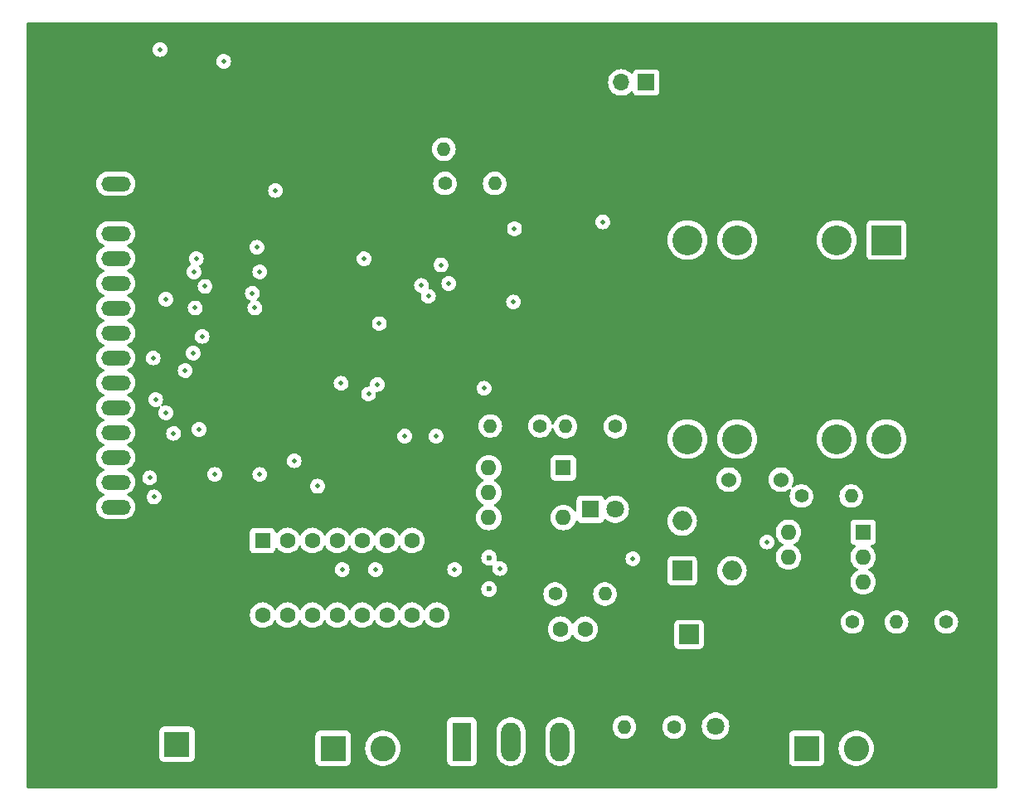
<source format=gbr>
%TF.GenerationSoftware,KiCad,Pcbnew,8.0.4*%
%TF.CreationDate,2024-09-26T20:40:34-05:00*%
%TF.ProjectId,solder_oven_PCB,736f6c64-6572-45f6-9f76-656e5f504342,rev?*%
%TF.SameCoordinates,Original*%
%TF.FileFunction,Copper,L3,Inr*%
%TF.FilePolarity,Positive*%
%FSLAX46Y46*%
G04 Gerber Fmt 4.6, Leading zero omitted, Abs format (unit mm)*
G04 Created by KiCad (PCBNEW 8.0.4) date 2024-09-26 20:40:34*
%MOMM*%
%LPD*%
G01*
G04 APERTURE LIST*
%TA.AperFunction,ComponentPad*%
%ADD10C,5.600000*%
%TD*%
%TA.AperFunction,ComponentPad*%
%ADD11R,2.600000X2.600000*%
%TD*%
%TA.AperFunction,ComponentPad*%
%ADD12C,2.600000*%
%TD*%
%TA.AperFunction,ComponentPad*%
%ADD13R,1.700000X1.700000*%
%TD*%
%TA.AperFunction,ComponentPad*%
%ADD14O,1.700000X1.700000*%
%TD*%
%TA.AperFunction,ComponentPad*%
%ADD15C,1.400000*%
%TD*%
%TA.AperFunction,ComponentPad*%
%ADD16O,1.400000X1.400000*%
%TD*%
%TA.AperFunction,ComponentPad*%
%ADD17O,3.000000X1.500000*%
%TD*%
%TA.AperFunction,ComponentPad*%
%ADD18R,2.000000X2.000000*%
%TD*%
%TA.AperFunction,ComponentPad*%
%ADD19O,2.000000X2.000000*%
%TD*%
%TA.AperFunction,ComponentPad*%
%ADD20R,1.800000X1.800000*%
%TD*%
%TA.AperFunction,ComponentPad*%
%ADD21C,1.800000*%
%TD*%
%TA.AperFunction,ComponentPad*%
%ADD22C,1.600000*%
%TD*%
%TA.AperFunction,ComponentPad*%
%ADD23O,1.980000X3.960000*%
%TD*%
%TA.AperFunction,ComponentPad*%
%ADD24R,1.980000X3.960000*%
%TD*%
%TA.AperFunction,ComponentPad*%
%ADD25R,1.600000X1.600000*%
%TD*%
%TA.AperFunction,ComponentPad*%
%ADD26O,1.600000X1.600000*%
%TD*%
%TA.AperFunction,ComponentPad*%
%ADD27C,2.000000*%
%TD*%
%TA.AperFunction,ComponentPad*%
%ADD28R,3.048000X3.048000*%
%TD*%
%TA.AperFunction,ComponentPad*%
%ADD29C,3.048000*%
%TD*%
%TA.AperFunction,ViaPad*%
%ADD30C,0.508000*%
%TD*%
%TA.AperFunction,ViaPad*%
%ADD31C,0.600000*%
%TD*%
%TA.AperFunction,ViaPad*%
%ADD32C,1.524000*%
%TD*%
G04 APERTURE END LIST*
D10*
%TO.N,GND*%
%TO.C,H3*%
X57450000Y-123913000D03*
%TD*%
D11*
%TO.N,Fase*%
%TO.C,P1*%
X133930000Y-123068000D03*
D12*
%TO.N,Neutro*%
X139010000Y-123068000D03*
%TD*%
D13*
%TO.N,/esp32/Tx*%
%TO.C,J1*%
X117545000Y-55070000D03*
D14*
%TO.N,/esp32/Rx*%
X115005000Y-55070000D03*
%TO.N,GND*%
X112465000Y-55070000D03*
%TD*%
D10*
%TO.N,GND*%
%TO.C,H2*%
X150125000Y-123488000D03*
%TD*%
D15*
%TO.N,Net-(D4-A)*%
%TO.C,R6*%
X120400000Y-120900000D03*
D16*
%TO.N,+12v*%
X115320000Y-120900000D03*
%TD*%
D11*
%TO.N,Net-(TC1-+)*%
%TO.C,TC1*%
X69627500Y-122656500D03*
D12*
%TO.N,GND*%
X74707500Y-122656500D03*
%TD*%
D10*
%TO.N,GND*%
%TO.C,H4*%
X57300000Y-51888000D03*
%TD*%
D17*
%TO.N,+5V*%
%TO.C,T1*%
X63385000Y-65403000D03*
%TO.N,GND*%
X63385000Y-67943000D03*
%TO.N,/esp32/CS*%
X63385000Y-70483000D03*
%TO.N,/esp32/RST*%
X63385000Y-73023000D03*
%TO.N,/esp32/D{slash}C*%
X63385000Y-75563000D03*
%TO.N,/esp32/MOSI*%
X63385000Y-78103000D03*
%TO.N,/esp32/CLK*%
X63385000Y-80643000D03*
%TO.N,/esp32/LED*%
X63385000Y-83183000D03*
%TO.N,/esp32/MISO*%
X63385000Y-85723000D03*
%TO.N,/esp32/T_CLK*%
X63385000Y-88263000D03*
%TO.N,/esp32/T_CS*%
X63385000Y-90803000D03*
%TO.N,/esp32/T_DIN*%
X63385000Y-93343000D03*
%TO.N,/esp32/T_DO*%
X63385000Y-95883000D03*
%TO.N,/esp32/T_IRQ*%
X63385000Y-98423000D03*
%TD*%
D18*
%TO.N,+12v*%
%TO.C,D3*%
X121230000Y-104938000D03*
D19*
%TO.N,12_{NN}*%
X126310000Y-104938000D03*
%TO.N,GND*%
X126310000Y-99858000D03*
%TO.N,12_{V_{ac}}*%
X121230000Y-99858000D03*
%TD*%
D20*
%TO.N,GND*%
%TO.C,D4*%
X127175000Y-120800000D03*
D21*
%TO.N,Net-(D4-A)*%
X124635000Y-120800000D03*
%TD*%
D22*
%TO.N,/modules/shot*%
%TO.C,C8*%
X108800000Y-110900000D03*
%TO.N,Net-(D1-A1)*%
X111300000Y-110900000D03*
%TD*%
D11*
%TO.N,Net-(D1-A1)*%
%TO.C,R1*%
X85580000Y-123068000D03*
D12*
%TO.N,Neutro*%
X90660000Y-123068000D03*
%TD*%
D10*
%TO.N,GND*%
%TO.C,H1*%
X150125000Y-51888000D03*
%TD*%
D15*
%TO.N,/modules/shot*%
%TO.C,R12*%
X108250000Y-107300000D03*
D16*
%TO.N,Net-(D1-A1)*%
X113330000Y-107300000D03*
%TD*%
D23*
%TO.N,Net-(D1-A1)*%
%TO.C,D1*%
X108730000Y-122388000D03*
%TO.N,Fase*%
X103730000Y-122388000D03*
D24*
%TO.N,/modules/shot*%
X98730000Y-122388000D03*
%TD*%
D25*
%TO.N,+3.3V*%
%TO.C,U7*%
X78385000Y-101840000D03*
D22*
%TO.N,Net-(U7-B)*%
X80925000Y-101840000D03*
%TO.N,Net-(U7-A)*%
X83465000Y-101840000D03*
%TO.N,/Zero_Cross*%
X86005000Y-101840000D03*
%TO.N,Net-(U7-B)*%
X88545000Y-101840000D03*
%TO.N,unconnected-(U7-NotC-Pad6)*%
X91085000Y-101840000D03*
%TO.N,unconnected-(U7-C-Pad7)*%
X93625000Y-101840000D03*
%TO.N,GND*%
X96165000Y-101840000D03*
%TO.N,unconnected-(U7-D-Pad9)*%
X96165000Y-109460000D03*
%TO.N,unconnected-(U7-NotD-Pad10)*%
X93625000Y-109460000D03*
%TO.N,unconnected-(U7-E-Pad11)*%
X91085000Y-109460000D03*
%TO.N,unconnected-(U7-NotE-Pad12)*%
X88545000Y-109460000D03*
%TO.N,unconnected-(U7-NC-Pad13)*%
X86005000Y-109460000D03*
%TO.N,unconnected-(U7-F-Pad14)*%
X83465000Y-109460000D03*
%TO.N,unconnected-(U7-NotF-Pad15)*%
X80925000Y-109460000D03*
%TO.N,+3.3V*%
X78385000Y-109460000D03*
%TD*%
D25*
%TO.N,Net-(D2-K)*%
%TO.C,U5*%
X109095000Y-94420000D03*
D26*
%TO.N,GND*%
X109095000Y-96960000D03*
%TO.N,unconnected-(U5-NC-Pad3)*%
X109095000Y-99500000D03*
%TO.N,/modules/shot*%
X101475000Y-99500000D03*
%TO.N,unconnected-(U5-NC-Pad5)*%
X101475000Y-96960000D03*
%TO.N,Net-(R11-Pad2)*%
X101475000Y-94420000D03*
%TD*%
D18*
%TO.N,+12v*%
%TO.C,C2*%
X121925000Y-111445323D03*
D27*
%TO.N,GND*%
X121925000Y-115245323D03*
%TD*%
D15*
%TO.N,Fase*%
%TO.C,R11*%
X106715000Y-90150000D03*
D16*
%TO.N,Net-(R11-Pad2)*%
X101635000Y-90150000D03*
%TD*%
D28*
%TO.N,Fase*%
%TO.C,T2*%
X142089000Y-71161000D03*
D29*
%TO.N,unconnected-(T2-Pad2)*%
X137009000Y-71161000D03*
%TO.N,unconnected-(T2-NC-Pad3)*%
X126849000Y-71161000D03*
%TO.N,Neutro*%
X121769000Y-71161000D03*
%TO.N,12_{V_{ac}}*%
X121769000Y-91481000D03*
%TO.N,12_{NN}*%
X126849000Y-91481000D03*
%TO.N,unconnected-(T2-Pad9)*%
X137009000Y-91481000D03*
%TO.N,unconnected-(T2-Pad10)*%
X142089000Y-91481000D03*
%TD*%
D15*
%TO.N,Net-(D2-A)*%
%TO.C,R2*%
X114390000Y-90200000D03*
D16*
%TO.N,/trigger_Gate*%
X109310000Y-90200000D03*
%TD*%
D25*
%TO.N,Net-(R3-Pad2)*%
%TO.C,U4*%
X139700000Y-101000000D03*
D26*
%TO.N,12_{NN}*%
X139700000Y-103540000D03*
%TO.N,unconnected-(U4-NC-Pad3)*%
X139700000Y-106080000D03*
%TO.N,GND*%
X132080000Y-106080000D03*
%TO.N,Net-(U7-A)*%
X132080000Y-103540000D03*
%TO.N,Net-(R4-Pad1)*%
X132080000Y-101000000D03*
%TD*%
D15*
%TO.N,GND*%
%TO.C,R8*%
X101975000Y-61875000D03*
D16*
%TO.N,Net-(U6-FB)*%
X96895000Y-61875000D03*
%TD*%
D15*
%TO.N,+3.3V*%
%TO.C,R5*%
X148200000Y-110175000D03*
D16*
%TO.N,Net-(U7-A)*%
X143120000Y-110175000D03*
%TD*%
D20*
%TO.N,Net-(D2-K)*%
%TO.C,D2*%
X111850000Y-98650000D03*
D21*
%TO.N,Net-(D2-A)*%
X114390000Y-98650000D03*
%TD*%
D15*
%TO.N,12_{V_{ac}}*%
%TO.C,R3*%
X133400000Y-97300000D03*
D16*
%TO.N,Net-(R3-Pad2)*%
X138480000Y-97300000D03*
%TD*%
D15*
%TO.N,Net-(R4-Pad1)*%
%TO.C,R4*%
X138615000Y-110175000D03*
D16*
%TO.N,GND*%
X133535000Y-110175000D03*
%TD*%
D15*
%TO.N,Net-(U6-FB)*%
%TO.C,R7*%
X96995000Y-65375000D03*
D16*
%TO.N,+5V*%
X102075000Y-65375000D03*
%TD*%
D30*
%TO.N,/esp32/EN*%
X71900000Y-90500000D03*
X78100000Y-74400000D03*
%TO.N,GND*%
X104013000Y-84455000D03*
X83413600Y-81178400D03*
X71882000Y-72009000D03*
X89154000Y-69088000D03*
X83439000Y-83693000D03*
X85344000Y-79629000D03*
X97663000Y-99314000D03*
X72390000Y-54610000D03*
X85344000Y-83693000D03*
X83312000Y-79756000D03*
X82042000Y-79756000D03*
X103505000Y-85598000D03*
X72263000Y-62484000D03*
X75184000Y-93218000D03*
X83400000Y-78300000D03*
X89154000Y-63754000D03*
X81915000Y-83566000D03*
X81940400Y-81127600D03*
X84074000Y-67183000D03*
X80391000Y-83566000D03*
X80594200Y-81127600D03*
X91694000Y-98552000D03*
X80518000Y-79756000D03*
X77851000Y-87884000D03*
X106172000Y-55499000D03*
X97917000Y-95250000D03*
X104902000Y-53213000D03*
X106299000Y-83312000D03*
X104648000Y-56896000D03*
X72136000Y-93218000D03*
X70866000Y-61595000D03*
X93472000Y-99060000D03*
X73787000Y-91694000D03*
X92075000Y-69977000D03*
X70866000Y-55245000D03*
X85344000Y-81153000D03*
X85344000Y-78105000D03*
X78867000Y-92456000D03*
X95123000Y-98933000D03*
X82000000Y-78300000D03*
X80600000Y-78300000D03*
%TO.N,+3.3V*%
X96100000Y-91200000D03*
X92900000Y-91200000D03*
X104000000Y-77500000D03*
X73500000Y-95100000D03*
X104100000Y-70000000D03*
X74400000Y-52900000D03*
X79700000Y-66100000D03*
X78100000Y-95100000D03*
X77800000Y-71900000D03*
%TO.N,+12v*%
X113100000Y-69300000D03*
%TO.N,+5V*%
X67900000Y-51700000D03*
D31*
%TO.N,/modules/shot*%
X101500000Y-103600000D03*
X101500000Y-106800000D03*
D32*
%TO.N,12_{V_{ac}}*%
X125984000Y-95631000D03*
X131318000Y-95631000D03*
D30*
%TO.N,/esp32/Tx*%
X95300000Y-76900000D03*
X97400000Y-75600000D03*
%TO.N,/esp32/Rx*%
X94600000Y-75800000D03*
X96600000Y-73700000D03*
%TO.N,/trigger_Gate*%
X101000000Y-86300000D03*
X90100000Y-85900000D03*
%TO.N,Net-(U7-A)*%
X98000000Y-104800000D03*
X102600000Y-104700000D03*
X129900000Y-102000000D03*
X89900000Y-104800000D03*
X86500000Y-104800000D03*
X116200000Y-103700000D03*
%TO.N,/esp32/MOSI*%
X77597000Y-78100000D03*
X71500000Y-78100000D03*
%TO.N,/esp32/T_IRQ*%
X72500000Y-75900000D03*
X67300000Y-97400000D03*
%TO.N,/esp32/T_CS*%
X68500000Y-88800000D03*
X71300000Y-82700000D03*
%TO.N,/esp32/T_CLK*%
X67450000Y-87450000D03*
X70481000Y-84481000D03*
%TO.N,/esp32/LED*%
X67200000Y-83200000D03*
X90300000Y-79700000D03*
%TO.N,/esp32/D{slash}C*%
X71363000Y-74400000D03*
X86400000Y-85800000D03*
X77343000Y-76581000D03*
X89200000Y-86900000D03*
%TO.N,/esp32/T_DO*%
X68500000Y-77200000D03*
X66850000Y-95450000D03*
%TO.N,/esp32/T_DIN*%
X69300000Y-90900000D03*
X72200000Y-81000000D03*
%TO.N,/esp32/RST*%
X88750000Y-73075000D03*
X71600000Y-73050000D03*
%TO.N,/Zero_Cross*%
X81600000Y-93700000D03*
X84000000Y-96300000D03*
%TD*%
%TA.AperFunction,Conductor*%
%TO.N,GND*%
G36*
X153327539Y-48917185D02*
G01*
X153373294Y-48969989D01*
X153384500Y-49021500D01*
X153384500Y-127020500D01*
X153364815Y-127087539D01*
X153312011Y-127133294D01*
X153260500Y-127144500D01*
X54433500Y-127144500D01*
X54366461Y-127124815D01*
X54320706Y-127072011D01*
X54309500Y-127020500D01*
X54309500Y-121308635D01*
X67827000Y-121308635D01*
X67827000Y-124004370D01*
X67827001Y-124004376D01*
X67833408Y-124063983D01*
X67883702Y-124198828D01*
X67883706Y-124198835D01*
X67969952Y-124314044D01*
X67969955Y-124314047D01*
X68085164Y-124400293D01*
X68085171Y-124400297D01*
X68220017Y-124450591D01*
X68220016Y-124450591D01*
X68226944Y-124451335D01*
X68279627Y-124457000D01*
X70975372Y-124456999D01*
X71034983Y-124450591D01*
X71169831Y-124400296D01*
X71285046Y-124314046D01*
X71371296Y-124198831D01*
X71421591Y-124063983D01*
X71428000Y-124004373D01*
X71427999Y-121720135D01*
X83779500Y-121720135D01*
X83779500Y-124415870D01*
X83779501Y-124415876D01*
X83785908Y-124475483D01*
X83836202Y-124610328D01*
X83836206Y-124610335D01*
X83922452Y-124725544D01*
X83922455Y-124725547D01*
X84037664Y-124811793D01*
X84037671Y-124811797D01*
X84172517Y-124862091D01*
X84172516Y-124862091D01*
X84179444Y-124862835D01*
X84232127Y-124868500D01*
X86927872Y-124868499D01*
X86987483Y-124862091D01*
X87122331Y-124811796D01*
X87237546Y-124725546D01*
X87323796Y-124610331D01*
X87374091Y-124475483D01*
X87380500Y-124415873D01*
X87380499Y-123067995D01*
X88854451Y-123067995D01*
X88854451Y-123068004D01*
X88874616Y-123337101D01*
X88934664Y-123600188D01*
X88934666Y-123600195D01*
X89033257Y-123851398D01*
X89168185Y-124085102D01*
X89304080Y-124255509D01*
X89336442Y-124296089D01*
X89502957Y-124450591D01*
X89534259Y-124479635D01*
X89757226Y-124631651D01*
X90000359Y-124748738D01*
X90258228Y-124828280D01*
X90258229Y-124828280D01*
X90258232Y-124828281D01*
X90525063Y-124868499D01*
X90525068Y-124868499D01*
X90525071Y-124868500D01*
X90525072Y-124868500D01*
X90794928Y-124868500D01*
X90794929Y-124868500D01*
X90794936Y-124868499D01*
X91061767Y-124828281D01*
X91061768Y-124828280D01*
X91061772Y-124828280D01*
X91319641Y-124748738D01*
X91562775Y-124631651D01*
X91785741Y-124479635D01*
X91983561Y-124296085D01*
X92151815Y-124085102D01*
X92286743Y-123851398D01*
X92385334Y-123600195D01*
X92445383Y-123337103D01*
X92465549Y-123068000D01*
X92445383Y-122798897D01*
X92385334Y-122535805D01*
X92286743Y-122284602D01*
X92151815Y-122050898D01*
X91983561Y-121839915D01*
X91983560Y-121839914D01*
X91983557Y-121839910D01*
X91785741Y-121656365D01*
X91607278Y-121534691D01*
X91562775Y-121504349D01*
X91562769Y-121504346D01*
X91562768Y-121504345D01*
X91562767Y-121504344D01*
X91319643Y-121387263D01*
X91319645Y-121387263D01*
X91061773Y-121307720D01*
X91061767Y-121307718D01*
X90794936Y-121267500D01*
X90794929Y-121267500D01*
X90525071Y-121267500D01*
X90525063Y-121267500D01*
X90258232Y-121307718D01*
X90258226Y-121307720D01*
X90000358Y-121387262D01*
X89757230Y-121504346D01*
X89534258Y-121656365D01*
X89336442Y-121839910D01*
X89168185Y-122050898D01*
X89033258Y-122284599D01*
X89033256Y-122284603D01*
X88934666Y-122535804D01*
X88934664Y-122535811D01*
X88874616Y-122798898D01*
X88854451Y-123067995D01*
X87380499Y-123067995D01*
X87380499Y-121720128D01*
X87374091Y-121660517D01*
X87372542Y-121656365D01*
X87323797Y-121525671D01*
X87323793Y-121525664D01*
X87237547Y-121410455D01*
X87237544Y-121410452D01*
X87122335Y-121324206D01*
X87122328Y-121324202D01*
X86987482Y-121273908D01*
X86987483Y-121273908D01*
X86927883Y-121267501D01*
X86927881Y-121267500D01*
X86927873Y-121267500D01*
X86927864Y-121267500D01*
X84232129Y-121267500D01*
X84232123Y-121267501D01*
X84172516Y-121273908D01*
X84037671Y-121324202D01*
X84037664Y-121324206D01*
X83922455Y-121410452D01*
X83922452Y-121410455D01*
X83836206Y-121525664D01*
X83836202Y-121525671D01*
X83785908Y-121660517D01*
X83780348Y-121712236D01*
X83779501Y-121720123D01*
X83779500Y-121720135D01*
X71427999Y-121720135D01*
X71427999Y-121308628D01*
X71421591Y-121249017D01*
X71374043Y-121121535D01*
X71371297Y-121114171D01*
X71371293Y-121114164D01*
X71285047Y-120998955D01*
X71285044Y-120998952D01*
X71169835Y-120912706D01*
X71169828Y-120912702D01*
X71034982Y-120862408D01*
X71034983Y-120862408D01*
X70975383Y-120856001D01*
X70975381Y-120856000D01*
X70975373Y-120856000D01*
X70975364Y-120856000D01*
X68279629Y-120856000D01*
X68279623Y-120856001D01*
X68220016Y-120862408D01*
X68085171Y-120912702D01*
X68085164Y-120912706D01*
X67969955Y-120998952D01*
X67969952Y-120998955D01*
X67883706Y-121114164D01*
X67883702Y-121114171D01*
X67833408Y-121249017D01*
X67827001Y-121308616D01*
X67827001Y-121308623D01*
X67827000Y-121308635D01*
X54309500Y-121308635D01*
X54309500Y-120360135D01*
X97239500Y-120360135D01*
X97239500Y-124415870D01*
X97239501Y-124415876D01*
X97245908Y-124475483D01*
X97296202Y-124610328D01*
X97296206Y-124610335D01*
X97382452Y-124725544D01*
X97382455Y-124725547D01*
X97497664Y-124811793D01*
X97497671Y-124811797D01*
X97632517Y-124862091D01*
X97632516Y-124862091D01*
X97639444Y-124862835D01*
X97692127Y-124868500D01*
X99767872Y-124868499D01*
X99827483Y-124862091D01*
X99962331Y-124811796D01*
X100077546Y-124725546D01*
X100163796Y-124610331D01*
X100214091Y-124475483D01*
X100220500Y-124415873D01*
X100220499Y-121280695D01*
X102239500Y-121280695D01*
X102239500Y-123495304D01*
X102276201Y-123727027D01*
X102348697Y-123950150D01*
X102455212Y-124159195D01*
X102593104Y-124348989D01*
X102593108Y-124348994D01*
X102759005Y-124514891D01*
X102759010Y-124514895D01*
X102919715Y-124631653D01*
X102948808Y-124652790D01*
X103137112Y-124748736D01*
X103157849Y-124759302D01*
X103269410Y-124795550D01*
X103380974Y-124831799D01*
X103612695Y-124868500D01*
X103612696Y-124868500D01*
X103847304Y-124868500D01*
X103847305Y-124868500D01*
X104079026Y-124831799D01*
X104302153Y-124759301D01*
X104511192Y-124652790D01*
X104700996Y-124514890D01*
X104866890Y-124348996D01*
X105004790Y-124159192D01*
X105111301Y-123950153D01*
X105183799Y-123727026D01*
X105220500Y-123495305D01*
X105220500Y-121280695D01*
X107239500Y-121280695D01*
X107239500Y-123495304D01*
X107276201Y-123727027D01*
X107348697Y-123950150D01*
X107455212Y-124159195D01*
X107593104Y-124348989D01*
X107593108Y-124348994D01*
X107759005Y-124514891D01*
X107759010Y-124514895D01*
X107919715Y-124631653D01*
X107948808Y-124652790D01*
X108137112Y-124748736D01*
X108157849Y-124759302D01*
X108269410Y-124795550D01*
X108380974Y-124831799D01*
X108612695Y-124868500D01*
X108612696Y-124868500D01*
X108847304Y-124868500D01*
X108847305Y-124868500D01*
X109079026Y-124831799D01*
X109302153Y-124759301D01*
X109511192Y-124652790D01*
X109700996Y-124514890D01*
X109866890Y-124348996D01*
X110004790Y-124159192D01*
X110111301Y-123950153D01*
X110183799Y-123727026D01*
X110220500Y-123495305D01*
X110220500Y-121280695D01*
X110183799Y-121048974D01*
X110135395Y-120899999D01*
X114114357Y-120899999D01*
X114114357Y-120900000D01*
X114134884Y-121121535D01*
X114134885Y-121121537D01*
X114195769Y-121335523D01*
X114195775Y-121335538D01*
X114294938Y-121534683D01*
X114294943Y-121534691D01*
X114429020Y-121712238D01*
X114593437Y-121862123D01*
X114593439Y-121862125D01*
X114782595Y-121979245D01*
X114782596Y-121979245D01*
X114782599Y-121979247D01*
X114990060Y-122059618D01*
X115208757Y-122100500D01*
X115208759Y-122100500D01*
X115431241Y-122100500D01*
X115431243Y-122100500D01*
X115649940Y-122059618D01*
X115857401Y-121979247D01*
X116046562Y-121862124D01*
X116202325Y-121720127D01*
X116210979Y-121712238D01*
X116248047Y-121663153D01*
X116345058Y-121534689D01*
X116444229Y-121335528D01*
X116505115Y-121121536D01*
X116525643Y-120900000D01*
X116525643Y-120899999D01*
X119194357Y-120899999D01*
X119194357Y-120900000D01*
X119214884Y-121121535D01*
X119214885Y-121121537D01*
X119275769Y-121335523D01*
X119275775Y-121335538D01*
X119374938Y-121534683D01*
X119374943Y-121534691D01*
X119509020Y-121712238D01*
X119673437Y-121862123D01*
X119673439Y-121862125D01*
X119862595Y-121979245D01*
X119862596Y-121979245D01*
X119862599Y-121979247D01*
X120070060Y-122059618D01*
X120288757Y-122100500D01*
X120288759Y-122100500D01*
X120511241Y-122100500D01*
X120511243Y-122100500D01*
X120729940Y-122059618D01*
X120937401Y-121979247D01*
X121126562Y-121862124D01*
X121282325Y-121720127D01*
X121290979Y-121712238D01*
X121328047Y-121663153D01*
X121425058Y-121534689D01*
X121524229Y-121335528D01*
X121585115Y-121121536D01*
X121605643Y-120900000D01*
X121596376Y-120799993D01*
X123229700Y-120799993D01*
X123229700Y-120800006D01*
X123248864Y-121031297D01*
X123248866Y-121031308D01*
X123305842Y-121256300D01*
X123399075Y-121468848D01*
X123526016Y-121663147D01*
X123526019Y-121663151D01*
X123526021Y-121663153D01*
X123683216Y-121833913D01*
X123683219Y-121833915D01*
X123683222Y-121833918D01*
X123866365Y-121976464D01*
X123866371Y-121976468D01*
X123866374Y-121976470D01*
X124070497Y-122086936D01*
X124110008Y-122100500D01*
X124290015Y-122162297D01*
X124290017Y-122162297D01*
X124290019Y-122162298D01*
X124518951Y-122200500D01*
X124518952Y-122200500D01*
X124751048Y-122200500D01*
X124751049Y-122200500D01*
X124979981Y-122162298D01*
X125199503Y-122086936D01*
X125403626Y-121976470D01*
X125586784Y-121833913D01*
X125691524Y-121720135D01*
X132129500Y-121720135D01*
X132129500Y-124415870D01*
X132129501Y-124415876D01*
X132135908Y-124475483D01*
X132186202Y-124610328D01*
X132186206Y-124610335D01*
X132272452Y-124725544D01*
X132272455Y-124725547D01*
X132387664Y-124811793D01*
X132387671Y-124811797D01*
X132522517Y-124862091D01*
X132522516Y-124862091D01*
X132529444Y-124862835D01*
X132582127Y-124868500D01*
X135277872Y-124868499D01*
X135337483Y-124862091D01*
X135472331Y-124811796D01*
X135587546Y-124725546D01*
X135673796Y-124610331D01*
X135724091Y-124475483D01*
X135730500Y-124415873D01*
X135730499Y-123067995D01*
X137204451Y-123067995D01*
X137204451Y-123068004D01*
X137224616Y-123337101D01*
X137284664Y-123600188D01*
X137284666Y-123600195D01*
X137383257Y-123851398D01*
X137518185Y-124085102D01*
X137654080Y-124255509D01*
X137686442Y-124296089D01*
X137852957Y-124450591D01*
X137884259Y-124479635D01*
X138107226Y-124631651D01*
X138350359Y-124748738D01*
X138608228Y-124828280D01*
X138608229Y-124828280D01*
X138608232Y-124828281D01*
X138875063Y-124868499D01*
X138875068Y-124868499D01*
X138875071Y-124868500D01*
X138875072Y-124868500D01*
X139144928Y-124868500D01*
X139144929Y-124868500D01*
X139144936Y-124868499D01*
X139411767Y-124828281D01*
X139411768Y-124828280D01*
X139411772Y-124828280D01*
X139669641Y-124748738D01*
X139912775Y-124631651D01*
X140135741Y-124479635D01*
X140333561Y-124296085D01*
X140501815Y-124085102D01*
X140636743Y-123851398D01*
X140735334Y-123600195D01*
X140795383Y-123337103D01*
X140815549Y-123068000D01*
X140795383Y-122798897D01*
X140735334Y-122535805D01*
X140636743Y-122284602D01*
X140501815Y-122050898D01*
X140333561Y-121839915D01*
X140333560Y-121839914D01*
X140333557Y-121839910D01*
X140135741Y-121656365D01*
X139957278Y-121534691D01*
X139912775Y-121504349D01*
X139912769Y-121504346D01*
X139912768Y-121504345D01*
X139912767Y-121504344D01*
X139669643Y-121387263D01*
X139669645Y-121387263D01*
X139411773Y-121307720D01*
X139411767Y-121307718D01*
X139144936Y-121267500D01*
X139144929Y-121267500D01*
X138875071Y-121267500D01*
X138875063Y-121267500D01*
X138608232Y-121307718D01*
X138608226Y-121307720D01*
X138350358Y-121387262D01*
X138107230Y-121504346D01*
X137884258Y-121656365D01*
X137686442Y-121839910D01*
X137518185Y-122050898D01*
X137383258Y-122284599D01*
X137383256Y-122284603D01*
X137284666Y-122535804D01*
X137284664Y-122535811D01*
X137224616Y-122798898D01*
X137204451Y-123067995D01*
X135730499Y-123067995D01*
X135730499Y-121720128D01*
X135724091Y-121660517D01*
X135722542Y-121656365D01*
X135673797Y-121525671D01*
X135673793Y-121525664D01*
X135587547Y-121410455D01*
X135587544Y-121410452D01*
X135472335Y-121324206D01*
X135472328Y-121324202D01*
X135337482Y-121273908D01*
X135337483Y-121273908D01*
X135277883Y-121267501D01*
X135277881Y-121267500D01*
X135277873Y-121267500D01*
X135277864Y-121267500D01*
X132582129Y-121267500D01*
X132582123Y-121267501D01*
X132522516Y-121273908D01*
X132387671Y-121324202D01*
X132387664Y-121324206D01*
X132272455Y-121410452D01*
X132272452Y-121410455D01*
X132186206Y-121525664D01*
X132186202Y-121525671D01*
X132135908Y-121660517D01*
X132130348Y-121712236D01*
X132129501Y-121720123D01*
X132129500Y-121720135D01*
X125691524Y-121720135D01*
X125743979Y-121663153D01*
X125870924Y-121468849D01*
X125964157Y-121256300D01*
X126021134Y-121031305D01*
X126023815Y-120998952D01*
X126040300Y-120800006D01*
X126040300Y-120799993D01*
X126021135Y-120568702D01*
X126021133Y-120568691D01*
X125964157Y-120343699D01*
X125870924Y-120131151D01*
X125743983Y-119936852D01*
X125743980Y-119936849D01*
X125743979Y-119936847D01*
X125586784Y-119766087D01*
X125586779Y-119766083D01*
X125586777Y-119766081D01*
X125403634Y-119623535D01*
X125403628Y-119623531D01*
X125199504Y-119513064D01*
X125199495Y-119513061D01*
X124979984Y-119437702D01*
X124808282Y-119409050D01*
X124751049Y-119399500D01*
X124518951Y-119399500D01*
X124473164Y-119407140D01*
X124290015Y-119437702D01*
X124070504Y-119513061D01*
X124070495Y-119513064D01*
X123866371Y-119623531D01*
X123866365Y-119623535D01*
X123683222Y-119766081D01*
X123683219Y-119766084D01*
X123526016Y-119936852D01*
X123399075Y-120131151D01*
X123305842Y-120343699D01*
X123248866Y-120568691D01*
X123248864Y-120568702D01*
X123229700Y-120799993D01*
X121596376Y-120799993D01*
X121585115Y-120678464D01*
X121524229Y-120464472D01*
X121524224Y-120464461D01*
X121425061Y-120265316D01*
X121425056Y-120265308D01*
X121290979Y-120087761D01*
X121126562Y-119937876D01*
X121126560Y-119937874D01*
X120937404Y-119820754D01*
X120937398Y-119820752D01*
X120729940Y-119740382D01*
X120511243Y-119699500D01*
X120288757Y-119699500D01*
X120070060Y-119740382D01*
X120003716Y-119766084D01*
X119862601Y-119820752D01*
X119862595Y-119820754D01*
X119673439Y-119937874D01*
X119673437Y-119937876D01*
X119509020Y-120087761D01*
X119374943Y-120265308D01*
X119374938Y-120265316D01*
X119275775Y-120464461D01*
X119275769Y-120464476D01*
X119214885Y-120678462D01*
X119214884Y-120678464D01*
X119194357Y-120899999D01*
X116525643Y-120899999D01*
X116505115Y-120678464D01*
X116444229Y-120464472D01*
X116444224Y-120464461D01*
X116345061Y-120265316D01*
X116345056Y-120265308D01*
X116210979Y-120087761D01*
X116046562Y-119937876D01*
X116046560Y-119937874D01*
X115857404Y-119820754D01*
X115857398Y-119820752D01*
X115649940Y-119740382D01*
X115431243Y-119699500D01*
X115208757Y-119699500D01*
X114990060Y-119740382D01*
X114923716Y-119766084D01*
X114782601Y-119820752D01*
X114782595Y-119820754D01*
X114593439Y-119937874D01*
X114593437Y-119937876D01*
X114429020Y-120087761D01*
X114294943Y-120265308D01*
X114294938Y-120265316D01*
X114195775Y-120464461D01*
X114195769Y-120464476D01*
X114134885Y-120678462D01*
X114134884Y-120678464D01*
X114114357Y-120899999D01*
X110135395Y-120899999D01*
X110123181Y-120862409D01*
X110111302Y-120825849D01*
X110036204Y-120678462D01*
X110004790Y-120616808D01*
X109894104Y-120464461D01*
X109866895Y-120427010D01*
X109866891Y-120427005D01*
X109700994Y-120261108D01*
X109700989Y-120261104D01*
X109511195Y-120123212D01*
X109511194Y-120123211D01*
X109511192Y-120123210D01*
X109368397Y-120050452D01*
X109302150Y-120016697D01*
X109079027Y-119944201D01*
X108963165Y-119925850D01*
X108847305Y-119907500D01*
X108612695Y-119907500D01*
X108535454Y-119919733D01*
X108380972Y-119944201D01*
X108157849Y-120016697D01*
X107948804Y-120123212D01*
X107759010Y-120261104D01*
X107759005Y-120261108D01*
X107593108Y-120427005D01*
X107593104Y-120427010D01*
X107455212Y-120616804D01*
X107348697Y-120825849D01*
X107276201Y-121048972D01*
X107239500Y-121280695D01*
X105220500Y-121280695D01*
X105183799Y-121048974D01*
X105123181Y-120862409D01*
X105111302Y-120825849D01*
X105036204Y-120678462D01*
X105004790Y-120616808D01*
X104894104Y-120464461D01*
X104866895Y-120427010D01*
X104866891Y-120427005D01*
X104700994Y-120261108D01*
X104700989Y-120261104D01*
X104511195Y-120123212D01*
X104511194Y-120123211D01*
X104511192Y-120123210D01*
X104368397Y-120050452D01*
X104302150Y-120016697D01*
X104079027Y-119944201D01*
X103963165Y-119925850D01*
X103847305Y-119907500D01*
X103612695Y-119907500D01*
X103535454Y-119919733D01*
X103380972Y-119944201D01*
X103157849Y-120016697D01*
X102948804Y-120123212D01*
X102759010Y-120261104D01*
X102759005Y-120261108D01*
X102593108Y-120427005D01*
X102593104Y-120427010D01*
X102455212Y-120616804D01*
X102348697Y-120825849D01*
X102276201Y-121048972D01*
X102239500Y-121280695D01*
X100220499Y-121280695D01*
X100220499Y-120360128D01*
X100214091Y-120300517D01*
X100199392Y-120261108D01*
X100163797Y-120165671D01*
X100163793Y-120165664D01*
X100077547Y-120050455D01*
X100077544Y-120050452D01*
X99962335Y-119964206D01*
X99962328Y-119964202D01*
X99827482Y-119913908D01*
X99827483Y-119913908D01*
X99767883Y-119907501D01*
X99767881Y-119907500D01*
X99767873Y-119907500D01*
X99767864Y-119907500D01*
X97692129Y-119907500D01*
X97692123Y-119907501D01*
X97632516Y-119913908D01*
X97497671Y-119964202D01*
X97497664Y-119964206D01*
X97382455Y-120050452D01*
X97382452Y-120050455D01*
X97296206Y-120165664D01*
X97296202Y-120165671D01*
X97245908Y-120300517D01*
X97241266Y-120343699D01*
X97239501Y-120360123D01*
X97239500Y-120360135D01*
X54309500Y-120360135D01*
X54309500Y-110899998D01*
X107494532Y-110899998D01*
X107494532Y-110900001D01*
X107514364Y-111126686D01*
X107514366Y-111126697D01*
X107573258Y-111346488D01*
X107573261Y-111346497D01*
X107669431Y-111552732D01*
X107669432Y-111552734D01*
X107799954Y-111739141D01*
X107960858Y-111900045D01*
X107960861Y-111900047D01*
X108147266Y-112030568D01*
X108353504Y-112126739D01*
X108573308Y-112185635D01*
X108735230Y-112199801D01*
X108799998Y-112205468D01*
X108800000Y-112205468D01*
X108800002Y-112205468D01*
X108856673Y-112200509D01*
X109026692Y-112185635D01*
X109246496Y-112126739D01*
X109452734Y-112030568D01*
X109639139Y-111900047D01*
X109800047Y-111739139D01*
X109930568Y-111552734D01*
X109937618Y-111537614D01*
X109983789Y-111485176D01*
X110050982Y-111466023D01*
X110117864Y-111486238D01*
X110162381Y-111537614D01*
X110169432Y-111552733D01*
X110169432Y-111552734D01*
X110299954Y-111739141D01*
X110460858Y-111900045D01*
X110460861Y-111900047D01*
X110647266Y-112030568D01*
X110853504Y-112126739D01*
X111073308Y-112185635D01*
X111235230Y-112199801D01*
X111299998Y-112205468D01*
X111300000Y-112205468D01*
X111300002Y-112205468D01*
X111356673Y-112200509D01*
X111526692Y-112185635D01*
X111746496Y-112126739D01*
X111952734Y-112030568D01*
X112139139Y-111900047D01*
X112300047Y-111739139D01*
X112430568Y-111552734D01*
X112526739Y-111346496D01*
X112585635Y-111126692D01*
X112605468Y-110900000D01*
X112585635Y-110673308D01*
X112526739Y-110453504D01*
X112500604Y-110397458D01*
X120424500Y-110397458D01*
X120424500Y-112493193D01*
X120424501Y-112493199D01*
X120430908Y-112552806D01*
X120481202Y-112687651D01*
X120481206Y-112687658D01*
X120567452Y-112802867D01*
X120567455Y-112802870D01*
X120682664Y-112889116D01*
X120682671Y-112889120D01*
X120817517Y-112939414D01*
X120817516Y-112939414D01*
X120824444Y-112940158D01*
X120877127Y-112945823D01*
X122972872Y-112945822D01*
X123032483Y-112939414D01*
X123167331Y-112889119D01*
X123282546Y-112802869D01*
X123368796Y-112687654D01*
X123419091Y-112552806D01*
X123425500Y-112493196D01*
X123425499Y-110397451D01*
X123419091Y-110337840D01*
X123404657Y-110299141D01*
X123368797Y-110202994D01*
X123368793Y-110202987D01*
X123347841Y-110174999D01*
X137409357Y-110174999D01*
X137409357Y-110175000D01*
X137429884Y-110396535D01*
X137429885Y-110396537D01*
X137490769Y-110610523D01*
X137490775Y-110610538D01*
X137589938Y-110809683D01*
X137589943Y-110809691D01*
X137724020Y-110987238D01*
X137888437Y-111137123D01*
X137888439Y-111137125D01*
X138077595Y-111254245D01*
X138077596Y-111254245D01*
X138077599Y-111254247D01*
X138285060Y-111334618D01*
X138503757Y-111375500D01*
X138503759Y-111375500D01*
X138726241Y-111375500D01*
X138726243Y-111375500D01*
X138944940Y-111334618D01*
X139152401Y-111254247D01*
X139341562Y-111137124D01*
X139505981Y-110987236D01*
X139640058Y-110809689D01*
X139739229Y-110610528D01*
X139800115Y-110396536D01*
X139820643Y-110175000D01*
X139820643Y-110174999D01*
X141914357Y-110174999D01*
X141914357Y-110175000D01*
X141934884Y-110396535D01*
X141934885Y-110396537D01*
X141995769Y-110610523D01*
X141995775Y-110610538D01*
X142094938Y-110809683D01*
X142094943Y-110809691D01*
X142229020Y-110987238D01*
X142393437Y-111137123D01*
X142393439Y-111137125D01*
X142582595Y-111254245D01*
X142582596Y-111254245D01*
X142582599Y-111254247D01*
X142790060Y-111334618D01*
X143008757Y-111375500D01*
X143008759Y-111375500D01*
X143231241Y-111375500D01*
X143231243Y-111375500D01*
X143449940Y-111334618D01*
X143657401Y-111254247D01*
X143846562Y-111137124D01*
X144010981Y-110987236D01*
X144145058Y-110809689D01*
X144244229Y-110610528D01*
X144305115Y-110396536D01*
X144325643Y-110175000D01*
X144325643Y-110174999D01*
X146994357Y-110174999D01*
X146994357Y-110175000D01*
X147014884Y-110396535D01*
X147014885Y-110396537D01*
X147075769Y-110610523D01*
X147075775Y-110610538D01*
X147174938Y-110809683D01*
X147174943Y-110809691D01*
X147309020Y-110987238D01*
X147473437Y-111137123D01*
X147473439Y-111137125D01*
X147662595Y-111254245D01*
X147662596Y-111254245D01*
X147662599Y-111254247D01*
X147870060Y-111334618D01*
X148088757Y-111375500D01*
X148088759Y-111375500D01*
X148311241Y-111375500D01*
X148311243Y-111375500D01*
X148529940Y-111334618D01*
X148737401Y-111254247D01*
X148926562Y-111137124D01*
X149090981Y-110987236D01*
X149225058Y-110809689D01*
X149324229Y-110610528D01*
X149385115Y-110396536D01*
X149405643Y-110175000D01*
X149385115Y-109953464D01*
X149324229Y-109739472D01*
X149291260Y-109673261D01*
X149225061Y-109540316D01*
X149225056Y-109540308D01*
X149090979Y-109362761D01*
X148926562Y-109212876D01*
X148926560Y-109212874D01*
X148737404Y-109095754D01*
X148737398Y-109095752D01*
X148529940Y-109015382D01*
X148311243Y-108974500D01*
X148088757Y-108974500D01*
X147870060Y-109015382D01*
X147738864Y-109066207D01*
X147662601Y-109095752D01*
X147662595Y-109095754D01*
X147473439Y-109212874D01*
X147473437Y-109212876D01*
X147309020Y-109362761D01*
X147174943Y-109540308D01*
X147174938Y-109540316D01*
X147075775Y-109739461D01*
X147075769Y-109739476D01*
X147014885Y-109953462D01*
X147014884Y-109953464D01*
X146994357Y-110174999D01*
X144325643Y-110174999D01*
X144305115Y-109953464D01*
X144244229Y-109739472D01*
X144211260Y-109673261D01*
X144145061Y-109540316D01*
X144145056Y-109540308D01*
X144010979Y-109362761D01*
X143846562Y-109212876D01*
X143846560Y-109212874D01*
X143657404Y-109095754D01*
X143657398Y-109095752D01*
X143449940Y-109015382D01*
X143231243Y-108974500D01*
X143008757Y-108974500D01*
X142790060Y-109015382D01*
X142658864Y-109066207D01*
X142582601Y-109095752D01*
X142582595Y-109095754D01*
X142393439Y-109212874D01*
X142393437Y-109212876D01*
X142229020Y-109362761D01*
X142094943Y-109540308D01*
X142094938Y-109540316D01*
X141995775Y-109739461D01*
X141995769Y-109739476D01*
X141934885Y-109953462D01*
X141934884Y-109953464D01*
X141914357Y-110174999D01*
X139820643Y-110174999D01*
X139800115Y-109953464D01*
X139739229Y-109739472D01*
X139706260Y-109673261D01*
X139640061Y-109540316D01*
X139640056Y-109540308D01*
X139505979Y-109362761D01*
X139341562Y-109212876D01*
X139341560Y-109212874D01*
X139152404Y-109095754D01*
X139152398Y-109095752D01*
X138944940Y-109015382D01*
X138726243Y-108974500D01*
X138503757Y-108974500D01*
X138285060Y-109015382D01*
X138153864Y-109066207D01*
X138077601Y-109095752D01*
X138077595Y-109095754D01*
X137888439Y-109212874D01*
X137888437Y-109212876D01*
X137724020Y-109362761D01*
X137589943Y-109540308D01*
X137589938Y-109540316D01*
X137490775Y-109739461D01*
X137490769Y-109739476D01*
X137429885Y-109953462D01*
X137429884Y-109953464D01*
X137409357Y-110174999D01*
X123347841Y-110174999D01*
X123282547Y-110087778D01*
X123282544Y-110087775D01*
X123167335Y-110001529D01*
X123167328Y-110001525D01*
X123032482Y-109951231D01*
X123032483Y-109951231D01*
X122972883Y-109944824D01*
X122972881Y-109944823D01*
X122972873Y-109944823D01*
X122972864Y-109944823D01*
X120877129Y-109944823D01*
X120877123Y-109944824D01*
X120817516Y-109951231D01*
X120682671Y-110001525D01*
X120682664Y-110001529D01*
X120567455Y-110087775D01*
X120567452Y-110087778D01*
X120481206Y-110202987D01*
X120481202Y-110202994D01*
X120430908Y-110337840D01*
X120424598Y-110396535D01*
X120424501Y-110397446D01*
X120424500Y-110397458D01*
X112500604Y-110397458D01*
X112430568Y-110247266D01*
X112300047Y-110060861D01*
X112300045Y-110060858D01*
X112139141Y-109899954D01*
X111952734Y-109769432D01*
X111952732Y-109769431D01*
X111746497Y-109673261D01*
X111746488Y-109673258D01*
X111526697Y-109614366D01*
X111526693Y-109614365D01*
X111526692Y-109614365D01*
X111526691Y-109614364D01*
X111526686Y-109614364D01*
X111300002Y-109594532D01*
X111299998Y-109594532D01*
X111073313Y-109614364D01*
X111073302Y-109614366D01*
X110853511Y-109673258D01*
X110853502Y-109673261D01*
X110647267Y-109769431D01*
X110647265Y-109769432D01*
X110460858Y-109899954D01*
X110299954Y-110060858D01*
X110200431Y-110202994D01*
X110169432Y-110247266D01*
X110162380Y-110262387D01*
X110116209Y-110314825D01*
X110049015Y-110333976D01*
X109982134Y-110313760D01*
X109937619Y-110262387D01*
X109930568Y-110247266D01*
X109800047Y-110060861D01*
X109800045Y-110060858D01*
X109639141Y-109899954D01*
X109452734Y-109769432D01*
X109452732Y-109769431D01*
X109246497Y-109673261D01*
X109246488Y-109673258D01*
X109026697Y-109614366D01*
X109026693Y-109614365D01*
X109026692Y-109614365D01*
X109026691Y-109614364D01*
X109026686Y-109614364D01*
X108800002Y-109594532D01*
X108799998Y-109594532D01*
X108573313Y-109614364D01*
X108573302Y-109614366D01*
X108353511Y-109673258D01*
X108353502Y-109673261D01*
X108147267Y-109769431D01*
X108147265Y-109769432D01*
X107960858Y-109899954D01*
X107799954Y-110060858D01*
X107669432Y-110247265D01*
X107669431Y-110247267D01*
X107573261Y-110453502D01*
X107573258Y-110453511D01*
X107514366Y-110673302D01*
X107514364Y-110673313D01*
X107494532Y-110899998D01*
X54309500Y-110899998D01*
X54309500Y-109459998D01*
X77079532Y-109459998D01*
X77079532Y-109460001D01*
X77099364Y-109686686D01*
X77099366Y-109686697D01*
X77158258Y-109906488D01*
X77158261Y-109906497D01*
X77254431Y-110112732D01*
X77254432Y-110112734D01*
X77384954Y-110299141D01*
X77545858Y-110460045D01*
X77545861Y-110460047D01*
X77732266Y-110590568D01*
X77938504Y-110686739D01*
X78158308Y-110745635D01*
X78320230Y-110759801D01*
X78384998Y-110765468D01*
X78385000Y-110765468D01*
X78385002Y-110765468D01*
X78441673Y-110760509D01*
X78611692Y-110745635D01*
X78831496Y-110686739D01*
X79037734Y-110590568D01*
X79224139Y-110460047D01*
X79385047Y-110299139D01*
X79515568Y-110112734D01*
X79542618Y-110054724D01*
X79588790Y-110002285D01*
X79655983Y-109983133D01*
X79722865Y-110003348D01*
X79767382Y-110054725D01*
X79794429Y-110112728D01*
X79794432Y-110112734D01*
X79924954Y-110299141D01*
X80085858Y-110460045D01*
X80085861Y-110460047D01*
X80272266Y-110590568D01*
X80478504Y-110686739D01*
X80698308Y-110745635D01*
X80860230Y-110759801D01*
X80924998Y-110765468D01*
X80925000Y-110765468D01*
X80925002Y-110765468D01*
X80981673Y-110760509D01*
X81151692Y-110745635D01*
X81371496Y-110686739D01*
X81577734Y-110590568D01*
X81764139Y-110460047D01*
X81925047Y-110299139D01*
X82055568Y-110112734D01*
X82082618Y-110054724D01*
X82128790Y-110002285D01*
X82195983Y-109983133D01*
X82262865Y-110003348D01*
X82307382Y-110054725D01*
X82334429Y-110112728D01*
X82334432Y-110112734D01*
X82464954Y-110299141D01*
X82625858Y-110460045D01*
X82625861Y-110460047D01*
X82812266Y-110590568D01*
X83018504Y-110686739D01*
X83238308Y-110745635D01*
X83400230Y-110759801D01*
X83464998Y-110765468D01*
X83465000Y-110765468D01*
X83465002Y-110765468D01*
X83521673Y-110760509D01*
X83691692Y-110745635D01*
X83911496Y-110686739D01*
X84117734Y-110590568D01*
X84304139Y-110460047D01*
X84465047Y-110299139D01*
X84595568Y-110112734D01*
X84622618Y-110054724D01*
X84668790Y-110002285D01*
X84735983Y-109983133D01*
X84802865Y-110003348D01*
X84847382Y-110054725D01*
X84874429Y-110112728D01*
X84874432Y-110112734D01*
X85004954Y-110299141D01*
X85165858Y-110460045D01*
X85165861Y-110460047D01*
X85352266Y-110590568D01*
X85558504Y-110686739D01*
X85778308Y-110745635D01*
X85940230Y-110759801D01*
X86004998Y-110765468D01*
X86005000Y-110765468D01*
X86005002Y-110765468D01*
X86061673Y-110760509D01*
X86231692Y-110745635D01*
X86451496Y-110686739D01*
X86657734Y-110590568D01*
X86844139Y-110460047D01*
X87005047Y-110299139D01*
X87135568Y-110112734D01*
X87162618Y-110054724D01*
X87208790Y-110002285D01*
X87275983Y-109983133D01*
X87342865Y-110003348D01*
X87387382Y-110054725D01*
X87414429Y-110112728D01*
X87414432Y-110112734D01*
X87544954Y-110299141D01*
X87705858Y-110460045D01*
X87705861Y-110460047D01*
X87892266Y-110590568D01*
X88098504Y-110686739D01*
X88318308Y-110745635D01*
X88480230Y-110759801D01*
X88544998Y-110765468D01*
X88545000Y-110765468D01*
X88545002Y-110765468D01*
X88601673Y-110760509D01*
X88771692Y-110745635D01*
X88991496Y-110686739D01*
X89197734Y-110590568D01*
X89384139Y-110460047D01*
X89545047Y-110299139D01*
X89675568Y-110112734D01*
X89702618Y-110054724D01*
X89748790Y-110002285D01*
X89815983Y-109983133D01*
X89882865Y-110003348D01*
X89927382Y-110054725D01*
X89954429Y-110112728D01*
X89954432Y-110112734D01*
X90084954Y-110299141D01*
X90245858Y-110460045D01*
X90245861Y-110460047D01*
X90432266Y-110590568D01*
X90638504Y-110686739D01*
X90858308Y-110745635D01*
X91020230Y-110759801D01*
X91084998Y-110765468D01*
X91085000Y-110765468D01*
X91085002Y-110765468D01*
X91141673Y-110760509D01*
X91311692Y-110745635D01*
X91531496Y-110686739D01*
X91737734Y-110590568D01*
X91924139Y-110460047D01*
X92085047Y-110299139D01*
X92215568Y-110112734D01*
X92242618Y-110054724D01*
X92288790Y-110002285D01*
X92355983Y-109983133D01*
X92422865Y-110003348D01*
X92467382Y-110054725D01*
X92494429Y-110112728D01*
X92494432Y-110112734D01*
X92624954Y-110299141D01*
X92785858Y-110460045D01*
X92785861Y-110460047D01*
X92972266Y-110590568D01*
X93178504Y-110686739D01*
X93398308Y-110745635D01*
X93560230Y-110759801D01*
X93624998Y-110765468D01*
X93625000Y-110765468D01*
X93625002Y-110765468D01*
X93681673Y-110760509D01*
X93851692Y-110745635D01*
X94071496Y-110686739D01*
X94277734Y-110590568D01*
X94464139Y-110460047D01*
X94625047Y-110299139D01*
X94755568Y-110112734D01*
X94782618Y-110054724D01*
X94828790Y-110002285D01*
X94895983Y-109983133D01*
X94962865Y-110003348D01*
X95007382Y-110054725D01*
X95034429Y-110112728D01*
X95034432Y-110112734D01*
X95164954Y-110299141D01*
X95325858Y-110460045D01*
X95325861Y-110460047D01*
X95512266Y-110590568D01*
X95718504Y-110686739D01*
X95938308Y-110745635D01*
X96100230Y-110759801D01*
X96164998Y-110765468D01*
X96165000Y-110765468D01*
X96165002Y-110765468D01*
X96221673Y-110760509D01*
X96391692Y-110745635D01*
X96611496Y-110686739D01*
X96817734Y-110590568D01*
X97004139Y-110460047D01*
X97165047Y-110299139D01*
X97295568Y-110112734D01*
X97391739Y-109906496D01*
X97450635Y-109686692D01*
X97470468Y-109460000D01*
X97450635Y-109233308D01*
X97391739Y-109013504D01*
X97295568Y-108807266D01*
X97165047Y-108620861D01*
X97165045Y-108620858D01*
X97004141Y-108459954D01*
X96817734Y-108329432D01*
X96817732Y-108329431D01*
X96611497Y-108233261D01*
X96611488Y-108233258D01*
X96391697Y-108174366D01*
X96391693Y-108174365D01*
X96391692Y-108174365D01*
X96391691Y-108174364D01*
X96391686Y-108174364D01*
X96165002Y-108154532D01*
X96164998Y-108154532D01*
X95938313Y-108174364D01*
X95938302Y-108174366D01*
X95718511Y-108233258D01*
X95718502Y-108233261D01*
X95512267Y-108329431D01*
X95512265Y-108329432D01*
X95325858Y-108459954D01*
X95164954Y-108620858D01*
X95034432Y-108807265D01*
X95034431Y-108807267D01*
X95007382Y-108865275D01*
X94961209Y-108917714D01*
X94894016Y-108936866D01*
X94827135Y-108916650D01*
X94782618Y-108865275D01*
X94755568Y-108807267D01*
X94755567Y-108807265D01*
X94625045Y-108620858D01*
X94464141Y-108459954D01*
X94277734Y-108329432D01*
X94277732Y-108329431D01*
X94071497Y-108233261D01*
X94071488Y-108233258D01*
X93851697Y-108174366D01*
X93851693Y-108174365D01*
X93851692Y-108174365D01*
X93851691Y-108174364D01*
X93851686Y-108174364D01*
X93625002Y-108154532D01*
X93624998Y-108154532D01*
X93398313Y-108174364D01*
X93398302Y-108174366D01*
X93178511Y-108233258D01*
X93178502Y-108233261D01*
X92972267Y-108329431D01*
X92972265Y-108329432D01*
X92785858Y-108459954D01*
X92624954Y-108620858D01*
X92494432Y-108807265D01*
X92494431Y-108807267D01*
X92467382Y-108865275D01*
X92421209Y-108917714D01*
X92354016Y-108936866D01*
X92287135Y-108916650D01*
X92242618Y-108865275D01*
X92215568Y-108807267D01*
X92215567Y-108807265D01*
X92085045Y-108620858D01*
X91924141Y-108459954D01*
X91737734Y-108329432D01*
X91737732Y-108329431D01*
X91531497Y-108233261D01*
X91531488Y-108233258D01*
X91311697Y-108174366D01*
X91311693Y-108174365D01*
X91311692Y-108174365D01*
X91311691Y-108174364D01*
X91311686Y-108174364D01*
X91085002Y-108154532D01*
X91084998Y-108154532D01*
X90858313Y-108174364D01*
X90858302Y-108174366D01*
X90638511Y-108233258D01*
X90638502Y-108233261D01*
X90432267Y-108329431D01*
X90432265Y-108329432D01*
X90245858Y-108459954D01*
X90084954Y-108620858D01*
X89954432Y-108807265D01*
X89954431Y-108807267D01*
X89927382Y-108865275D01*
X89881209Y-108917714D01*
X89814016Y-108936866D01*
X89747135Y-108916650D01*
X89702618Y-108865275D01*
X89675568Y-108807267D01*
X89675567Y-108807265D01*
X89545045Y-108620858D01*
X89384141Y-108459954D01*
X89197734Y-108329432D01*
X89197732Y-108329431D01*
X88991497Y-108233261D01*
X88991488Y-108233258D01*
X88771697Y-108174366D01*
X88771693Y-108174365D01*
X88771692Y-108174365D01*
X88771691Y-108174364D01*
X88771686Y-108174364D01*
X88545002Y-108154532D01*
X88544998Y-108154532D01*
X88318313Y-108174364D01*
X88318302Y-108174366D01*
X88098511Y-108233258D01*
X88098502Y-108233261D01*
X87892267Y-108329431D01*
X87892265Y-108329432D01*
X87705858Y-108459954D01*
X87544954Y-108620858D01*
X87414432Y-108807265D01*
X87414431Y-108807267D01*
X87387382Y-108865275D01*
X87341209Y-108917714D01*
X87274016Y-108936866D01*
X87207135Y-108916650D01*
X87162618Y-108865275D01*
X87135568Y-108807267D01*
X87135567Y-108807265D01*
X87005045Y-108620858D01*
X86844141Y-108459954D01*
X86657734Y-108329432D01*
X86657732Y-108329431D01*
X86451497Y-108233261D01*
X86451488Y-108233258D01*
X86231697Y-108174366D01*
X86231693Y-108174365D01*
X86231692Y-108174365D01*
X86231691Y-108174364D01*
X86231686Y-108174364D01*
X86005002Y-108154532D01*
X86004998Y-108154532D01*
X85778313Y-108174364D01*
X85778302Y-108174366D01*
X85558511Y-108233258D01*
X85558502Y-108233261D01*
X85352267Y-108329431D01*
X85352265Y-108329432D01*
X85165858Y-108459954D01*
X85004954Y-108620858D01*
X84874432Y-108807265D01*
X84874431Y-108807267D01*
X84847382Y-108865275D01*
X84801209Y-108917714D01*
X84734016Y-108936866D01*
X84667135Y-108916650D01*
X84622618Y-108865275D01*
X84595568Y-108807267D01*
X84595567Y-108807265D01*
X84465045Y-108620858D01*
X84304141Y-108459954D01*
X84117734Y-108329432D01*
X84117732Y-108329431D01*
X83911497Y-108233261D01*
X83911488Y-108233258D01*
X83691697Y-108174366D01*
X83691693Y-108174365D01*
X83691692Y-108174365D01*
X83691691Y-108174364D01*
X83691686Y-108174364D01*
X83465002Y-108154532D01*
X83464998Y-108154532D01*
X83238313Y-108174364D01*
X83238302Y-108174366D01*
X83018511Y-108233258D01*
X83018502Y-108233261D01*
X82812267Y-108329431D01*
X82812265Y-108329432D01*
X82625858Y-108459954D01*
X82464954Y-108620858D01*
X82334432Y-108807265D01*
X82334431Y-108807267D01*
X82307382Y-108865275D01*
X82261209Y-108917714D01*
X82194016Y-108936866D01*
X82127135Y-108916650D01*
X82082618Y-108865275D01*
X82055568Y-108807267D01*
X82055567Y-108807265D01*
X81925045Y-108620858D01*
X81764141Y-108459954D01*
X81577734Y-108329432D01*
X81577732Y-108329431D01*
X81371497Y-108233261D01*
X81371488Y-108233258D01*
X81151697Y-108174366D01*
X81151693Y-108174365D01*
X81151692Y-108174365D01*
X81151691Y-108174364D01*
X81151686Y-108174364D01*
X80925002Y-108154532D01*
X80924998Y-108154532D01*
X80698313Y-108174364D01*
X80698302Y-108174366D01*
X80478511Y-108233258D01*
X80478502Y-108233261D01*
X80272267Y-108329431D01*
X80272265Y-108329432D01*
X80085858Y-108459954D01*
X79924954Y-108620858D01*
X79794432Y-108807265D01*
X79794431Y-108807267D01*
X79767382Y-108865275D01*
X79721209Y-108917714D01*
X79654016Y-108936866D01*
X79587135Y-108916650D01*
X79542618Y-108865275D01*
X79515568Y-108807267D01*
X79515567Y-108807265D01*
X79385045Y-108620858D01*
X79224141Y-108459954D01*
X79037734Y-108329432D01*
X79037732Y-108329431D01*
X78831497Y-108233261D01*
X78831488Y-108233258D01*
X78611697Y-108174366D01*
X78611693Y-108174365D01*
X78611692Y-108174365D01*
X78611691Y-108174364D01*
X78611686Y-108174364D01*
X78385002Y-108154532D01*
X78384998Y-108154532D01*
X78158313Y-108174364D01*
X78158302Y-108174366D01*
X77938511Y-108233258D01*
X77938502Y-108233261D01*
X77732267Y-108329431D01*
X77732265Y-108329432D01*
X77545858Y-108459954D01*
X77384954Y-108620858D01*
X77254432Y-108807265D01*
X77254431Y-108807267D01*
X77158261Y-109013502D01*
X77158258Y-109013511D01*
X77099366Y-109233302D01*
X77099364Y-109233313D01*
X77079532Y-109459998D01*
X54309500Y-109459998D01*
X54309500Y-106799996D01*
X100694435Y-106799996D01*
X100694435Y-106800003D01*
X100714630Y-106979249D01*
X100714631Y-106979254D01*
X100774211Y-107149523D01*
X100868762Y-107299999D01*
X100870184Y-107302262D01*
X100997738Y-107429816D01*
X101088080Y-107486582D01*
X101143707Y-107521535D01*
X101150478Y-107525789D01*
X101320745Y-107585368D01*
X101320750Y-107585369D01*
X101499996Y-107605565D01*
X101500000Y-107605565D01*
X101500004Y-107605565D01*
X101679249Y-107585369D01*
X101679252Y-107585368D01*
X101679255Y-107585368D01*
X101849522Y-107525789D01*
X102002262Y-107429816D01*
X102129816Y-107302262D01*
X102131238Y-107299999D01*
X107044357Y-107299999D01*
X107044357Y-107300000D01*
X107064884Y-107521535D01*
X107064885Y-107521537D01*
X107125769Y-107735523D01*
X107125775Y-107735538D01*
X107224938Y-107934683D01*
X107224943Y-107934691D01*
X107359020Y-108112238D01*
X107523437Y-108262123D01*
X107523439Y-108262125D01*
X107712595Y-108379245D01*
X107712596Y-108379245D01*
X107712599Y-108379247D01*
X107920060Y-108459618D01*
X108138757Y-108500500D01*
X108138759Y-108500500D01*
X108361241Y-108500500D01*
X108361243Y-108500500D01*
X108579940Y-108459618D01*
X108787401Y-108379247D01*
X108976562Y-108262124D01*
X109140981Y-108112236D01*
X109275058Y-107934689D01*
X109374229Y-107735528D01*
X109435115Y-107521536D01*
X109455643Y-107300000D01*
X109455643Y-107299999D01*
X112124357Y-107299999D01*
X112124357Y-107300000D01*
X112144884Y-107521535D01*
X112144885Y-107521537D01*
X112205769Y-107735523D01*
X112205775Y-107735538D01*
X112304938Y-107934683D01*
X112304943Y-107934691D01*
X112439020Y-108112238D01*
X112603437Y-108262123D01*
X112603439Y-108262125D01*
X112792595Y-108379245D01*
X112792596Y-108379245D01*
X112792599Y-108379247D01*
X113000060Y-108459618D01*
X113218757Y-108500500D01*
X113218759Y-108500500D01*
X113441241Y-108500500D01*
X113441243Y-108500500D01*
X113659940Y-108459618D01*
X113867401Y-108379247D01*
X114056562Y-108262124D01*
X114220981Y-108112236D01*
X114355058Y-107934689D01*
X114454229Y-107735528D01*
X114515115Y-107521536D01*
X114535643Y-107300000D01*
X114521699Y-107149523D01*
X114515115Y-107078464D01*
X114515114Y-107078462D01*
X114486887Y-106979255D01*
X114454229Y-106864472D01*
X114454224Y-106864461D01*
X114355061Y-106665316D01*
X114355056Y-106665308D01*
X114220979Y-106487761D01*
X114056562Y-106337876D01*
X114056560Y-106337874D01*
X113867404Y-106220754D01*
X113867398Y-106220752D01*
X113659940Y-106140382D01*
X113441243Y-106099500D01*
X113218757Y-106099500D01*
X113000060Y-106140382D01*
X112896948Y-106180328D01*
X112792601Y-106220752D01*
X112792595Y-106220754D01*
X112603439Y-106337874D01*
X112603437Y-106337876D01*
X112439020Y-106487761D01*
X112304943Y-106665308D01*
X112304938Y-106665316D01*
X112205775Y-106864461D01*
X112205769Y-106864476D01*
X112144885Y-107078462D01*
X112144884Y-107078464D01*
X112124357Y-107299999D01*
X109455643Y-107299999D01*
X109441699Y-107149523D01*
X109435115Y-107078464D01*
X109435114Y-107078462D01*
X109406887Y-106979255D01*
X109374229Y-106864472D01*
X109374224Y-106864461D01*
X109275061Y-106665316D01*
X109275056Y-106665308D01*
X109140979Y-106487761D01*
X108976562Y-106337876D01*
X108976560Y-106337874D01*
X108787404Y-106220754D01*
X108787398Y-106220752D01*
X108579940Y-106140382D01*
X108361243Y-106099500D01*
X108138757Y-106099500D01*
X107920060Y-106140382D01*
X107816948Y-106180328D01*
X107712601Y-106220752D01*
X107712595Y-106220754D01*
X107523439Y-106337874D01*
X107523437Y-106337876D01*
X107359020Y-106487761D01*
X107224943Y-106665308D01*
X107224938Y-106665316D01*
X107125775Y-106864461D01*
X107125769Y-106864476D01*
X107064885Y-107078462D01*
X107064884Y-107078464D01*
X107044357Y-107299999D01*
X102131238Y-107299999D01*
X102225789Y-107149522D01*
X102285368Y-106979255D01*
X102292141Y-106919141D01*
X102305565Y-106800003D01*
X102305565Y-106799996D01*
X102285369Y-106620750D01*
X102285368Y-106620745D01*
X102225788Y-106450476D01*
X102129815Y-106297737D01*
X102002262Y-106170184D01*
X101849523Y-106074211D01*
X101679254Y-106014631D01*
X101679249Y-106014630D01*
X101500004Y-105994435D01*
X101499996Y-105994435D01*
X101320750Y-106014630D01*
X101320745Y-106014631D01*
X101150476Y-106074211D01*
X100997737Y-106170184D01*
X100870184Y-106297737D01*
X100774211Y-106450476D01*
X100714631Y-106620745D01*
X100714630Y-106620750D01*
X100694435Y-106799996D01*
X54309500Y-106799996D01*
X54309500Y-104799997D01*
X85740726Y-104799997D01*
X85740726Y-104800002D01*
X85759761Y-104968951D01*
X85780927Y-105029439D01*
X85815918Y-105129437D01*
X85906376Y-105273400D01*
X86026600Y-105393624D01*
X86170563Y-105484082D01*
X86292521Y-105526756D01*
X86331048Y-105540238D01*
X86499997Y-105559274D01*
X86500000Y-105559274D01*
X86500003Y-105559274D01*
X86668951Y-105540238D01*
X86668954Y-105540237D01*
X86829437Y-105484082D01*
X86973400Y-105393624D01*
X87093624Y-105273400D01*
X87184082Y-105129437D01*
X87240237Y-104968954D01*
X87240237Y-104968953D01*
X87240238Y-104968951D01*
X87259274Y-104800002D01*
X87259274Y-104799997D01*
X89140726Y-104799997D01*
X89140726Y-104800002D01*
X89159761Y-104968951D01*
X89180927Y-105029439D01*
X89215918Y-105129437D01*
X89306376Y-105273400D01*
X89426600Y-105393624D01*
X89570563Y-105484082D01*
X89692521Y-105526756D01*
X89731048Y-105540238D01*
X89899997Y-105559274D01*
X89900000Y-105559274D01*
X89900003Y-105559274D01*
X90068951Y-105540238D01*
X90068954Y-105540237D01*
X90229437Y-105484082D01*
X90373400Y-105393624D01*
X90493624Y-105273400D01*
X90584082Y-105129437D01*
X90640237Y-104968954D01*
X90640237Y-104968953D01*
X90640238Y-104968951D01*
X90659274Y-104800002D01*
X90659274Y-104799997D01*
X97240726Y-104799997D01*
X97240726Y-104800002D01*
X97259761Y-104968951D01*
X97280927Y-105029439D01*
X97315918Y-105129437D01*
X97406376Y-105273400D01*
X97526600Y-105393624D01*
X97670563Y-105484082D01*
X97792521Y-105526756D01*
X97831048Y-105540238D01*
X97999997Y-105559274D01*
X98000000Y-105559274D01*
X98000003Y-105559274D01*
X98168951Y-105540238D01*
X98168954Y-105540237D01*
X98329437Y-105484082D01*
X98473400Y-105393624D01*
X98593624Y-105273400D01*
X98684082Y-105129437D01*
X98740237Y-104968954D01*
X98740237Y-104968953D01*
X98740238Y-104968951D01*
X98759274Y-104800002D01*
X98759274Y-104799997D01*
X98740238Y-104631048D01*
X98708395Y-104540047D01*
X98684082Y-104470563D01*
X98593624Y-104326600D01*
X98473400Y-104206376D01*
X98329437Y-104115918D01*
X98290410Y-104102262D01*
X98168951Y-104059761D01*
X98000003Y-104040726D01*
X97999997Y-104040726D01*
X97831048Y-104059761D01*
X97670560Y-104115919D01*
X97526599Y-104206376D01*
X97406376Y-104326599D01*
X97315919Y-104470560D01*
X97259761Y-104631048D01*
X97240726Y-104799997D01*
X90659274Y-104799997D01*
X90640238Y-104631048D01*
X90608395Y-104540047D01*
X90584082Y-104470563D01*
X90493624Y-104326600D01*
X90373400Y-104206376D01*
X90229437Y-104115918D01*
X90190410Y-104102262D01*
X90068951Y-104059761D01*
X89900003Y-104040726D01*
X89899997Y-104040726D01*
X89731048Y-104059761D01*
X89570560Y-104115919D01*
X89426599Y-104206376D01*
X89306376Y-104326599D01*
X89215919Y-104470560D01*
X89159761Y-104631048D01*
X89140726Y-104799997D01*
X87259274Y-104799997D01*
X87240238Y-104631048D01*
X87208395Y-104540047D01*
X87184082Y-104470563D01*
X87093624Y-104326600D01*
X86973400Y-104206376D01*
X86829437Y-104115918D01*
X86790410Y-104102262D01*
X86668951Y-104059761D01*
X86500003Y-104040726D01*
X86499997Y-104040726D01*
X86331048Y-104059761D01*
X86170560Y-104115919D01*
X86026599Y-104206376D01*
X85906376Y-104326599D01*
X85815919Y-104470560D01*
X85759761Y-104631048D01*
X85740726Y-104799997D01*
X54309500Y-104799997D01*
X54309500Y-103599996D01*
X100694435Y-103599996D01*
X100694435Y-103600003D01*
X100714630Y-103779249D01*
X100714631Y-103779254D01*
X100774211Y-103949523D01*
X100814232Y-104013215D01*
X100870184Y-104102262D01*
X100997738Y-104229816D01*
X101150478Y-104325789D01*
X101278426Y-104370560D01*
X101320745Y-104385368D01*
X101320750Y-104385369D01*
X101499996Y-104405565D01*
X101500000Y-104405565D01*
X101500004Y-104405565D01*
X101679249Y-104385369D01*
X101679251Y-104385368D01*
X101679255Y-104385368D01*
X101699991Y-104378111D01*
X101769769Y-104374548D01*
X101830397Y-104409274D01*
X101862627Y-104471267D01*
X101858893Y-104523704D01*
X101861312Y-104524256D01*
X101859762Y-104531045D01*
X101840726Y-104699997D01*
X101840726Y-104700002D01*
X101859761Y-104868951D01*
X101887922Y-104949429D01*
X101915918Y-105029437D01*
X102006376Y-105173400D01*
X102126600Y-105293624D01*
X102270563Y-105384082D01*
X102392521Y-105426756D01*
X102431048Y-105440238D01*
X102599997Y-105459274D01*
X102600000Y-105459274D01*
X102600003Y-105459274D01*
X102768951Y-105440238D01*
X102768954Y-105440237D01*
X102929437Y-105384082D01*
X103073400Y-105293624D01*
X103193624Y-105173400D01*
X103284082Y-105029437D01*
X103340237Y-104868954D01*
X103340237Y-104868953D01*
X103340238Y-104868951D01*
X103359274Y-104700002D01*
X103359274Y-104699997D01*
X103340238Y-104531048D01*
X103326756Y-104492521D01*
X103284082Y-104370563D01*
X103193624Y-104226600D01*
X103073400Y-104106376D01*
X102950956Y-104029439D01*
X102929439Y-104015919D01*
X102929438Y-104015918D01*
X102929437Y-104015918D01*
X102890912Y-104002437D01*
X102768951Y-103959761D01*
X102600003Y-103940726D01*
X102599997Y-103940726D01*
X102431045Y-103959762D01*
X102424256Y-103961312D01*
X102423646Y-103958640D01*
X102366252Y-103961534D01*
X102305646Y-103926767D01*
X102273458Y-103864753D01*
X102278111Y-103799991D01*
X102285368Y-103779255D01*
X102286783Y-103766697D01*
X102294298Y-103699997D01*
X115440726Y-103699997D01*
X115440726Y-103700002D01*
X115459761Y-103868951D01*
X115491538Y-103959762D01*
X115515918Y-104029437D01*
X115606376Y-104173400D01*
X115726600Y-104293624D01*
X115870563Y-104384082D01*
X115992521Y-104426756D01*
X116031048Y-104440238D01*
X116199997Y-104459274D01*
X116200000Y-104459274D01*
X116200003Y-104459274D01*
X116368951Y-104440238D01*
X116368954Y-104440237D01*
X116529437Y-104384082D01*
X116673400Y-104293624D01*
X116793624Y-104173400D01*
X116884082Y-104029437D01*
X116932826Y-103890135D01*
X119729500Y-103890135D01*
X119729500Y-105985870D01*
X119729501Y-105985876D01*
X119735908Y-106045483D01*
X119786202Y-106180328D01*
X119786206Y-106180335D01*
X119872452Y-106295544D01*
X119872455Y-106295547D01*
X119987664Y-106381793D01*
X119987671Y-106381797D01*
X120122517Y-106432091D01*
X120122516Y-106432091D01*
X120129444Y-106432835D01*
X120182127Y-106438500D01*
X122277872Y-106438499D01*
X122337483Y-106432091D01*
X122472331Y-106381796D01*
X122587546Y-106295546D01*
X122673796Y-106180331D01*
X122724091Y-106045483D01*
X122730500Y-105985873D01*
X122730499Y-104937994D01*
X124804357Y-104937994D01*
X124804357Y-104938005D01*
X124824890Y-105185812D01*
X124824892Y-105185824D01*
X124885936Y-105426881D01*
X124985826Y-105654606D01*
X125121833Y-105862782D01*
X125121836Y-105862785D01*
X125290256Y-106045738D01*
X125486491Y-106198474D01*
X125486493Y-106198475D01*
X125686469Y-106306697D01*
X125705190Y-106316828D01*
X125940386Y-106397571D01*
X126185665Y-106438500D01*
X126434335Y-106438500D01*
X126679614Y-106397571D01*
X126914810Y-106316828D01*
X127133509Y-106198474D01*
X127329744Y-106045738D01*
X127498164Y-105862785D01*
X127634173Y-105654607D01*
X127734063Y-105426881D01*
X127795108Y-105185821D01*
X127799780Y-105129437D01*
X127815643Y-104938005D01*
X127815643Y-104937994D01*
X127795109Y-104690187D01*
X127795107Y-104690175D01*
X127734063Y-104449118D01*
X127634173Y-104221393D01*
X127498166Y-104013217D01*
X127418583Y-103926767D01*
X127329744Y-103830262D01*
X127133509Y-103677526D01*
X127133507Y-103677525D01*
X127133506Y-103677524D01*
X126914811Y-103559172D01*
X126914802Y-103559169D01*
X126679616Y-103478429D01*
X126434335Y-103437500D01*
X126185665Y-103437500D01*
X125940383Y-103478429D01*
X125705197Y-103559169D01*
X125705188Y-103559172D01*
X125486493Y-103677524D01*
X125290257Y-103830261D01*
X125121833Y-104013217D01*
X124985826Y-104221393D01*
X124885936Y-104449118D01*
X124824892Y-104690175D01*
X124824890Y-104690187D01*
X124804357Y-104937994D01*
X122730499Y-104937994D01*
X122730499Y-103890128D01*
X122724091Y-103830517D01*
X122712705Y-103799990D01*
X122673797Y-103695671D01*
X122673793Y-103695664D01*
X122587547Y-103580455D01*
X122587544Y-103580452D01*
X122472335Y-103494206D01*
X122472328Y-103494202D01*
X122337482Y-103443908D01*
X122337483Y-103443908D01*
X122277883Y-103437501D01*
X122277881Y-103437500D01*
X122277873Y-103437500D01*
X122277864Y-103437500D01*
X120182129Y-103437500D01*
X120182123Y-103437501D01*
X120122516Y-103443908D01*
X119987671Y-103494202D01*
X119987664Y-103494206D01*
X119872455Y-103580452D01*
X119872452Y-103580455D01*
X119786206Y-103695664D01*
X119786202Y-103695671D01*
X119735908Y-103830517D01*
X119731776Y-103868954D01*
X119729501Y-103890123D01*
X119729500Y-103890135D01*
X116932826Y-103890135D01*
X116940237Y-103868954D01*
X116940237Y-103868953D01*
X116940238Y-103868951D01*
X116959274Y-103700002D01*
X116959274Y-103699997D01*
X116940238Y-103531048D01*
X116921826Y-103478429D01*
X116884082Y-103370563D01*
X116793624Y-103226600D01*
X116673400Y-103106376D01*
X116659651Y-103097737D01*
X116529439Y-103015919D01*
X116529438Y-103015918D01*
X116529437Y-103015918D01*
X116490912Y-103002437D01*
X116368951Y-102959761D01*
X116200003Y-102940726D01*
X116199997Y-102940726D01*
X116031048Y-102959761D01*
X115870560Y-103015919D01*
X115726599Y-103106376D01*
X115606376Y-103226599D01*
X115515919Y-103370560D01*
X115459761Y-103531048D01*
X115440726Y-103699997D01*
X102294298Y-103699997D01*
X102305565Y-103600003D01*
X102305565Y-103599996D01*
X102285369Y-103420750D01*
X102285368Y-103420745D01*
X102225789Y-103250478D01*
X102210785Y-103226600D01*
X102156685Y-103140500D01*
X102129816Y-103097738D01*
X102002262Y-102970184D01*
X101955380Y-102940726D01*
X101849523Y-102874211D01*
X101679254Y-102814631D01*
X101679249Y-102814630D01*
X101500004Y-102794435D01*
X101499996Y-102794435D01*
X101320750Y-102814630D01*
X101320745Y-102814631D01*
X101150476Y-102874211D01*
X100997737Y-102970184D01*
X100870184Y-103097737D01*
X100774211Y-103250476D01*
X100714631Y-103420745D01*
X100714630Y-103420750D01*
X100694435Y-103599996D01*
X54309500Y-103599996D01*
X54309500Y-100992135D01*
X77084500Y-100992135D01*
X77084500Y-102687870D01*
X77084501Y-102687876D01*
X77090908Y-102747483D01*
X77141202Y-102882328D01*
X77141206Y-102882335D01*
X77227452Y-102997544D01*
X77227455Y-102997547D01*
X77342664Y-103083793D01*
X77342671Y-103083797D01*
X77477517Y-103134091D01*
X77477516Y-103134091D01*
X77484444Y-103134835D01*
X77537127Y-103140500D01*
X79232872Y-103140499D01*
X79292483Y-103134091D01*
X79427331Y-103083796D01*
X79542546Y-102997546D01*
X79628796Y-102882331D01*
X79679091Y-102747483D01*
X79682862Y-102712401D01*
X79709599Y-102647855D01*
X79766990Y-102608006D01*
X79836816Y-102605511D01*
X79896905Y-102641163D01*
X79907726Y-102654536D01*
X79924956Y-102679143D01*
X80085858Y-102840045D01*
X80085861Y-102840047D01*
X80272266Y-102970568D01*
X80478504Y-103066739D01*
X80698308Y-103125635D01*
X80860230Y-103139801D01*
X80924998Y-103145468D01*
X80925000Y-103145468D01*
X80925002Y-103145468D01*
X80981807Y-103140498D01*
X81151692Y-103125635D01*
X81371496Y-103066739D01*
X81577734Y-102970568D01*
X81764139Y-102840047D01*
X81925047Y-102679139D01*
X82055568Y-102492734D01*
X82082618Y-102434724D01*
X82128790Y-102382285D01*
X82195983Y-102363133D01*
X82262865Y-102383348D01*
X82307381Y-102434724D01*
X82321517Y-102465038D01*
X82334429Y-102492728D01*
X82334432Y-102492734D01*
X82464954Y-102679141D01*
X82625858Y-102840045D01*
X82625861Y-102840047D01*
X82812266Y-102970568D01*
X83018504Y-103066739D01*
X83238308Y-103125635D01*
X83400230Y-103139801D01*
X83464998Y-103145468D01*
X83465000Y-103145468D01*
X83465002Y-103145468D01*
X83521807Y-103140498D01*
X83691692Y-103125635D01*
X83911496Y-103066739D01*
X84117734Y-102970568D01*
X84304139Y-102840047D01*
X84465047Y-102679139D01*
X84595568Y-102492734D01*
X84622618Y-102434724D01*
X84668790Y-102382285D01*
X84735983Y-102363133D01*
X84802865Y-102383348D01*
X84847381Y-102434724D01*
X84861517Y-102465038D01*
X84874429Y-102492728D01*
X84874432Y-102492734D01*
X85004954Y-102679141D01*
X85165858Y-102840045D01*
X85165861Y-102840047D01*
X85352266Y-102970568D01*
X85558504Y-103066739D01*
X85778308Y-103125635D01*
X85940230Y-103139801D01*
X86004998Y-103145468D01*
X86005000Y-103145468D01*
X86005002Y-103145468D01*
X86061807Y-103140498D01*
X86231692Y-103125635D01*
X86451496Y-103066739D01*
X86657734Y-102970568D01*
X86844139Y-102840047D01*
X87005047Y-102679139D01*
X87135568Y-102492734D01*
X87162618Y-102434724D01*
X87208790Y-102382285D01*
X87275983Y-102363133D01*
X87342865Y-102383348D01*
X87387381Y-102434724D01*
X87401517Y-102465038D01*
X87414429Y-102492728D01*
X87414432Y-102492734D01*
X87544954Y-102679141D01*
X87705858Y-102840045D01*
X87705861Y-102840047D01*
X87892266Y-102970568D01*
X88098504Y-103066739D01*
X88318308Y-103125635D01*
X88480230Y-103139801D01*
X88544998Y-103145468D01*
X88545000Y-103145468D01*
X88545002Y-103145468D01*
X88601807Y-103140498D01*
X88771692Y-103125635D01*
X88991496Y-103066739D01*
X89197734Y-102970568D01*
X89384139Y-102840047D01*
X89545047Y-102679139D01*
X89675568Y-102492734D01*
X89702618Y-102434724D01*
X89748790Y-102382285D01*
X89815983Y-102363133D01*
X89882865Y-102383348D01*
X89927381Y-102434724D01*
X89941517Y-102465038D01*
X89954429Y-102492728D01*
X89954432Y-102492734D01*
X90084954Y-102679141D01*
X90245858Y-102840045D01*
X90245861Y-102840047D01*
X90432266Y-102970568D01*
X90638504Y-103066739D01*
X90858308Y-103125635D01*
X91020230Y-103139801D01*
X91084998Y-103145468D01*
X91085000Y-103145468D01*
X91085002Y-103145468D01*
X91141807Y-103140498D01*
X91311692Y-103125635D01*
X91531496Y-103066739D01*
X91737734Y-102970568D01*
X91924139Y-102840047D01*
X92085047Y-102679139D01*
X92215568Y-102492734D01*
X92242618Y-102434724D01*
X92288790Y-102382285D01*
X92355983Y-102363133D01*
X92422865Y-102383348D01*
X92467381Y-102434724D01*
X92481517Y-102465038D01*
X92494429Y-102492728D01*
X92494432Y-102492734D01*
X92624954Y-102679141D01*
X92785858Y-102840045D01*
X92785861Y-102840047D01*
X92972266Y-102970568D01*
X93178504Y-103066739D01*
X93398308Y-103125635D01*
X93560230Y-103139801D01*
X93624998Y-103145468D01*
X93625000Y-103145468D01*
X93625002Y-103145468D01*
X93681807Y-103140498D01*
X93851692Y-103125635D01*
X94071496Y-103066739D01*
X94277734Y-102970568D01*
X94464139Y-102840047D01*
X94625047Y-102679139D01*
X94755568Y-102492734D01*
X94851739Y-102286496D01*
X94910635Y-102066692D01*
X94916470Y-101999997D01*
X129140726Y-101999997D01*
X129140726Y-102000002D01*
X129159761Y-102168951D01*
X129215919Y-102329439D01*
X129266182Y-102409432D01*
X129306376Y-102473400D01*
X129426600Y-102593624D01*
X129570563Y-102684082D01*
X129692521Y-102726756D01*
X129731048Y-102740238D01*
X129899997Y-102759274D01*
X129900000Y-102759274D01*
X129900003Y-102759274D01*
X130068951Y-102740238D01*
X130068954Y-102740237D01*
X130229437Y-102684082D01*
X130373400Y-102593624D01*
X130493624Y-102473400D01*
X130584082Y-102329437D01*
X130640237Y-102168954D01*
X130640237Y-102168953D01*
X130640238Y-102168951D01*
X130659274Y-102000002D01*
X130659274Y-101999997D01*
X130640238Y-101831048D01*
X130626756Y-101792521D01*
X130584082Y-101670563D01*
X130493624Y-101526600D01*
X130373400Y-101406376D01*
X130229439Y-101315919D01*
X130229438Y-101315918D01*
X130229437Y-101315918D01*
X130174372Y-101296650D01*
X130068951Y-101259761D01*
X129900003Y-101240726D01*
X129899997Y-101240726D01*
X129731048Y-101259761D01*
X129570560Y-101315919D01*
X129426599Y-101406376D01*
X129306376Y-101526599D01*
X129215919Y-101670560D01*
X129159761Y-101831048D01*
X129140726Y-101999997D01*
X94916470Y-101999997D01*
X94929779Y-101847872D01*
X94930468Y-101840001D01*
X94930468Y-101839998D01*
X94910635Y-101613313D01*
X94910635Y-101613308D01*
X94851739Y-101393504D01*
X94755568Y-101187266D01*
X94625047Y-101000861D01*
X94625045Y-101000858D01*
X94464141Y-100839954D01*
X94277734Y-100709432D01*
X94277732Y-100709431D01*
X94071497Y-100613261D01*
X94071488Y-100613258D01*
X93851697Y-100554366D01*
X93851693Y-100554365D01*
X93851692Y-100554365D01*
X93851691Y-100554364D01*
X93851686Y-100554364D01*
X93625002Y-100534532D01*
X93624998Y-100534532D01*
X93398313Y-100554364D01*
X93398302Y-100554366D01*
X93178511Y-100613258D01*
X93178502Y-100613261D01*
X92972267Y-100709431D01*
X92972265Y-100709432D01*
X92785858Y-100839954D01*
X92624954Y-101000858D01*
X92494432Y-101187265D01*
X92494431Y-101187267D01*
X92467382Y-101245275D01*
X92421209Y-101297714D01*
X92354016Y-101316866D01*
X92287135Y-101296650D01*
X92242618Y-101245275D01*
X92233955Y-101226697D01*
X92215568Y-101187266D01*
X92085047Y-101000861D01*
X92085045Y-101000858D01*
X91924141Y-100839954D01*
X91737734Y-100709432D01*
X91737732Y-100709431D01*
X91531497Y-100613261D01*
X91531488Y-100613258D01*
X91311697Y-100554366D01*
X91311693Y-100554365D01*
X91311692Y-100554365D01*
X91311691Y-100554364D01*
X91311686Y-100554364D01*
X91085002Y-100534532D01*
X91084998Y-100534532D01*
X90858313Y-100554364D01*
X90858302Y-100554366D01*
X90638511Y-100613258D01*
X90638502Y-100613261D01*
X90432267Y-100709431D01*
X90432265Y-100709432D01*
X90245858Y-100839954D01*
X90084954Y-101000858D01*
X89954432Y-101187265D01*
X89954431Y-101187267D01*
X89927382Y-101245275D01*
X89881209Y-101297714D01*
X89814016Y-101316866D01*
X89747135Y-101296650D01*
X89702618Y-101245275D01*
X89693955Y-101226697D01*
X89675568Y-101187266D01*
X89545047Y-101000861D01*
X89545045Y-101000858D01*
X89384141Y-100839954D01*
X89197734Y-100709432D01*
X89197732Y-100709431D01*
X88991497Y-100613261D01*
X88991488Y-100613258D01*
X88771697Y-100554366D01*
X88771693Y-100554365D01*
X88771692Y-100554365D01*
X88771691Y-100554364D01*
X88771686Y-100554364D01*
X88545002Y-100534532D01*
X88544998Y-100534532D01*
X88318313Y-100554364D01*
X88318302Y-100554366D01*
X88098511Y-100613258D01*
X88098502Y-100613261D01*
X87892267Y-100709431D01*
X87892265Y-100709432D01*
X87705858Y-100839954D01*
X87544954Y-101000858D01*
X87414432Y-101187265D01*
X87414431Y-101187267D01*
X87387382Y-101245275D01*
X87341209Y-101297714D01*
X87274016Y-101316866D01*
X87207135Y-101296650D01*
X87162618Y-101245275D01*
X87153955Y-101226697D01*
X87135568Y-101187266D01*
X87005047Y-101000861D01*
X87005045Y-101000858D01*
X86844141Y-100839954D01*
X86657734Y-100709432D01*
X86657732Y-100709431D01*
X86451497Y-100613261D01*
X86451488Y-100613258D01*
X86231697Y-100554366D01*
X86231693Y-100554365D01*
X86231692Y-100554365D01*
X86231691Y-100554364D01*
X86231686Y-100554364D01*
X86005002Y-100534532D01*
X86004998Y-100534532D01*
X85778313Y-100554364D01*
X85778302Y-100554366D01*
X85558511Y-100613258D01*
X85558502Y-100613261D01*
X85352267Y-100709431D01*
X85352265Y-100709432D01*
X85165858Y-100839954D01*
X85004954Y-101000858D01*
X84874432Y-101187265D01*
X84874431Y-101187267D01*
X84847382Y-101245275D01*
X84801209Y-101297714D01*
X84734016Y-101316866D01*
X84667135Y-101296650D01*
X84622618Y-101245275D01*
X84613955Y-101226697D01*
X84595568Y-101187266D01*
X84465047Y-101000861D01*
X84465045Y-101000858D01*
X84304141Y-100839954D01*
X84117734Y-100709432D01*
X84117732Y-100709431D01*
X83911497Y-100613261D01*
X83911488Y-100613258D01*
X83691697Y-100554366D01*
X83691693Y-100554365D01*
X83691692Y-100554365D01*
X83691691Y-100554364D01*
X83691686Y-100554364D01*
X83465002Y-100534532D01*
X83464998Y-100534532D01*
X83238313Y-100554364D01*
X83238302Y-100554366D01*
X83018511Y-100613258D01*
X83018502Y-100613261D01*
X82812267Y-100709431D01*
X82812265Y-100709432D01*
X82625858Y-100839954D01*
X82464954Y-101000858D01*
X82334432Y-101187265D01*
X82334431Y-101187267D01*
X82307382Y-101245275D01*
X82261209Y-101297714D01*
X82194016Y-101316866D01*
X82127135Y-101296650D01*
X82082618Y-101245275D01*
X82073955Y-101226697D01*
X82055568Y-101187266D01*
X81925047Y-101000861D01*
X81925045Y-101000858D01*
X81764141Y-100839954D01*
X81577734Y-100709432D01*
X81577732Y-100709431D01*
X81371497Y-100613261D01*
X81371488Y-100613258D01*
X81151697Y-100554366D01*
X81151693Y-100554365D01*
X81151692Y-100554365D01*
X81151691Y-100554364D01*
X81151686Y-100554364D01*
X80925002Y-100534532D01*
X80924998Y-100534532D01*
X80698313Y-100554364D01*
X80698302Y-100554366D01*
X80478511Y-100613258D01*
X80478502Y-100613261D01*
X80272267Y-100709431D01*
X80272265Y-100709432D01*
X80085858Y-100839954D01*
X79924954Y-101000858D01*
X79907725Y-101025464D01*
X79853147Y-101069088D01*
X79783648Y-101076280D01*
X79721294Y-101044757D01*
X79685882Y-100984526D01*
X79682861Y-100967591D01*
X79679091Y-100932516D01*
X79628797Y-100797671D01*
X79628793Y-100797664D01*
X79542547Y-100682455D01*
X79542544Y-100682452D01*
X79427335Y-100596206D01*
X79427328Y-100596202D01*
X79292482Y-100545908D01*
X79292483Y-100545908D01*
X79232883Y-100539501D01*
X79232881Y-100539500D01*
X79232873Y-100539500D01*
X79232864Y-100539500D01*
X77537129Y-100539500D01*
X77537123Y-100539501D01*
X77477516Y-100545908D01*
X77342671Y-100596202D01*
X77342664Y-100596206D01*
X77227455Y-100682452D01*
X77227452Y-100682455D01*
X77141206Y-100797664D01*
X77141202Y-100797671D01*
X77090908Y-100932517D01*
X77084501Y-100992116D01*
X77084500Y-100992135D01*
X54309500Y-100992135D01*
X54309500Y-70384577D01*
X61384500Y-70384577D01*
X61384500Y-70581422D01*
X61415290Y-70775826D01*
X61476117Y-70963029D01*
X61565476Y-71138405D01*
X61681172Y-71297646D01*
X61820354Y-71436828D01*
X61979595Y-71552524D01*
X62014999Y-71570563D01*
X62156213Y-71642515D01*
X62207009Y-71690489D01*
X62223804Y-71758310D01*
X62201267Y-71824445D01*
X62156213Y-71863485D01*
X61979594Y-71953476D01*
X61888741Y-72019485D01*
X61820354Y-72069172D01*
X61820352Y-72069174D01*
X61820351Y-72069174D01*
X61681174Y-72208351D01*
X61681174Y-72208352D01*
X61681172Y-72208354D01*
X61665853Y-72229439D01*
X61565476Y-72367594D01*
X61476117Y-72542970D01*
X61415290Y-72730173D01*
X61384500Y-72924577D01*
X61384500Y-73121422D01*
X61415290Y-73315826D01*
X61476117Y-73503029D01*
X61547754Y-73643623D01*
X61565476Y-73678405D01*
X61681172Y-73837646D01*
X61820354Y-73976828D01*
X61979595Y-74092524D01*
X62102992Y-74155397D01*
X62156213Y-74182515D01*
X62207009Y-74230489D01*
X62223804Y-74298310D01*
X62201267Y-74364445D01*
X62156213Y-74403485D01*
X61979594Y-74493476D01*
X61888741Y-74559485D01*
X61820354Y-74609172D01*
X61820352Y-74609174D01*
X61820351Y-74609174D01*
X61681174Y-74748351D01*
X61681174Y-74748352D01*
X61681172Y-74748354D01*
X61631485Y-74816741D01*
X61565476Y-74907594D01*
X61476117Y-75082970D01*
X61415290Y-75270173D01*
X61384500Y-75464577D01*
X61384500Y-75661422D01*
X61415290Y-75855826D01*
X61476117Y-76043029D01*
X61564209Y-76215918D01*
X61565476Y-76218405D01*
X61681172Y-76377646D01*
X61820354Y-76516828D01*
X61979595Y-76632524D01*
X62102992Y-76695397D01*
X62156213Y-76722515D01*
X62207009Y-76770489D01*
X62223804Y-76838310D01*
X62201267Y-76904445D01*
X62156213Y-76943485D01*
X61979594Y-77033476D01*
X61930768Y-77068951D01*
X61820354Y-77149172D01*
X61820352Y-77149174D01*
X61820351Y-77149174D01*
X61681174Y-77288351D01*
X61681174Y-77288352D01*
X61681172Y-77288354D01*
X61657281Y-77321237D01*
X61565476Y-77447594D01*
X61476117Y-77622970D01*
X61415290Y-77810173D01*
X61384500Y-78004577D01*
X61384500Y-78201422D01*
X61415290Y-78395826D01*
X61476117Y-78583029D01*
X61565476Y-78758405D01*
X61681172Y-78917646D01*
X61820354Y-79056828D01*
X61979595Y-79172524D01*
X62085724Y-79226599D01*
X62156213Y-79262515D01*
X62207009Y-79310489D01*
X62223804Y-79378310D01*
X62201267Y-79444445D01*
X62156213Y-79483485D01*
X61979594Y-79573476D01*
X61888741Y-79639485D01*
X61820354Y-79689172D01*
X61820352Y-79689174D01*
X61820351Y-79689174D01*
X61681174Y-79828351D01*
X61681174Y-79828352D01*
X61681172Y-79828354D01*
X61651674Y-79868954D01*
X61565476Y-79987594D01*
X61476117Y-80162970D01*
X61415290Y-80350173D01*
X61384500Y-80544577D01*
X61384500Y-80741422D01*
X61415290Y-80935826D01*
X61476117Y-81123029D01*
X61565476Y-81298405D01*
X61681172Y-81457646D01*
X61820354Y-81596828D01*
X61979595Y-81712524D01*
X62071348Y-81759274D01*
X62156213Y-81802515D01*
X62207009Y-81850489D01*
X62223804Y-81918310D01*
X62201267Y-81984445D01*
X62156213Y-82023485D01*
X61979594Y-82113476D01*
X61888741Y-82179485D01*
X61820354Y-82229172D01*
X61820352Y-82229174D01*
X61820351Y-82229174D01*
X61681174Y-82368351D01*
X61681174Y-82368352D01*
X61681172Y-82368354D01*
X61631485Y-82436741D01*
X61565476Y-82527594D01*
X61476117Y-82702970D01*
X61415290Y-82890173D01*
X61384500Y-83084577D01*
X61384500Y-83281422D01*
X61415290Y-83475826D01*
X61476117Y-83663029D01*
X61542659Y-83793624D01*
X61565476Y-83838405D01*
X61681172Y-83997646D01*
X61820354Y-84136828D01*
X61979595Y-84252524D01*
X62096414Y-84312046D01*
X62156213Y-84342515D01*
X62207009Y-84390489D01*
X62223804Y-84458310D01*
X62201267Y-84524445D01*
X62156213Y-84563485D01*
X61979594Y-84653476D01*
X61888741Y-84719485D01*
X61820354Y-84769172D01*
X61820352Y-84769174D01*
X61820351Y-84769174D01*
X61681174Y-84908351D01*
X61681174Y-84908352D01*
X61681172Y-84908354D01*
X61631485Y-84976741D01*
X61565476Y-85067594D01*
X61476117Y-85242970D01*
X61415290Y-85430173D01*
X61384500Y-85624577D01*
X61384500Y-85821422D01*
X61415290Y-86015826D01*
X61476117Y-86203029D01*
X61562926Y-86373400D01*
X61565476Y-86378405D01*
X61681172Y-86537646D01*
X61820354Y-86676828D01*
X61979595Y-86792524D01*
X62102992Y-86855397D01*
X62156213Y-86882515D01*
X62207009Y-86930489D01*
X62223804Y-86998310D01*
X62201267Y-87064445D01*
X62156213Y-87103485D01*
X61979594Y-87193476D01*
X61930099Y-87229437D01*
X61820354Y-87309172D01*
X61820352Y-87309174D01*
X61820351Y-87309174D01*
X61681174Y-87448351D01*
X61681174Y-87448352D01*
X61681172Y-87448354D01*
X61679975Y-87450002D01*
X61565476Y-87607594D01*
X61476117Y-87782970D01*
X61415290Y-87970173D01*
X61384500Y-88164577D01*
X61384500Y-88361422D01*
X61415290Y-88555826D01*
X61476117Y-88743029D01*
X61565476Y-88918405D01*
X61681172Y-89077646D01*
X61820354Y-89216828D01*
X61979595Y-89332524D01*
X62088010Y-89387764D01*
X62156213Y-89422515D01*
X62207009Y-89470489D01*
X62223804Y-89538310D01*
X62201267Y-89604445D01*
X62156213Y-89643485D01*
X61979594Y-89733476D01*
X61936930Y-89764474D01*
X61820354Y-89849172D01*
X61820352Y-89849174D01*
X61820351Y-89849174D01*
X61681174Y-89988351D01*
X61681174Y-89988352D01*
X61681172Y-89988354D01*
X61666486Y-90008568D01*
X61565476Y-90147594D01*
X61476117Y-90322970D01*
X61415290Y-90510173D01*
X61384500Y-90704577D01*
X61384500Y-90901422D01*
X61415290Y-91095826D01*
X61476117Y-91283029D01*
X61522164Y-91373400D01*
X61565476Y-91458405D01*
X61681172Y-91617646D01*
X61820354Y-91756828D01*
X61979595Y-91872524D01*
X62102992Y-91935397D01*
X62156213Y-91962515D01*
X62207009Y-92010489D01*
X62223804Y-92078310D01*
X62201267Y-92144445D01*
X62156213Y-92183485D01*
X61979594Y-92273476D01*
X61888741Y-92339485D01*
X61820354Y-92389172D01*
X61820352Y-92389174D01*
X61820351Y-92389174D01*
X61681174Y-92528351D01*
X61681174Y-92528352D01*
X61681172Y-92528354D01*
X61676085Y-92535356D01*
X61565476Y-92687594D01*
X61476117Y-92862970D01*
X61415290Y-93050173D01*
X61384500Y-93244577D01*
X61384500Y-93441422D01*
X61415290Y-93635826D01*
X61476117Y-93823029D01*
X61552787Y-93973502D01*
X61565476Y-93998405D01*
X61681172Y-94157646D01*
X61820354Y-94296828D01*
X61979595Y-94412524D01*
X62071348Y-94459274D01*
X62156213Y-94502515D01*
X62207009Y-94550489D01*
X62223804Y-94618310D01*
X62201267Y-94684445D01*
X62156213Y-94723485D01*
X61979594Y-94813476D01*
X61906618Y-94866497D01*
X61820354Y-94929172D01*
X61820352Y-94929174D01*
X61820351Y-94929174D01*
X61681174Y-95068351D01*
X61681174Y-95068352D01*
X61681172Y-95068354D01*
X61643242Y-95120560D01*
X61565476Y-95227594D01*
X61476117Y-95402970D01*
X61415290Y-95590173D01*
X61384500Y-95784577D01*
X61384500Y-95981422D01*
X61415290Y-96175826D01*
X61476117Y-96363029D01*
X61539673Y-96487764D01*
X61565476Y-96538405D01*
X61681172Y-96697646D01*
X61820354Y-96836828D01*
X61979595Y-96952524D01*
X62102992Y-97015397D01*
X62156213Y-97042515D01*
X62207009Y-97090489D01*
X62223804Y-97158310D01*
X62201267Y-97224445D01*
X62156213Y-97263485D01*
X61979594Y-97353476D01*
X61906618Y-97406497D01*
X61820354Y-97469172D01*
X61820352Y-97469174D01*
X61820351Y-97469174D01*
X61681174Y-97608351D01*
X61681174Y-97608352D01*
X61681172Y-97608354D01*
X61656351Y-97642517D01*
X61565476Y-97767594D01*
X61476117Y-97942970D01*
X61415290Y-98130173D01*
X61384500Y-98324577D01*
X61384500Y-98521422D01*
X61415290Y-98715826D01*
X61476117Y-98903029D01*
X61491498Y-98933215D01*
X61565476Y-99078405D01*
X61681172Y-99237646D01*
X61820354Y-99376828D01*
X61979595Y-99492524D01*
X62020082Y-99513153D01*
X62154970Y-99581882D01*
X62154972Y-99581882D01*
X62154975Y-99581884D01*
X62204181Y-99597872D01*
X62342173Y-99642709D01*
X62536578Y-99673500D01*
X62536583Y-99673500D01*
X64233422Y-99673500D01*
X64427826Y-99642709D01*
X64451118Y-99635141D01*
X64615025Y-99581884D01*
X64790405Y-99492524D01*
X64949646Y-99376828D01*
X65088828Y-99237646D01*
X65204524Y-99078405D01*
X65293884Y-98903025D01*
X65354709Y-98715826D01*
X65385500Y-98521422D01*
X65385500Y-98324577D01*
X65354709Y-98130173D01*
X65310341Y-97993624D01*
X65293884Y-97942975D01*
X65293882Y-97942972D01*
X65293882Y-97942970D01*
X65220596Y-97799139D01*
X65204524Y-97767595D01*
X65088828Y-97608354D01*
X64949646Y-97469172D01*
X64854442Y-97400002D01*
X64854435Y-97399997D01*
X66540726Y-97399997D01*
X66540726Y-97400002D01*
X66559761Y-97568951D01*
X66615919Y-97729439D01*
X66639894Y-97767595D01*
X66706376Y-97873400D01*
X66826600Y-97993624D01*
X66970563Y-98084082D01*
X67092521Y-98126756D01*
X67131048Y-98140238D01*
X67299997Y-98159274D01*
X67300000Y-98159274D01*
X67300003Y-98159274D01*
X67468951Y-98140238D01*
X67468954Y-98140237D01*
X67629437Y-98084082D01*
X67773400Y-97993624D01*
X67893624Y-97873400D01*
X67984082Y-97729437D01*
X68040237Y-97568954D01*
X68040237Y-97568953D01*
X68040238Y-97568951D01*
X68059274Y-97400002D01*
X68059274Y-97399997D01*
X68040238Y-97231048D01*
X68014786Y-97158310D01*
X67984082Y-97070563D01*
X67893624Y-96926600D01*
X67773400Y-96806376D01*
X67720919Y-96773400D01*
X67629439Y-96715919D01*
X67629438Y-96715918D01*
X67629437Y-96715918D01*
X67577221Y-96697647D01*
X67468951Y-96659761D01*
X67300003Y-96640726D01*
X67299997Y-96640726D01*
X67131048Y-96659761D01*
X66970560Y-96715919D01*
X66826599Y-96806376D01*
X66706376Y-96926599D01*
X66615919Y-97070560D01*
X66559761Y-97231048D01*
X66540726Y-97399997D01*
X64854435Y-97399997D01*
X64790403Y-97353474D01*
X64613787Y-97263485D01*
X64562990Y-97215511D01*
X64546195Y-97147690D01*
X64568732Y-97081555D01*
X64613787Y-97042515D01*
X64790403Y-96952525D01*
X64790402Y-96952525D01*
X64790405Y-96952524D01*
X64949646Y-96836828D01*
X65088828Y-96697646D01*
X65204524Y-96538405D01*
X65293884Y-96363025D01*
X65314363Y-96299997D01*
X83240726Y-96299997D01*
X83240726Y-96300002D01*
X83259761Y-96468951D01*
X83315919Y-96629439D01*
X83381188Y-96733313D01*
X83406376Y-96773400D01*
X83526600Y-96893624D01*
X83670563Y-96984082D01*
X83792521Y-97026756D01*
X83831048Y-97040238D01*
X83999997Y-97059274D01*
X84000000Y-97059274D01*
X84000003Y-97059274D01*
X84168951Y-97040238D01*
X84168954Y-97040237D01*
X84329437Y-96984082D01*
X84473400Y-96893624D01*
X84593624Y-96773400D01*
X84684082Y-96629437D01*
X84740237Y-96468954D01*
X84740237Y-96468953D01*
X84740238Y-96468951D01*
X84759274Y-96300002D01*
X84759274Y-96299997D01*
X84740238Y-96131048D01*
X84726756Y-96092521D01*
X84684082Y-95970563D01*
X84593624Y-95826600D01*
X84473400Y-95706376D01*
X84405636Y-95663797D01*
X84329439Y-95615919D01*
X84329438Y-95615918D01*
X84329437Y-95615918D01*
X84290912Y-95602437D01*
X84168951Y-95559761D01*
X84000003Y-95540726D01*
X83999997Y-95540726D01*
X83831048Y-95559761D01*
X83670560Y-95615919D01*
X83526599Y-95706376D01*
X83406376Y-95826599D01*
X83315919Y-95970560D01*
X83259761Y-96131048D01*
X83240726Y-96299997D01*
X65314363Y-96299997D01*
X65354709Y-96175826D01*
X65361801Y-96131048D01*
X65385500Y-95981422D01*
X65385500Y-95784577D01*
X65354709Y-95590173D01*
X65309162Y-95449997D01*
X66090726Y-95449997D01*
X66090726Y-95450002D01*
X66109761Y-95618951D01*
X66165919Y-95779439D01*
X66169151Y-95784583D01*
X66256376Y-95923400D01*
X66376600Y-96043624D01*
X66520563Y-96134082D01*
X66639861Y-96175826D01*
X66681048Y-96190238D01*
X66849997Y-96209274D01*
X66850000Y-96209274D01*
X66850003Y-96209274D01*
X67018951Y-96190238D01*
X67018954Y-96190237D01*
X67179437Y-96134082D01*
X67323400Y-96043624D01*
X67443624Y-95923400D01*
X67534082Y-95779437D01*
X67590237Y-95618954D01*
X67590237Y-95618953D01*
X67590238Y-95618951D01*
X67609274Y-95450002D01*
X67609274Y-95449997D01*
X67590238Y-95281048D01*
X67561022Y-95197554D01*
X67534082Y-95120563D01*
X67521160Y-95099997D01*
X72740726Y-95099997D01*
X72740726Y-95100002D01*
X72759761Y-95268951D01*
X72780243Y-95327483D01*
X72812632Y-95420047D01*
X72815919Y-95429439D01*
X72892029Y-95550567D01*
X72906376Y-95573400D01*
X73026600Y-95693624D01*
X73170563Y-95784082D01*
X73292071Y-95826599D01*
X73331048Y-95840238D01*
X73499997Y-95859274D01*
X73500000Y-95859274D01*
X73500003Y-95859274D01*
X73668951Y-95840238D01*
X73668954Y-95840237D01*
X73829437Y-95784082D01*
X73973400Y-95693624D01*
X74093624Y-95573400D01*
X74184082Y-95429437D01*
X74240237Y-95268954D01*
X74240237Y-95268953D01*
X74240238Y-95268951D01*
X74259274Y-95100002D01*
X74259274Y-95099997D01*
X77340726Y-95099997D01*
X77340726Y-95100002D01*
X77359761Y-95268951D01*
X77380243Y-95327483D01*
X77412632Y-95420047D01*
X77415919Y-95429439D01*
X77492029Y-95550567D01*
X77506376Y-95573400D01*
X77626600Y-95693624D01*
X77770563Y-95784082D01*
X77892071Y-95826599D01*
X77931048Y-95840238D01*
X78099997Y-95859274D01*
X78100000Y-95859274D01*
X78100003Y-95859274D01*
X78268951Y-95840238D01*
X78268954Y-95840237D01*
X78429437Y-95784082D01*
X78573400Y-95693624D01*
X78693624Y-95573400D01*
X78784082Y-95429437D01*
X78840237Y-95268954D01*
X78840237Y-95268953D01*
X78840238Y-95268951D01*
X78859274Y-95100002D01*
X78859274Y-95099997D01*
X78840238Y-94931048D01*
X78826756Y-94892521D01*
X78784082Y-94770563D01*
X78693624Y-94626600D01*
X78573400Y-94506376D01*
X78468142Y-94440238D01*
X78429439Y-94415919D01*
X78429438Y-94415918D01*
X78429437Y-94415918D01*
X78390912Y-94402437D01*
X78268951Y-94359761D01*
X78100003Y-94340726D01*
X78099997Y-94340726D01*
X77931048Y-94359761D01*
X77770560Y-94415919D01*
X77626599Y-94506376D01*
X77506376Y-94626599D01*
X77415919Y-94770560D01*
X77359761Y-94931048D01*
X77340726Y-95099997D01*
X74259274Y-95099997D01*
X74240238Y-94931048D01*
X74226756Y-94892521D01*
X74184082Y-94770563D01*
X74093624Y-94626600D01*
X73973400Y-94506376D01*
X73868142Y-94440238D01*
X73829439Y-94415919D01*
X73829438Y-94415918D01*
X73829437Y-94415918D01*
X73790912Y-94402437D01*
X73668951Y-94359761D01*
X73500003Y-94340726D01*
X73499997Y-94340726D01*
X73331048Y-94359761D01*
X73170560Y-94415919D01*
X73026599Y-94506376D01*
X72906376Y-94626599D01*
X72815919Y-94770560D01*
X72759761Y-94931048D01*
X72740726Y-95099997D01*
X67521160Y-95099997D01*
X67443624Y-94976600D01*
X67323400Y-94856376D01*
X67179439Y-94765919D01*
X67179438Y-94765918D01*
X67179437Y-94765918D01*
X67140912Y-94752437D01*
X67018951Y-94709761D01*
X66850003Y-94690726D01*
X66849997Y-94690726D01*
X66681048Y-94709761D01*
X66520560Y-94765919D01*
X66376599Y-94856376D01*
X66256376Y-94976599D01*
X66165919Y-95120560D01*
X66109761Y-95281048D01*
X66090726Y-95449997D01*
X65309162Y-95449997D01*
X65293884Y-95402975D01*
X65293882Y-95402972D01*
X65293882Y-95402970D01*
X65225596Y-95268951D01*
X65204524Y-95227595D01*
X65088828Y-95068354D01*
X64949646Y-94929172D01*
X64863369Y-94866488D01*
X64790403Y-94813474D01*
X64613787Y-94723485D01*
X64562990Y-94675511D01*
X64546195Y-94607690D01*
X64568732Y-94541555D01*
X64613787Y-94502515D01*
X64790403Y-94412525D01*
X64790402Y-94412525D01*
X64790405Y-94412524D01*
X64949646Y-94296828D01*
X65088828Y-94157646D01*
X65204524Y-93998405D01*
X65293884Y-93823025D01*
X65333858Y-93699997D01*
X80840726Y-93699997D01*
X80840726Y-93700002D01*
X80859761Y-93868951D01*
X80896346Y-93973502D01*
X80915918Y-94029437D01*
X81006376Y-94173400D01*
X81126600Y-94293624D01*
X81270563Y-94384082D01*
X81392521Y-94426756D01*
X81431048Y-94440238D01*
X81599997Y-94459274D01*
X81600000Y-94459274D01*
X81600003Y-94459274D01*
X81768951Y-94440238D01*
X81768954Y-94440237D01*
X81826794Y-94419998D01*
X100169532Y-94419998D01*
X100169532Y-94420001D01*
X100189364Y-94646686D01*
X100189366Y-94646697D01*
X100248258Y-94866488D01*
X100248261Y-94866497D01*
X100344431Y-95072732D01*
X100344432Y-95072734D01*
X100474954Y-95259141D01*
X100635858Y-95420045D01*
X100635861Y-95420047D01*
X100822266Y-95550568D01*
X100880275Y-95577618D01*
X100932714Y-95623791D01*
X100951866Y-95690984D01*
X100931650Y-95757865D01*
X100880275Y-95802382D01*
X100822267Y-95829431D01*
X100822265Y-95829432D01*
X100635858Y-95959954D01*
X100474954Y-96120858D01*
X100344432Y-96307265D01*
X100344431Y-96307267D01*
X100248261Y-96513502D01*
X100248258Y-96513511D01*
X100189366Y-96733302D01*
X100189364Y-96733313D01*
X100169532Y-96959998D01*
X100169532Y-96960001D01*
X100189364Y-97186686D01*
X100189366Y-97186697D01*
X100248258Y-97406488D01*
X100248261Y-97406497D01*
X100344431Y-97612732D01*
X100344432Y-97612734D01*
X100474954Y-97799141D01*
X100635858Y-97960045D01*
X100635861Y-97960047D01*
X100822266Y-98090568D01*
X100880275Y-98117618D01*
X100932714Y-98163791D01*
X100951866Y-98230984D01*
X100931650Y-98297865D01*
X100880275Y-98342382D01*
X100822267Y-98369431D01*
X100822265Y-98369432D01*
X100635858Y-98499954D01*
X100474954Y-98660858D01*
X100344432Y-98847265D01*
X100344431Y-98847267D01*
X100248261Y-99053502D01*
X100248258Y-99053511D01*
X100189366Y-99273302D01*
X100189364Y-99273313D01*
X100169532Y-99499998D01*
X100169532Y-99500001D01*
X100189364Y-99726686D01*
X100189366Y-99726697D01*
X100248258Y-99946488D01*
X100248261Y-99946497D01*
X100344431Y-100152732D01*
X100344432Y-100152734D01*
X100474954Y-100339141D01*
X100635858Y-100500045D01*
X100635861Y-100500047D01*
X100822266Y-100630568D01*
X101028504Y-100726739D01*
X101248308Y-100785635D01*
X101410230Y-100799801D01*
X101474998Y-100805468D01*
X101475000Y-100805468D01*
X101475002Y-100805468D01*
X101531673Y-100800509D01*
X101701692Y-100785635D01*
X101921496Y-100726739D01*
X102127734Y-100630568D01*
X102314139Y-100500047D01*
X102475047Y-100339139D01*
X102605568Y-100152734D01*
X102701739Y-99946496D01*
X102760635Y-99726692D01*
X102780468Y-99500000D01*
X102780468Y-99499998D01*
X107789532Y-99499998D01*
X107789532Y-99500001D01*
X107809364Y-99726686D01*
X107809366Y-99726697D01*
X107868258Y-99946488D01*
X107868261Y-99946497D01*
X107964431Y-100152732D01*
X107964432Y-100152734D01*
X108094954Y-100339141D01*
X108255858Y-100500045D01*
X108255861Y-100500047D01*
X108442266Y-100630568D01*
X108648504Y-100726739D01*
X108868308Y-100785635D01*
X109030230Y-100799801D01*
X109094998Y-100805468D01*
X109095000Y-100805468D01*
X109095002Y-100805468D01*
X109151673Y-100800509D01*
X109321692Y-100785635D01*
X109541496Y-100726739D01*
X109747734Y-100630568D01*
X109934139Y-100500047D01*
X110095047Y-100339139D01*
X110225568Y-100152734D01*
X110321739Y-99946496D01*
X110321740Y-99946488D01*
X110321743Y-99946483D01*
X110334714Y-99898072D01*
X110371077Y-99838411D01*
X110433924Y-99807880D01*
X110503299Y-99816174D01*
X110553755Y-99855851D01*
X110592455Y-99907547D01*
X110707664Y-99993793D01*
X110707671Y-99993797D01*
X110842517Y-100044091D01*
X110842516Y-100044091D01*
X110849444Y-100044835D01*
X110902127Y-100050500D01*
X112797872Y-100050499D01*
X112857483Y-100044091D01*
X112992331Y-99993796D01*
X113107546Y-99907546D01*
X113193796Y-99792331D01*
X113207270Y-99756206D01*
X113222455Y-99715493D01*
X113264326Y-99659559D01*
X113329790Y-99635141D01*
X113398063Y-99649992D01*
X113429866Y-99674843D01*
X113437302Y-99682920D01*
X113438215Y-99683912D01*
X113438222Y-99683918D01*
X113621365Y-99826464D01*
X113621371Y-99826468D01*
X113621374Y-99826470D01*
X113825497Y-99936936D01*
X113939487Y-99976068D01*
X114045015Y-100012297D01*
X114045017Y-100012297D01*
X114045019Y-100012298D01*
X114273951Y-100050500D01*
X114273952Y-100050500D01*
X114506048Y-100050500D01*
X114506049Y-100050500D01*
X114734981Y-100012298D01*
X114954503Y-99936936D01*
X115100375Y-99857994D01*
X119724357Y-99857994D01*
X119724357Y-99858005D01*
X119744890Y-100105812D01*
X119744892Y-100105824D01*
X119805936Y-100346881D01*
X119905826Y-100574606D01*
X120041833Y-100782782D01*
X120062717Y-100805468D01*
X120210256Y-100965738D01*
X120406491Y-101118474D01*
X120406493Y-101118475D01*
X120606469Y-101226697D01*
X120625190Y-101236828D01*
X120860386Y-101317571D01*
X121105665Y-101358500D01*
X121354335Y-101358500D01*
X121599614Y-101317571D01*
X121834810Y-101236828D01*
X122053509Y-101118474D01*
X122205727Y-100999998D01*
X130774532Y-100999998D01*
X130774532Y-101000001D01*
X130794364Y-101226686D01*
X130794366Y-101226697D01*
X130853258Y-101446488D01*
X130853261Y-101446497D01*
X130949431Y-101652732D01*
X130949432Y-101652734D01*
X131079954Y-101839141D01*
X131240858Y-102000045D01*
X131240861Y-102000047D01*
X131427266Y-102130568D01*
X131485275Y-102157618D01*
X131537714Y-102203791D01*
X131556866Y-102270984D01*
X131536650Y-102337865D01*
X131485275Y-102382382D01*
X131427267Y-102409431D01*
X131427265Y-102409432D01*
X131240858Y-102539954D01*
X131079954Y-102700858D01*
X130949432Y-102887265D01*
X130949431Y-102887267D01*
X130853261Y-103093502D01*
X130853258Y-103093511D01*
X130794366Y-103313302D01*
X130794364Y-103313313D01*
X130774532Y-103539998D01*
X130774532Y-103540001D01*
X130794364Y-103766686D01*
X130794366Y-103766697D01*
X130853258Y-103986488D01*
X130853261Y-103986497D01*
X130949431Y-104192732D01*
X130949432Y-104192734D01*
X131079954Y-104379141D01*
X131240858Y-104540045D01*
X131240861Y-104540047D01*
X131427266Y-104670568D01*
X131633504Y-104766739D01*
X131853308Y-104825635D01*
X132015230Y-104839801D01*
X132079998Y-104845468D01*
X132080000Y-104845468D01*
X132080002Y-104845468D01*
X132136673Y-104840509D01*
X132306692Y-104825635D01*
X132526496Y-104766739D01*
X132732734Y-104670568D01*
X132919139Y-104540047D01*
X133080047Y-104379139D01*
X133210568Y-104192734D01*
X133306739Y-103986496D01*
X133365635Y-103766692D01*
X133385468Y-103540000D01*
X133385468Y-103539998D01*
X138394532Y-103539998D01*
X138394532Y-103540001D01*
X138414364Y-103766686D01*
X138414366Y-103766697D01*
X138473258Y-103986488D01*
X138473261Y-103986497D01*
X138569431Y-104192732D01*
X138569432Y-104192734D01*
X138699954Y-104379141D01*
X138860858Y-104540045D01*
X138860861Y-104540047D01*
X139047266Y-104670568D01*
X139089322Y-104690179D01*
X139105275Y-104697618D01*
X139157714Y-104743791D01*
X139176866Y-104810984D01*
X139156650Y-104877865D01*
X139105275Y-104922382D01*
X139047267Y-104949431D01*
X139047265Y-104949432D01*
X138860858Y-105079954D01*
X138699954Y-105240858D01*
X138569432Y-105427265D01*
X138569431Y-105427267D01*
X138473261Y-105633502D01*
X138473258Y-105633511D01*
X138414366Y-105853302D01*
X138414364Y-105853313D01*
X138394532Y-106079998D01*
X138394532Y-106080001D01*
X138414364Y-106306686D01*
X138414366Y-106306697D01*
X138473258Y-106526488D01*
X138473261Y-106526497D01*
X138569431Y-106732732D01*
X138569432Y-106732734D01*
X138699954Y-106919141D01*
X138860858Y-107080045D01*
X138860861Y-107080047D01*
X139047266Y-107210568D01*
X139253504Y-107306739D01*
X139473308Y-107365635D01*
X139635230Y-107379801D01*
X139699998Y-107385468D01*
X139700000Y-107385468D01*
X139700002Y-107385468D01*
X139756673Y-107380509D01*
X139926692Y-107365635D01*
X140146496Y-107306739D01*
X140352734Y-107210568D01*
X140539139Y-107080047D01*
X140700047Y-106919139D01*
X140830568Y-106732734D01*
X140926739Y-106526496D01*
X140985635Y-106306692D01*
X141005468Y-106080000D01*
X141002470Y-106045738D01*
X140986464Y-105862785D01*
X140985635Y-105853308D01*
X140926739Y-105633504D01*
X140830568Y-105427266D01*
X140700047Y-105240861D01*
X140700045Y-105240858D01*
X140539141Y-105079954D01*
X140352734Y-104949432D01*
X140352728Y-104949429D01*
X140294725Y-104922382D01*
X140242285Y-104876210D01*
X140223133Y-104809017D01*
X140243348Y-104742135D01*
X140294725Y-104697618D01*
X140352734Y-104670568D01*
X140539139Y-104540047D01*
X140700047Y-104379139D01*
X140830568Y-104192734D01*
X140926739Y-103986496D01*
X140985635Y-103766692D01*
X141005468Y-103540000D01*
X140985635Y-103313308D01*
X140930188Y-103106376D01*
X140926741Y-103093511D01*
X140926738Y-103093502D01*
X140830568Y-102887266D01*
X140700047Y-102700861D01*
X140700045Y-102700858D01*
X140539143Y-102539956D01*
X140514536Y-102522726D01*
X140470912Y-102468149D01*
X140463719Y-102398650D01*
X140495241Y-102336296D01*
X140555471Y-102300882D01*
X140572404Y-102297861D01*
X140607483Y-102294091D01*
X140742331Y-102243796D01*
X140857546Y-102157546D01*
X140943796Y-102042331D01*
X140994091Y-101907483D01*
X141000500Y-101847873D01*
X141000499Y-100152128D01*
X140994091Y-100092517D01*
X140978419Y-100050499D01*
X140943797Y-99957671D01*
X140943793Y-99957664D01*
X140857547Y-99842455D01*
X140857544Y-99842452D01*
X140742335Y-99756206D01*
X140742328Y-99756202D01*
X140607482Y-99705908D01*
X140607483Y-99705908D01*
X140547883Y-99699501D01*
X140547881Y-99699500D01*
X140547873Y-99699500D01*
X140547864Y-99699500D01*
X138852129Y-99699500D01*
X138852123Y-99699501D01*
X138792516Y-99705908D01*
X138657671Y-99756202D01*
X138657664Y-99756206D01*
X138542455Y-99842452D01*
X138542452Y-99842455D01*
X138456206Y-99957664D01*
X138456202Y-99957671D01*
X138405908Y-100092517D01*
X138399501Y-100152116D01*
X138399501Y-100152123D01*
X138399500Y-100152135D01*
X138399500Y-101847870D01*
X138399501Y-101847876D01*
X138405908Y-101907483D01*
X138456202Y-102042328D01*
X138456206Y-102042335D01*
X138542452Y-102157544D01*
X138542455Y-102157547D01*
X138657664Y-102243793D01*
X138657671Y-102243797D01*
X138702618Y-102260561D01*
X138792517Y-102294091D01*
X138827596Y-102297862D01*
X138892144Y-102324599D01*
X138931993Y-102381991D01*
X138934488Y-102451816D01*
X138898836Y-102511905D01*
X138885464Y-102522725D01*
X138860858Y-102539954D01*
X138699954Y-102700858D01*
X138569432Y-102887265D01*
X138569431Y-102887267D01*
X138473261Y-103093502D01*
X138473258Y-103093511D01*
X138414366Y-103313302D01*
X138414364Y-103313313D01*
X138394532Y-103539998D01*
X133385468Y-103539998D01*
X133365635Y-103313308D01*
X133310188Y-103106376D01*
X133306741Y-103093511D01*
X133306738Y-103093502D01*
X133210568Y-102887266D01*
X133080047Y-102700861D01*
X133080045Y-102700858D01*
X132919141Y-102539954D01*
X132732734Y-102409432D01*
X132732728Y-102409429D01*
X132674725Y-102382382D01*
X132622285Y-102336210D01*
X132603133Y-102269017D01*
X132623348Y-102202135D01*
X132674725Y-102157618D01*
X132732734Y-102130568D01*
X132919139Y-102000047D01*
X133080047Y-101839139D01*
X133210568Y-101652734D01*
X133306739Y-101446496D01*
X133365635Y-101226692D01*
X133385468Y-101000000D01*
X133382470Y-100965738D01*
X133371466Y-100839954D01*
X133365635Y-100773308D01*
X133306970Y-100554365D01*
X133306741Y-100553511D01*
X133306738Y-100553502D01*
X133210568Y-100347267D01*
X133210567Y-100347265D01*
X133080045Y-100160858D01*
X132919141Y-99999954D01*
X132732734Y-99869432D01*
X132732732Y-99869431D01*
X132526497Y-99773261D01*
X132526488Y-99773258D01*
X132306697Y-99714366D01*
X132306693Y-99714365D01*
X132306692Y-99714365D01*
X132306691Y-99714364D01*
X132306686Y-99714364D01*
X132080002Y-99694532D01*
X132079998Y-99694532D01*
X131853313Y-99714364D01*
X131853302Y-99714366D01*
X131633511Y-99773258D01*
X131633502Y-99773261D01*
X131427267Y-99869431D01*
X131427265Y-99869432D01*
X131240858Y-99999954D01*
X131079954Y-100160858D01*
X130949432Y-100347265D01*
X130949431Y-100347267D01*
X130853261Y-100553502D01*
X130853258Y-100553511D01*
X130794366Y-100773302D01*
X130794364Y-100773313D01*
X130774532Y-100999998D01*
X122205727Y-100999998D01*
X122249744Y-100965738D01*
X122418164Y-100782785D01*
X122554173Y-100574607D01*
X122654063Y-100346881D01*
X122715108Y-100105821D01*
X122715109Y-100105812D01*
X122735643Y-99858005D01*
X122735643Y-99857994D01*
X122715109Y-99610187D01*
X122715107Y-99610175D01*
X122654063Y-99369118D01*
X122554173Y-99141393D01*
X122418166Y-98933217D01*
X122384398Y-98896535D01*
X122249744Y-98750262D01*
X122053509Y-98597526D01*
X122053507Y-98597525D01*
X122053506Y-98597524D01*
X121834811Y-98479172D01*
X121834802Y-98479169D01*
X121599616Y-98398429D01*
X121354335Y-98357500D01*
X121105665Y-98357500D01*
X120860383Y-98398429D01*
X120625197Y-98479169D01*
X120625188Y-98479172D01*
X120406493Y-98597524D01*
X120210257Y-98750261D01*
X120041833Y-98933217D01*
X119905826Y-99141393D01*
X119805936Y-99369118D01*
X119744892Y-99610175D01*
X119744890Y-99610187D01*
X119724357Y-99857994D01*
X115100375Y-99857994D01*
X115158626Y-99826470D01*
X115171855Y-99816174D01*
X115226993Y-99773258D01*
X115341784Y-99683913D01*
X115498979Y-99513153D01*
X115625924Y-99318849D01*
X115719157Y-99106300D01*
X115776134Y-98881305D01*
X115777277Y-98867510D01*
X115795300Y-98650006D01*
X115795300Y-98649993D01*
X115776135Y-98418702D01*
X115776133Y-98418691D01*
X115719157Y-98193699D01*
X115625924Y-97981151D01*
X115498983Y-97786852D01*
X115498980Y-97786849D01*
X115498979Y-97786847D01*
X115341784Y-97616087D01*
X115341779Y-97616083D01*
X115341777Y-97616081D01*
X115158634Y-97473535D01*
X115158628Y-97473531D01*
X114954504Y-97363064D01*
X114954495Y-97363061D01*
X114734984Y-97287702D01*
X114544450Y-97255908D01*
X114506049Y-97249500D01*
X114273951Y-97249500D01*
X114235550Y-97255908D01*
X114045015Y-97287702D01*
X113825504Y-97363061D01*
X113825495Y-97363064D01*
X113621371Y-97473531D01*
X113621365Y-97473535D01*
X113438222Y-97616081D01*
X113438218Y-97616085D01*
X113429866Y-97625158D01*
X113369979Y-97661148D01*
X113300141Y-97659047D01*
X113242525Y-97619522D01*
X113222455Y-97584507D01*
X113193797Y-97507671D01*
X113193793Y-97507664D01*
X113107547Y-97392455D01*
X113107544Y-97392452D01*
X112992335Y-97306206D01*
X112992328Y-97306202D01*
X112857482Y-97255908D01*
X112857483Y-97255908D01*
X112797883Y-97249501D01*
X112797881Y-97249500D01*
X112797873Y-97249500D01*
X112797864Y-97249500D01*
X110902129Y-97249500D01*
X110902123Y-97249501D01*
X110842516Y-97255908D01*
X110707671Y-97306202D01*
X110707664Y-97306206D01*
X110592455Y-97392452D01*
X110592452Y-97392455D01*
X110506206Y-97507664D01*
X110506202Y-97507671D01*
X110455908Y-97642517D01*
X110449501Y-97702116D01*
X110449500Y-97702135D01*
X110449500Y-98773797D01*
X110429815Y-98840836D01*
X110377011Y-98886591D01*
X110307853Y-98896535D01*
X110244297Y-98867510D01*
X110223925Y-98844920D01*
X110221065Y-98840836D01*
X110095047Y-98660861D01*
X110095045Y-98660858D01*
X109934141Y-98499954D01*
X109747734Y-98369432D01*
X109747732Y-98369431D01*
X109541497Y-98273261D01*
X109541488Y-98273258D01*
X109321697Y-98214366D01*
X109321693Y-98214365D01*
X109321692Y-98214365D01*
X109321691Y-98214364D01*
X109321686Y-98214364D01*
X109095002Y-98194532D01*
X109094998Y-98194532D01*
X108868313Y-98214364D01*
X108868302Y-98214366D01*
X108648511Y-98273258D01*
X108648502Y-98273261D01*
X108442267Y-98369431D01*
X108442265Y-98369432D01*
X108255858Y-98499954D01*
X108094954Y-98660858D01*
X107964432Y-98847265D01*
X107964431Y-98847267D01*
X107868261Y-99053502D01*
X107868258Y-99053511D01*
X107809366Y-99273302D01*
X107809364Y-99273313D01*
X107789532Y-99499998D01*
X102780468Y-99499998D01*
X102760635Y-99273308D01*
X102701739Y-99053504D01*
X102605568Y-98847266D01*
X102475047Y-98660861D01*
X102475045Y-98660858D01*
X102314141Y-98499954D01*
X102127734Y-98369432D01*
X102127728Y-98369429D01*
X102069725Y-98342382D01*
X102017285Y-98296210D01*
X101998133Y-98229017D01*
X102018348Y-98162135D01*
X102069725Y-98117618D01*
X102127734Y-98090568D01*
X102314139Y-97960047D01*
X102475047Y-97799139D01*
X102605568Y-97612734D01*
X102701739Y-97406496D01*
X102760635Y-97186692D01*
X102780468Y-96960000D01*
X102760635Y-96733308D01*
X102701739Y-96513504D01*
X102605568Y-96307266D01*
X102475047Y-96120861D01*
X102475045Y-96120858D01*
X102314141Y-95959954D01*
X102127734Y-95829432D01*
X102127728Y-95829429D01*
X102069725Y-95802382D01*
X102017285Y-95756210D01*
X101998133Y-95689017D01*
X102018348Y-95622135D01*
X102069725Y-95577618D01*
X102127734Y-95550568D01*
X102314139Y-95420047D01*
X102475047Y-95259139D01*
X102605568Y-95072734D01*
X102701739Y-94866496D01*
X102760635Y-94646692D01*
X102778697Y-94440238D01*
X102780468Y-94420001D01*
X102780468Y-94419998D01*
X102769692Y-94296828D01*
X102760635Y-94193308D01*
X102701739Y-93973504D01*
X102605568Y-93767266D01*
X102475047Y-93580861D01*
X102475045Y-93580858D01*
X102466322Y-93572135D01*
X107794500Y-93572135D01*
X107794500Y-95267870D01*
X107794501Y-95267876D01*
X107800908Y-95327483D01*
X107851202Y-95462328D01*
X107851206Y-95462335D01*
X107937452Y-95577544D01*
X107937455Y-95577547D01*
X108052664Y-95663793D01*
X108052671Y-95663797D01*
X108187517Y-95714091D01*
X108187516Y-95714091D01*
X108194444Y-95714835D01*
X108247127Y-95720500D01*
X109942872Y-95720499D01*
X110002483Y-95714091D01*
X110137331Y-95663796D01*
X110181145Y-95630997D01*
X124716677Y-95630997D01*
X124716677Y-95631002D01*
X124735929Y-95851062D01*
X124735930Y-95851070D01*
X124793104Y-96064445D01*
X124793105Y-96064447D01*
X124793106Y-96064450D01*
X124874849Y-96239749D01*
X124886466Y-96264662D01*
X124886468Y-96264666D01*
X125013170Y-96445615D01*
X125013175Y-96445621D01*
X125169378Y-96601824D01*
X125169384Y-96601829D01*
X125350333Y-96728531D01*
X125350335Y-96728532D01*
X125350338Y-96728534D01*
X125550550Y-96821894D01*
X125763932Y-96879070D01*
X125921123Y-96892822D01*
X125983998Y-96898323D01*
X125984000Y-96898323D01*
X125984002Y-96898323D01*
X126039017Y-96893509D01*
X126204068Y-96879070D01*
X126417450Y-96821894D01*
X126617662Y-96728534D01*
X126798620Y-96601826D01*
X126954826Y-96445620D01*
X127081534Y-96264662D01*
X127174894Y-96064450D01*
X127232070Y-95851068D01*
X127251323Y-95631000D01*
X127251323Y-95630997D01*
X130050677Y-95630997D01*
X130050677Y-95631002D01*
X130069929Y-95851062D01*
X130069930Y-95851070D01*
X130127104Y-96064445D01*
X130127105Y-96064447D01*
X130127106Y-96064450D01*
X130208849Y-96239749D01*
X130220466Y-96264662D01*
X130220468Y-96264666D01*
X130347170Y-96445615D01*
X130347175Y-96445621D01*
X130503378Y-96601824D01*
X130503384Y-96601829D01*
X130684333Y-96728531D01*
X130684335Y-96728532D01*
X130684338Y-96728534D01*
X130884550Y-96821894D01*
X131097932Y-96879070D01*
X131255123Y-96892822D01*
X131317998Y-96898323D01*
X131318000Y-96898323D01*
X131318002Y-96898323D01*
X131373017Y-96893509D01*
X131538068Y-96879070D01*
X131751450Y-96821894D01*
X131951662Y-96728534D01*
X132132620Y-96601826D01*
X132140726Y-96593719D01*
X132202044Y-96560235D01*
X132271736Y-96565216D01*
X132327671Y-96607085D01*
X132352091Y-96672549D01*
X132339407Y-96736671D01*
X132275777Y-96864456D01*
X132275769Y-96864476D01*
X132214885Y-97078462D01*
X132214884Y-97078464D01*
X132194357Y-97299999D01*
X132194357Y-97300000D01*
X132214884Y-97521535D01*
X132214885Y-97521537D01*
X132275769Y-97735523D01*
X132275775Y-97735538D01*
X132374938Y-97934683D01*
X132374943Y-97934691D01*
X132509020Y-98112238D01*
X132673437Y-98262123D01*
X132673439Y-98262125D01*
X132862595Y-98379245D01*
X132862596Y-98379245D01*
X132862599Y-98379247D01*
X133070060Y-98459618D01*
X133288757Y-98500500D01*
X133288759Y-98500500D01*
X133511241Y-98500500D01*
X133511243Y-98500500D01*
X133729940Y-98459618D01*
X133937401Y-98379247D01*
X134126562Y-98262124D01*
X134290981Y-98112236D01*
X134425058Y-97934689D01*
X134524229Y-97735528D01*
X134585115Y-97521536D01*
X134605643Y-97300000D01*
X134605643Y-97299999D01*
X137274357Y-97299999D01*
X137274357Y-97300000D01*
X137294884Y-97521535D01*
X137294885Y-97521537D01*
X137355769Y-97735523D01*
X137355775Y-97735538D01*
X137454938Y-97934683D01*
X137454943Y-97934691D01*
X137589020Y-98112238D01*
X137753437Y-98262123D01*
X137753439Y-98262125D01*
X137942595Y-98379245D01*
X137942596Y-98379245D01*
X137942599Y-98379247D01*
X138150060Y-98459618D01*
X138368757Y-98500500D01*
X138368759Y-98500500D01*
X138591241Y-98500500D01*
X138591243Y-98500500D01*
X138809940Y-98459618D01*
X139017401Y-98379247D01*
X139206562Y-98262124D01*
X139370981Y-98112236D01*
X139505058Y-97934689D01*
X139604229Y-97735528D01*
X139665115Y-97521536D01*
X139685643Y-97300000D01*
X139684503Y-97287702D01*
X139665115Y-97078464D01*
X139665114Y-97078462D01*
X139654886Y-97042515D01*
X139604229Y-96864472D01*
X139604224Y-96864461D01*
X139505061Y-96665316D01*
X139505056Y-96665308D01*
X139370979Y-96487761D01*
X139206562Y-96337876D01*
X139206560Y-96337874D01*
X139017404Y-96220754D01*
X139017398Y-96220752D01*
X138987770Y-96209274D01*
X138809940Y-96140382D01*
X138591243Y-96099500D01*
X138368757Y-96099500D01*
X138150060Y-96140382D01*
X138058569Y-96175826D01*
X137942601Y-96220752D01*
X137942595Y-96220754D01*
X137753439Y-96337874D01*
X137753437Y-96337876D01*
X137589020Y-96487761D01*
X137454943Y-96665308D01*
X137454938Y-96665316D01*
X137355775Y-96864461D01*
X137355769Y-96864476D01*
X137294885Y-97078462D01*
X137294884Y-97078464D01*
X137274357Y-97299999D01*
X134605643Y-97299999D01*
X134604503Y-97287702D01*
X134585115Y-97078464D01*
X134585114Y-97078462D01*
X134574886Y-97042515D01*
X134524229Y-96864472D01*
X134524224Y-96864461D01*
X134425061Y-96665316D01*
X134425056Y-96665308D01*
X134290979Y-96487761D01*
X134126562Y-96337876D01*
X134126560Y-96337874D01*
X133937404Y-96220754D01*
X133937398Y-96220752D01*
X133907770Y-96209274D01*
X133729940Y-96140382D01*
X133511243Y-96099500D01*
X133288757Y-96099500D01*
X133070060Y-96140382D01*
X132978569Y-96175826D01*
X132862601Y-96220752D01*
X132862595Y-96220754D01*
X132673439Y-96337874D01*
X132673437Y-96337876D01*
X132623069Y-96383792D01*
X132560265Y-96414408D01*
X132490878Y-96406210D01*
X132436938Y-96361799D01*
X132415571Y-96295277D01*
X132427149Y-96239753D01*
X132508894Y-96064450D01*
X132566070Y-95851068D01*
X132585323Y-95631000D01*
X132584692Y-95623791D01*
X132570567Y-95462335D01*
X132566070Y-95410932D01*
X132508894Y-95197550D01*
X132415534Y-94997339D01*
X132288826Y-94816380D01*
X132132620Y-94660174D01*
X132132616Y-94660171D01*
X132132615Y-94660170D01*
X131951666Y-94533468D01*
X131951662Y-94533466D01*
X131883934Y-94501884D01*
X131751450Y-94440106D01*
X131751447Y-94440105D01*
X131751445Y-94440104D01*
X131538070Y-94382930D01*
X131538062Y-94382929D01*
X131318002Y-94363677D01*
X131317998Y-94363677D01*
X131097937Y-94382929D01*
X131097929Y-94382930D01*
X130884554Y-94440104D01*
X130884548Y-94440107D01*
X130684340Y-94533465D01*
X130684338Y-94533466D01*
X130503377Y-94660175D01*
X130347175Y-94816377D01*
X130220466Y-94997338D01*
X130220465Y-94997340D01*
X130127107Y-95197548D01*
X130127104Y-95197554D01*
X130069930Y-95410929D01*
X130069929Y-95410937D01*
X130050677Y-95630997D01*
X127251323Y-95630997D01*
X127250692Y-95623791D01*
X127236567Y-95462335D01*
X127232070Y-95410932D01*
X127174894Y-95197550D01*
X127081534Y-94997339D01*
X126954826Y-94816380D01*
X126798620Y-94660174D01*
X126798616Y-94660171D01*
X126798615Y-94660170D01*
X126617666Y-94533468D01*
X126617662Y-94533466D01*
X126549934Y-94501884D01*
X126417450Y-94440106D01*
X126417447Y-94440105D01*
X126417445Y-94440104D01*
X126204070Y-94382930D01*
X126204062Y-94382929D01*
X125984002Y-94363677D01*
X125983998Y-94363677D01*
X125763937Y-94382929D01*
X125763929Y-94382930D01*
X125550554Y-94440104D01*
X125550548Y-94440107D01*
X125350340Y-94533465D01*
X125350338Y-94533466D01*
X125169377Y-94660175D01*
X125013175Y-94816377D01*
X124886466Y-94997338D01*
X124886465Y-94997340D01*
X124793107Y-95197548D01*
X124793104Y-95197554D01*
X124735930Y-95410929D01*
X124735929Y-95410937D01*
X124716677Y-95630997D01*
X110181145Y-95630997D01*
X110252546Y-95577546D01*
X110338796Y-95462331D01*
X110389091Y-95327483D01*
X110395500Y-95267873D01*
X110395499Y-93572128D01*
X110389091Y-93512517D01*
X110372408Y-93467788D01*
X110338797Y-93377671D01*
X110338793Y-93377664D01*
X110252547Y-93262455D01*
X110252544Y-93262452D01*
X110137335Y-93176206D01*
X110137328Y-93176202D01*
X110002482Y-93125908D01*
X110002483Y-93125908D01*
X109942883Y-93119501D01*
X109942881Y-93119500D01*
X109942873Y-93119500D01*
X109942864Y-93119500D01*
X108247129Y-93119500D01*
X108247123Y-93119501D01*
X108187516Y-93125908D01*
X108052671Y-93176202D01*
X108052664Y-93176206D01*
X107937455Y-93262452D01*
X107937452Y-93262455D01*
X107851206Y-93377664D01*
X107851202Y-93377671D01*
X107800908Y-93512517D01*
X107794501Y-93572116D01*
X107794501Y-93572123D01*
X107794500Y-93572135D01*
X102466322Y-93572135D01*
X102314141Y-93419954D01*
X102127734Y-93289432D01*
X102127732Y-93289431D01*
X101921497Y-93193261D01*
X101921488Y-93193258D01*
X101701697Y-93134366D01*
X101701693Y-93134365D01*
X101701692Y-93134365D01*
X101701691Y-93134364D01*
X101701686Y-93134364D01*
X101475002Y-93114532D01*
X101474998Y-93114532D01*
X101248313Y-93134364D01*
X101248302Y-93134366D01*
X101028511Y-93193258D01*
X101028502Y-93193261D01*
X100822267Y-93289431D01*
X100822265Y-93289432D01*
X100635858Y-93419954D01*
X100474954Y-93580858D01*
X100344432Y-93767265D01*
X100344431Y-93767267D01*
X100248261Y-93973502D01*
X100248258Y-93973511D01*
X100189366Y-94193302D01*
X100189364Y-94193313D01*
X100169532Y-94419998D01*
X81826794Y-94419998D01*
X81929437Y-94384082D01*
X82073400Y-94293624D01*
X82193624Y-94173400D01*
X82284082Y-94029437D01*
X82340237Y-93868954D01*
X82340237Y-93868953D01*
X82340238Y-93868951D01*
X82359274Y-93700002D01*
X82359274Y-93699997D01*
X82340238Y-93531048D01*
X82318102Y-93467787D01*
X82284082Y-93370563D01*
X82193624Y-93226600D01*
X82073400Y-93106376D01*
X81983955Y-93050174D01*
X81929439Y-93015919D01*
X81929438Y-93015918D01*
X81929437Y-93015918D01*
X81890912Y-93002437D01*
X81768951Y-92959761D01*
X81600003Y-92940726D01*
X81599997Y-92940726D01*
X81431048Y-92959761D01*
X81270560Y-93015919D01*
X81126599Y-93106376D01*
X81006376Y-93226599D01*
X80915919Y-93370560D01*
X80859761Y-93531048D01*
X80840726Y-93699997D01*
X65333858Y-93699997D01*
X65354709Y-93635826D01*
X65385500Y-93441422D01*
X65385500Y-93244577D01*
X65354709Y-93050173D01*
X65326487Y-92963317D01*
X65293884Y-92862975D01*
X65293882Y-92862972D01*
X65293882Y-92862970D01*
X65204523Y-92687594D01*
X65088828Y-92528354D01*
X64949646Y-92389172D01*
X64870025Y-92331324D01*
X64790403Y-92273474D01*
X64613787Y-92183485D01*
X64562990Y-92135511D01*
X64546195Y-92067690D01*
X64568732Y-92001555D01*
X64613787Y-91962515D01*
X64790403Y-91872525D01*
X64790402Y-91872525D01*
X64790405Y-91872524D01*
X64949646Y-91756828D01*
X65088828Y-91617646D01*
X65204524Y-91458405D01*
X65293884Y-91283025D01*
X65354709Y-91095826D01*
X65367948Y-91012238D01*
X65385500Y-90901422D01*
X65385500Y-90899997D01*
X68540726Y-90899997D01*
X68540726Y-90900002D01*
X68559761Y-91068951D01*
X68615919Y-91229439D01*
X68703582Y-91368954D01*
X68706376Y-91373400D01*
X68826600Y-91493624D01*
X68970563Y-91584082D01*
X69066490Y-91617648D01*
X69131048Y-91640238D01*
X69299997Y-91659274D01*
X69300000Y-91659274D01*
X69300003Y-91659274D01*
X69468951Y-91640238D01*
X69468954Y-91640237D01*
X69629437Y-91584082D01*
X69773400Y-91493624D01*
X69893624Y-91373400D01*
X69984082Y-91229437D01*
X70040237Y-91068954D01*
X70040237Y-91068953D01*
X70040238Y-91068951D01*
X70059274Y-90900002D01*
X70059274Y-90899997D01*
X70040238Y-90731048D01*
X70018509Y-90668951D01*
X69984082Y-90570563D01*
X69939742Y-90499997D01*
X71140726Y-90499997D01*
X71140726Y-90500002D01*
X71159761Y-90668951D01*
X71181490Y-90731048D01*
X71215918Y-90829437D01*
X71306376Y-90973400D01*
X71426600Y-91093624D01*
X71570563Y-91184082D01*
X71692521Y-91226756D01*
X71731048Y-91240238D01*
X71899997Y-91259274D01*
X71900000Y-91259274D01*
X71900003Y-91259274D01*
X72068951Y-91240238D01*
X72068954Y-91240237D01*
X72183954Y-91199997D01*
X92140726Y-91199997D01*
X92140726Y-91200002D01*
X92159761Y-91368951D01*
X92170801Y-91400500D01*
X92215918Y-91529437D01*
X92306376Y-91673400D01*
X92426600Y-91793624D01*
X92570563Y-91884082D01*
X92692521Y-91926756D01*
X92731048Y-91940238D01*
X92899997Y-91959274D01*
X92900000Y-91959274D01*
X92900003Y-91959274D01*
X93068951Y-91940238D01*
X93068954Y-91940237D01*
X93229437Y-91884082D01*
X93373400Y-91793624D01*
X93493624Y-91673400D01*
X93584082Y-91529437D01*
X93640237Y-91368954D01*
X93640237Y-91368953D01*
X93640238Y-91368951D01*
X93659274Y-91200002D01*
X93659274Y-91199997D01*
X95340726Y-91199997D01*
X95340726Y-91200002D01*
X95359761Y-91368951D01*
X95370801Y-91400500D01*
X95415918Y-91529437D01*
X95506376Y-91673400D01*
X95626600Y-91793624D01*
X95770563Y-91884082D01*
X95892521Y-91926756D01*
X95931048Y-91940238D01*
X96099997Y-91959274D01*
X96100000Y-91959274D01*
X96100003Y-91959274D01*
X96268951Y-91940238D01*
X96268954Y-91940237D01*
X96429437Y-91884082D01*
X96573400Y-91793624D01*
X96693624Y-91673400D01*
X96784082Y-91529437D01*
X96801031Y-91481000D01*
X119739769Y-91481000D01*
X119758668Y-91757314D01*
X119758669Y-91757316D01*
X119815014Y-92028469D01*
X119815019Y-92028485D01*
X119907760Y-92289435D01*
X119907763Y-92289441D01*
X119907764Y-92289444D01*
X119907766Y-92289448D01*
X120035186Y-92535356D01*
X120194903Y-92761623D01*
X120383942Y-92964035D01*
X120598782Y-93138821D01*
X120598784Y-93138822D01*
X120598785Y-93138823D01*
X120835423Y-93282725D01*
X121008917Y-93358083D01*
X121089452Y-93393065D01*
X121356141Y-93467788D01*
X121597364Y-93500942D01*
X121630519Y-93505500D01*
X121630520Y-93505500D01*
X121907481Y-93505500D01*
X121937061Y-93501434D01*
X122181859Y-93467788D01*
X122448548Y-93393065D01*
X122702578Y-93282724D01*
X122939218Y-93138821D01*
X123154058Y-92964035D01*
X123343097Y-92761623D01*
X123502814Y-92535356D01*
X123630234Y-92289448D01*
X123635911Y-92273476D01*
X123722980Y-92028485D01*
X123722985Y-92028469D01*
X123755390Y-91872523D01*
X123779331Y-91757314D01*
X123798231Y-91481000D01*
X124819769Y-91481000D01*
X124838668Y-91757314D01*
X124838669Y-91757316D01*
X124895014Y-92028469D01*
X124895019Y-92028485D01*
X124987760Y-92289435D01*
X124987763Y-92289441D01*
X124987764Y-92289444D01*
X124987766Y-92289448D01*
X125115186Y-92535356D01*
X125274903Y-92761623D01*
X125463942Y-92964035D01*
X125678782Y-93138821D01*
X125678784Y-93138822D01*
X125678785Y-93138823D01*
X125915423Y-93282725D01*
X126088917Y-93358083D01*
X126169452Y-93393065D01*
X126436141Y-93467788D01*
X126677364Y-93500942D01*
X126710519Y-93505500D01*
X126710520Y-93505500D01*
X126987481Y-93505500D01*
X127017061Y-93501434D01*
X127261859Y-93467788D01*
X127528548Y-93393065D01*
X127782578Y-93282724D01*
X128019218Y-93138821D01*
X128234058Y-92964035D01*
X128423097Y-92761623D01*
X128582814Y-92535356D01*
X128710234Y-92289448D01*
X128715911Y-92273476D01*
X128802980Y-92028485D01*
X128802985Y-92028469D01*
X128835390Y-91872523D01*
X128859331Y-91757314D01*
X128878231Y-91481000D01*
X134979769Y-91481000D01*
X134998668Y-91757314D01*
X134998669Y-91757316D01*
X135055014Y-92028469D01*
X135055019Y-92028485D01*
X135147760Y-92289435D01*
X135147763Y-92289441D01*
X135147764Y-92289444D01*
X135147766Y-92289448D01*
X135275186Y-92535356D01*
X135434903Y-92761623D01*
X135623942Y-92964035D01*
X135838782Y-93138821D01*
X135838784Y-93138822D01*
X135838785Y-93138823D01*
X136075423Y-93282725D01*
X136248917Y-93358083D01*
X136329452Y-93393065D01*
X136596141Y-93467788D01*
X136837364Y-93500942D01*
X136870519Y-93505500D01*
X136870520Y-93505500D01*
X137147481Y-93505500D01*
X137177061Y-93501434D01*
X137421859Y-93467788D01*
X137688548Y-93393065D01*
X137942578Y-93282724D01*
X138179218Y-93138821D01*
X138394058Y-92964035D01*
X138583097Y-92761623D01*
X138742814Y-92535356D01*
X138870234Y-92289448D01*
X138875911Y-92273476D01*
X138962980Y-92028485D01*
X138962985Y-92028469D01*
X138995390Y-91872523D01*
X139019331Y-91757314D01*
X139038231Y-91481000D01*
X140059769Y-91481000D01*
X140078668Y-91757314D01*
X140078669Y-91757316D01*
X140135014Y-92028469D01*
X140135019Y-92028485D01*
X140227760Y-92289435D01*
X140227763Y-92289441D01*
X140227764Y-92289444D01*
X140227766Y-92289448D01*
X140355186Y-92535356D01*
X140514903Y-92761623D01*
X140703942Y-92964035D01*
X140918782Y-93138821D01*
X140918784Y-93138822D01*
X140918785Y-93138823D01*
X141155423Y-93282725D01*
X141328917Y-93358083D01*
X141409452Y-93393065D01*
X141676141Y-93467788D01*
X141917364Y-93500942D01*
X141950519Y-93505500D01*
X141950520Y-93505500D01*
X142227481Y-93505500D01*
X142257061Y-93501434D01*
X142501859Y-93467788D01*
X142768548Y-93393065D01*
X143022578Y-93282724D01*
X143259218Y-93138821D01*
X143474058Y-92964035D01*
X143663097Y-92761623D01*
X143822814Y-92535356D01*
X143950234Y-92289448D01*
X143955911Y-92273476D01*
X144042980Y-92028485D01*
X144042985Y-92028469D01*
X144075390Y-91872523D01*
X144099331Y-91757314D01*
X144118231Y-91481000D01*
X144099331Y-91204686D01*
X144063249Y-91031048D01*
X144042985Y-90933530D01*
X144042980Y-90933514D01*
X143950239Y-90672564D01*
X143950236Y-90672558D01*
X143950234Y-90672552D01*
X143822814Y-90426644D01*
X143663097Y-90200377D01*
X143474058Y-89997965D01*
X143259218Y-89823179D01*
X143259216Y-89823178D01*
X143259214Y-89823176D01*
X143022576Y-89679274D01*
X142768551Y-89568936D01*
X142768549Y-89568935D01*
X142768548Y-89568935D01*
X142692673Y-89547676D01*
X142501864Y-89494213D01*
X142501860Y-89494212D01*
X142501859Y-89494212D01*
X142329259Y-89470489D01*
X142227481Y-89456500D01*
X142227480Y-89456500D01*
X141950520Y-89456500D01*
X141950519Y-89456500D01*
X141676141Y-89494212D01*
X141676135Y-89494213D01*
X141409448Y-89568936D01*
X141155423Y-89679274D01*
X140918785Y-89823176D01*
X140703941Y-89997965D01*
X140514907Y-90200372D01*
X140514904Y-90200374D01*
X140514903Y-90200377D01*
X140451016Y-90290882D01*
X140355186Y-90426643D01*
X140227763Y-90672558D01*
X140227760Y-90672564D01*
X140135019Y-90933514D01*
X140135014Y-90933530D01*
X140078669Y-91204683D01*
X140078668Y-91204685D01*
X140059769Y-91481000D01*
X139038231Y-91481000D01*
X139019331Y-91204686D01*
X138983249Y-91031048D01*
X138962985Y-90933530D01*
X138962980Y-90933514D01*
X138870239Y-90672564D01*
X138870236Y-90672558D01*
X138870234Y-90672552D01*
X138742814Y-90426644D01*
X138583097Y-90200377D01*
X138394058Y-89997965D01*
X138179218Y-89823179D01*
X138179216Y-89823178D01*
X138179214Y-89823176D01*
X137942576Y-89679274D01*
X137688551Y-89568936D01*
X137688549Y-89568935D01*
X137688548Y-89568935D01*
X137612673Y-89547676D01*
X137421864Y-89494213D01*
X137421860Y-89494212D01*
X137421859Y-89494212D01*
X137249259Y-89470489D01*
X137147481Y-89456500D01*
X137147480Y-89456500D01*
X136870520Y-89456500D01*
X136870519Y-89456500D01*
X136596141Y-89494212D01*
X136596135Y-89494213D01*
X136329448Y-89568936D01*
X136075423Y-89679274D01*
X135838785Y-89823176D01*
X135623941Y-89997965D01*
X135434907Y-90200372D01*
X135434904Y-90200374D01*
X135434903Y-90200377D01*
X135371016Y-90290882D01*
X135275186Y-90426643D01*
X135147763Y-90672558D01*
X135147760Y-90672564D01*
X135055019Y-90933514D01*
X135055014Y-90933530D01*
X134998669Y-91204683D01*
X134998668Y-91204685D01*
X134979769Y-91481000D01*
X128878231Y-91481000D01*
X128859331Y-91204686D01*
X128823249Y-91031048D01*
X128802985Y-90933530D01*
X128802980Y-90933514D01*
X128710239Y-90672564D01*
X128710236Y-90672558D01*
X128710234Y-90672552D01*
X128582814Y-90426644D01*
X128423097Y-90200377D01*
X128234058Y-89997965D01*
X128019218Y-89823179D01*
X128019216Y-89823178D01*
X128019214Y-89823176D01*
X127782576Y-89679274D01*
X127528551Y-89568936D01*
X127528549Y-89568935D01*
X127528548Y-89568935D01*
X127452673Y-89547676D01*
X127261864Y-89494213D01*
X127261860Y-89494212D01*
X127261859Y-89494212D01*
X127089259Y-89470489D01*
X126987481Y-89456500D01*
X126987480Y-89456500D01*
X126710520Y-89456500D01*
X126710519Y-89456500D01*
X126436141Y-89494212D01*
X126436135Y-89494213D01*
X126169448Y-89568936D01*
X125915423Y-89679274D01*
X125678785Y-89823176D01*
X125463941Y-89997965D01*
X125274907Y-90200372D01*
X125274904Y-90200374D01*
X125274903Y-90200377D01*
X125211016Y-90290882D01*
X125115186Y-90426643D01*
X124987763Y-90672558D01*
X124987760Y-90672564D01*
X124895019Y-90933514D01*
X124895014Y-90933530D01*
X124838669Y-91204683D01*
X124838668Y-91204685D01*
X124819769Y-91481000D01*
X123798231Y-91481000D01*
X123779331Y-91204686D01*
X123743249Y-91031048D01*
X123722985Y-90933530D01*
X123722980Y-90933514D01*
X123630239Y-90672564D01*
X123630236Y-90672558D01*
X123630234Y-90672552D01*
X123502814Y-90426644D01*
X123343097Y-90200377D01*
X123154058Y-89997965D01*
X122939218Y-89823179D01*
X122939216Y-89823178D01*
X122939214Y-89823176D01*
X122702576Y-89679274D01*
X122448551Y-89568936D01*
X122448549Y-89568935D01*
X122448548Y-89568935D01*
X122372673Y-89547676D01*
X122181864Y-89494213D01*
X122181860Y-89494212D01*
X122181859Y-89494212D01*
X122009259Y-89470489D01*
X121907481Y-89456500D01*
X121907480Y-89456500D01*
X121630520Y-89456500D01*
X121630519Y-89456500D01*
X121356141Y-89494212D01*
X121356135Y-89494213D01*
X121089448Y-89568936D01*
X120835423Y-89679274D01*
X120598785Y-89823176D01*
X120383941Y-89997965D01*
X120194907Y-90200372D01*
X120194904Y-90200374D01*
X120194903Y-90200377D01*
X120131016Y-90290882D01*
X120035186Y-90426643D01*
X119907763Y-90672558D01*
X119907760Y-90672564D01*
X119815019Y-90933514D01*
X119815014Y-90933530D01*
X119758669Y-91204683D01*
X119758668Y-91204685D01*
X119739769Y-91481000D01*
X96801031Y-91481000D01*
X96840237Y-91368954D01*
X96840237Y-91368953D01*
X96840238Y-91368951D01*
X96859274Y-91200002D01*
X96859274Y-91199997D01*
X96840238Y-91031048D01*
X96816160Y-90962238D01*
X96784082Y-90870563D01*
X96693624Y-90726600D01*
X96573400Y-90606376D01*
X96429437Y-90515918D01*
X96383937Y-90499997D01*
X96268951Y-90459761D01*
X96100003Y-90440726D01*
X96099997Y-90440726D01*
X95931048Y-90459761D01*
X95770560Y-90515919D01*
X95626599Y-90606376D01*
X95506376Y-90726599D01*
X95415919Y-90870560D01*
X95359761Y-91031048D01*
X95340726Y-91199997D01*
X93659274Y-91199997D01*
X93640238Y-91031048D01*
X93616160Y-90962238D01*
X93584082Y-90870563D01*
X93493624Y-90726600D01*
X93373400Y-90606376D01*
X93229437Y-90515918D01*
X93183937Y-90499997D01*
X93068951Y-90459761D01*
X92900003Y-90440726D01*
X92899997Y-90440726D01*
X92731048Y-90459761D01*
X92570560Y-90515919D01*
X92426599Y-90606376D01*
X92306376Y-90726599D01*
X92215919Y-90870560D01*
X92159761Y-91031048D01*
X92140726Y-91199997D01*
X72183954Y-91199997D01*
X72229437Y-91184082D01*
X72373400Y-91093624D01*
X72493624Y-90973400D01*
X72584082Y-90829437D01*
X72640237Y-90668954D01*
X72640237Y-90668953D01*
X72640238Y-90668951D01*
X72659274Y-90500002D01*
X72659274Y-90499997D01*
X72640238Y-90331048D01*
X72626756Y-90292521D01*
X72584082Y-90170563D01*
X72571161Y-90149999D01*
X100429357Y-90149999D01*
X100429357Y-90150000D01*
X100449884Y-90371535D01*
X100449885Y-90371537D01*
X100510769Y-90585523D01*
X100510775Y-90585538D01*
X100609938Y-90784683D01*
X100609943Y-90784691D01*
X100744020Y-90962238D01*
X100908437Y-91112123D01*
X100908439Y-91112125D01*
X101097595Y-91229245D01*
X101097596Y-91229245D01*
X101097599Y-91229247D01*
X101305060Y-91309618D01*
X101523757Y-91350500D01*
X101523759Y-91350500D01*
X101746241Y-91350500D01*
X101746243Y-91350500D01*
X101964940Y-91309618D01*
X102172401Y-91229247D01*
X102361562Y-91112124D01*
X102525981Y-90962236D01*
X102660058Y-90784689D01*
X102759229Y-90585528D01*
X102820115Y-90371536D01*
X102840643Y-90150000D01*
X102840643Y-90149999D01*
X105509357Y-90149999D01*
X105509357Y-90150000D01*
X105529884Y-90371535D01*
X105529885Y-90371537D01*
X105590769Y-90585523D01*
X105590775Y-90585538D01*
X105689938Y-90784683D01*
X105689943Y-90784691D01*
X105824020Y-90962238D01*
X105988437Y-91112123D01*
X105988439Y-91112125D01*
X106177595Y-91229245D01*
X106177596Y-91229245D01*
X106177599Y-91229247D01*
X106385060Y-91309618D01*
X106603757Y-91350500D01*
X106603759Y-91350500D01*
X106826241Y-91350500D01*
X106826243Y-91350500D01*
X107044940Y-91309618D01*
X107252401Y-91229247D01*
X107441562Y-91112124D01*
X107605981Y-90962236D01*
X107740058Y-90784689D01*
X107839229Y-90585528D01*
X107886122Y-90420714D01*
X107923399Y-90361627D01*
X107986708Y-90332069D01*
X108055948Y-90341431D01*
X108109134Y-90386740D01*
X108124652Y-90420719D01*
X108185770Y-90635525D01*
X108185775Y-90635538D01*
X108284938Y-90834683D01*
X108284943Y-90834691D01*
X108419020Y-91012238D01*
X108583437Y-91162123D01*
X108583439Y-91162125D01*
X108772595Y-91279245D01*
X108772596Y-91279245D01*
X108772599Y-91279247D01*
X108980060Y-91359618D01*
X109198757Y-91400500D01*
X109198759Y-91400500D01*
X109421241Y-91400500D01*
X109421243Y-91400500D01*
X109639940Y-91359618D01*
X109847401Y-91279247D01*
X110036562Y-91162124D01*
X110200981Y-91012236D01*
X110335058Y-90834689D01*
X110434229Y-90635528D01*
X110495115Y-90421536D01*
X110515643Y-90200000D01*
X110515643Y-90199999D01*
X113184357Y-90199999D01*
X113184357Y-90200000D01*
X113204884Y-90421535D01*
X113204885Y-90421537D01*
X113265769Y-90635523D01*
X113265775Y-90635538D01*
X113364938Y-90834683D01*
X113364943Y-90834691D01*
X113499020Y-91012238D01*
X113663437Y-91162123D01*
X113663439Y-91162125D01*
X113852595Y-91279245D01*
X113852596Y-91279245D01*
X113852599Y-91279247D01*
X114060060Y-91359618D01*
X114278757Y-91400500D01*
X114278759Y-91400500D01*
X114501241Y-91400500D01*
X114501243Y-91400500D01*
X114719940Y-91359618D01*
X114927401Y-91279247D01*
X115116562Y-91162124D01*
X115280981Y-91012236D01*
X115415058Y-90834689D01*
X115514229Y-90635528D01*
X115575115Y-90421536D01*
X115595643Y-90200000D01*
X115575115Y-89978464D01*
X115514229Y-89764472D01*
X115514224Y-89764461D01*
X115415061Y-89565316D01*
X115415056Y-89565308D01*
X115280979Y-89387761D01*
X115116562Y-89237876D01*
X115116560Y-89237874D01*
X114927404Y-89120754D01*
X114927398Y-89120752D01*
X114719940Y-89040382D01*
X114501243Y-88999500D01*
X114278757Y-88999500D01*
X114060060Y-89040382D01*
X113981664Y-89070753D01*
X113852601Y-89120752D01*
X113852595Y-89120754D01*
X113663439Y-89237874D01*
X113663437Y-89237876D01*
X113499020Y-89387761D01*
X113364943Y-89565308D01*
X113364938Y-89565316D01*
X113265775Y-89764461D01*
X113265769Y-89764476D01*
X113204885Y-89978462D01*
X113204884Y-89978464D01*
X113184357Y-90199999D01*
X110515643Y-90199999D01*
X110495115Y-89978464D01*
X110434229Y-89764472D01*
X110434224Y-89764461D01*
X110335061Y-89565316D01*
X110335056Y-89565308D01*
X110200979Y-89387761D01*
X110036562Y-89237876D01*
X110036560Y-89237874D01*
X109847404Y-89120754D01*
X109847398Y-89120752D01*
X109639940Y-89040382D01*
X109421243Y-88999500D01*
X109198757Y-88999500D01*
X108980060Y-89040382D01*
X108901664Y-89070753D01*
X108772601Y-89120752D01*
X108772595Y-89120754D01*
X108583439Y-89237874D01*
X108583437Y-89237876D01*
X108419020Y-89387761D01*
X108284943Y-89565308D01*
X108284938Y-89565316D01*
X108185775Y-89764461D01*
X108185770Y-89764474D01*
X108138879Y-89929280D01*
X108101600Y-89988373D01*
X108038290Y-90017930D01*
X107969051Y-90008568D01*
X107915864Y-89963258D01*
X107900347Y-89929279D01*
X107844636Y-89733476D01*
X107839229Y-89714472D01*
X107839224Y-89714461D01*
X107740061Y-89515316D01*
X107740056Y-89515308D01*
X107605979Y-89337761D01*
X107441562Y-89187876D01*
X107441560Y-89187874D01*
X107252404Y-89070754D01*
X107252398Y-89070752D01*
X107044940Y-88990382D01*
X106826243Y-88949500D01*
X106603757Y-88949500D01*
X106385060Y-88990382D01*
X106255995Y-89040382D01*
X106177601Y-89070752D01*
X106177595Y-89070754D01*
X105988439Y-89187874D01*
X105988437Y-89187876D01*
X105824020Y-89337761D01*
X105689943Y-89515308D01*
X105689938Y-89515316D01*
X105590775Y-89714461D01*
X105590769Y-89714476D01*
X105529885Y-89928462D01*
X105529884Y-89928464D01*
X105509357Y-90149999D01*
X102840643Y-90149999D01*
X102829208Y-90026600D01*
X102820115Y-89928464D01*
X102820114Y-89928462D01*
X102764635Y-89733474D01*
X102759229Y-89714472D01*
X102759224Y-89714461D01*
X102660061Y-89515316D01*
X102660056Y-89515308D01*
X102525979Y-89337761D01*
X102361562Y-89187876D01*
X102361560Y-89187874D01*
X102172404Y-89070754D01*
X102172398Y-89070752D01*
X101964940Y-88990382D01*
X101746243Y-88949500D01*
X101523757Y-88949500D01*
X101305060Y-88990382D01*
X101175995Y-89040382D01*
X101097601Y-89070752D01*
X101097595Y-89070754D01*
X100908439Y-89187874D01*
X100908437Y-89187876D01*
X100744020Y-89337761D01*
X100609943Y-89515308D01*
X100609938Y-89515316D01*
X100510775Y-89714461D01*
X100510769Y-89714476D01*
X100449885Y-89928462D01*
X100449884Y-89928464D01*
X100429357Y-90149999D01*
X72571161Y-90149999D01*
X72493624Y-90026600D01*
X72373400Y-89906376D01*
X72282364Y-89849174D01*
X72229439Y-89815919D01*
X72229438Y-89815918D01*
X72229437Y-89815918D01*
X72190912Y-89802437D01*
X72068951Y-89759761D01*
X71900003Y-89740726D01*
X71899997Y-89740726D01*
X71731048Y-89759761D01*
X71570560Y-89815919D01*
X71426599Y-89906376D01*
X71306376Y-90026599D01*
X71215919Y-90170560D01*
X71159761Y-90331048D01*
X71140726Y-90499997D01*
X69939742Y-90499997D01*
X69893624Y-90426600D01*
X69773400Y-90306376D01*
X69629437Y-90215918D01*
X69583943Y-90199999D01*
X69468951Y-90159761D01*
X69300003Y-90140726D01*
X69299997Y-90140726D01*
X69131048Y-90159761D01*
X68970560Y-90215919D01*
X68826599Y-90306376D01*
X68706376Y-90426599D01*
X68615919Y-90570560D01*
X68559761Y-90731048D01*
X68540726Y-90899997D01*
X65385500Y-90899997D01*
X65385500Y-90704577D01*
X65354709Y-90510173D01*
X65325643Y-90420719D01*
X65293884Y-90322975D01*
X65293882Y-90322972D01*
X65293882Y-90322970D01*
X65239336Y-90215918D01*
X65204524Y-90147595D01*
X65088828Y-89988354D01*
X64949646Y-89849172D01*
X64800384Y-89740726D01*
X64790403Y-89733474D01*
X64613787Y-89643485D01*
X64562990Y-89595511D01*
X64546195Y-89527690D01*
X64568732Y-89461555D01*
X64613787Y-89422515D01*
X64790403Y-89332525D01*
X64790402Y-89332525D01*
X64790405Y-89332524D01*
X64949646Y-89216828D01*
X65088828Y-89077646D01*
X65204524Y-88918405D01*
X65293884Y-88743025D01*
X65354709Y-88555826D01*
X65385500Y-88361422D01*
X65385500Y-88164577D01*
X65354709Y-87970173D01*
X65293882Y-87782970D01*
X65246743Y-87690455D01*
X65204524Y-87607595D01*
X65090022Y-87449997D01*
X66690726Y-87449997D01*
X66690726Y-87450002D01*
X66709761Y-87618951D01*
X66723871Y-87659274D01*
X66765918Y-87779437D01*
X66856376Y-87923400D01*
X66976600Y-88043624D01*
X67120563Y-88134082D01*
X67207731Y-88164583D01*
X67281048Y-88190238D01*
X67449997Y-88209274D01*
X67450000Y-88209274D01*
X67450003Y-88209274D01*
X67618954Y-88190237D01*
X67618956Y-88190237D01*
X67762724Y-88139930D01*
X67832503Y-88136368D01*
X67893130Y-88171096D01*
X67925358Y-88233089D01*
X67918953Y-88302665D01*
X67908673Y-88322943D01*
X67815919Y-88470560D01*
X67759761Y-88631048D01*
X67740726Y-88799997D01*
X67740726Y-88800002D01*
X67759761Y-88968951D01*
X67795383Y-89070752D01*
X67812879Y-89120753D01*
X67815919Y-89129439D01*
X67884055Y-89237876D01*
X67906376Y-89273400D01*
X68026600Y-89393624D01*
X68170563Y-89484082D01*
X68292521Y-89526756D01*
X68331048Y-89540238D01*
X68499997Y-89559274D01*
X68500000Y-89559274D01*
X68500003Y-89559274D01*
X68668951Y-89540238D01*
X68674461Y-89538310D01*
X68829437Y-89484082D01*
X68973400Y-89393624D01*
X69093624Y-89273400D01*
X69184082Y-89129437D01*
X69240237Y-88968954D01*
X69240237Y-88968953D01*
X69240238Y-88968951D01*
X69259274Y-88800002D01*
X69259274Y-88799997D01*
X69240238Y-88631048D01*
X69226756Y-88592521D01*
X69184082Y-88470563D01*
X69093624Y-88326600D01*
X68973400Y-88206376D01*
X68829437Y-88115918D01*
X68790912Y-88102437D01*
X68668951Y-88059761D01*
X68500003Y-88040726D01*
X68499997Y-88040726D01*
X68331047Y-88059762D01*
X68187274Y-88110070D01*
X68117495Y-88113631D01*
X68056868Y-88078902D01*
X68024641Y-88016909D01*
X68031047Y-87947333D01*
X68041327Y-87927055D01*
X68134080Y-87779440D01*
X68134079Y-87779440D01*
X68134082Y-87779437D01*
X68190237Y-87618954D01*
X68190237Y-87618953D01*
X68190238Y-87618951D01*
X68209274Y-87450002D01*
X68209274Y-87449997D01*
X68190238Y-87281048D01*
X68159594Y-87193474D01*
X68134082Y-87120563D01*
X68043624Y-86976600D01*
X67967021Y-86899997D01*
X88440726Y-86899997D01*
X88440726Y-86900002D01*
X88459761Y-87068951D01*
X88502437Y-87190912D01*
X88515918Y-87229437D01*
X88606376Y-87373400D01*
X88726600Y-87493624D01*
X88870563Y-87584082D01*
X88992521Y-87626756D01*
X89031048Y-87640238D01*
X89199997Y-87659274D01*
X89200000Y-87659274D01*
X89200003Y-87659274D01*
X89368951Y-87640238D01*
X89368954Y-87640237D01*
X89529437Y-87584082D01*
X89673400Y-87493624D01*
X89793624Y-87373400D01*
X89884082Y-87229437D01*
X89940237Y-87068954D01*
X89940237Y-87068953D01*
X89940238Y-87068951D01*
X89959274Y-86900002D01*
X89959274Y-86899997D01*
X89947402Y-86794632D01*
X89959456Y-86725810D01*
X90006805Y-86674430D01*
X90074416Y-86656806D01*
X90084495Y-86657527D01*
X90100000Y-86659274D01*
X90100001Y-86659273D01*
X90100002Y-86659274D01*
X90100003Y-86659274D01*
X90268951Y-86640238D01*
X90268954Y-86640237D01*
X90429437Y-86584082D01*
X90573400Y-86493624D01*
X90693624Y-86373400D01*
X90739746Y-86299997D01*
X100240726Y-86299997D01*
X100240726Y-86300002D01*
X100259761Y-86468951D01*
X100315919Y-86629439D01*
X100333115Y-86656806D01*
X100406376Y-86773400D01*
X100526600Y-86893624D01*
X100670563Y-86984082D01*
X100792521Y-87026756D01*
X100831048Y-87040238D01*
X100999997Y-87059274D01*
X101000000Y-87059274D01*
X101000003Y-87059274D01*
X101168951Y-87040238D01*
X101168954Y-87040237D01*
X101329437Y-86984082D01*
X101473400Y-86893624D01*
X101593624Y-86773400D01*
X101684082Y-86629437D01*
X101740237Y-86468954D01*
X101740237Y-86468953D01*
X101740238Y-86468951D01*
X101759274Y-86300002D01*
X101759274Y-86299997D01*
X101740238Y-86131048D01*
X101718509Y-86068951D01*
X101684082Y-85970563D01*
X101593624Y-85826600D01*
X101473400Y-85706376D01*
X101329439Y-85615919D01*
X101329438Y-85615918D01*
X101329437Y-85615918D01*
X101290912Y-85602437D01*
X101168951Y-85559761D01*
X101000003Y-85540726D01*
X100999997Y-85540726D01*
X100831048Y-85559761D01*
X100670560Y-85615919D01*
X100526599Y-85706376D01*
X100406376Y-85826599D01*
X100315919Y-85970560D01*
X100259761Y-86131048D01*
X100240726Y-86299997D01*
X90739746Y-86299997D01*
X90784082Y-86229437D01*
X90840237Y-86068954D01*
X90840237Y-86068953D01*
X90840238Y-86068951D01*
X90859274Y-85900002D01*
X90859274Y-85899997D01*
X90840238Y-85731048D01*
X90805246Y-85631048D01*
X90784082Y-85570563D01*
X90693624Y-85426600D01*
X90573400Y-85306376D01*
X90472490Y-85242970D01*
X90429439Y-85215919D01*
X90429438Y-85215918D01*
X90429437Y-85215918D01*
X90390912Y-85202437D01*
X90268951Y-85159761D01*
X90100003Y-85140726D01*
X90099997Y-85140726D01*
X89931048Y-85159761D01*
X89770560Y-85215919D01*
X89626599Y-85306376D01*
X89506376Y-85426599D01*
X89415919Y-85570560D01*
X89359761Y-85731048D01*
X89340726Y-85899997D01*
X89340726Y-85900004D01*
X89352597Y-86005368D01*
X89340542Y-86074190D01*
X89293193Y-86125569D01*
X89225582Y-86143193D01*
X89215497Y-86142472D01*
X89200000Y-86140726D01*
X89199998Y-86140726D01*
X89199997Y-86140726D01*
X89031048Y-86159761D01*
X88870560Y-86215919D01*
X88726599Y-86306376D01*
X88606376Y-86426599D01*
X88515919Y-86570560D01*
X88459761Y-86731048D01*
X88440726Y-86899997D01*
X67967021Y-86899997D01*
X67923400Y-86856376D01*
X67779437Y-86765918D01*
X67740912Y-86752437D01*
X67618951Y-86709761D01*
X67450003Y-86690726D01*
X67449997Y-86690726D01*
X67281048Y-86709761D01*
X67120560Y-86765919D01*
X66976599Y-86856376D01*
X66856376Y-86976599D01*
X66765919Y-87120560D01*
X66709761Y-87281048D01*
X66690726Y-87449997D01*
X65090022Y-87449997D01*
X65088828Y-87448354D01*
X64949646Y-87309172D01*
X64839901Y-87229437D01*
X64790403Y-87193474D01*
X64613787Y-87103485D01*
X64562990Y-87055511D01*
X64546195Y-86987690D01*
X64568732Y-86921555D01*
X64613787Y-86882515D01*
X64790403Y-86792525D01*
X64790402Y-86792525D01*
X64790405Y-86792524D01*
X64949646Y-86676828D01*
X65088828Y-86537646D01*
X65204524Y-86378405D01*
X65293884Y-86203025D01*
X65354709Y-86015826D01*
X65361878Y-85970563D01*
X65385500Y-85821422D01*
X65385500Y-85799997D01*
X85640726Y-85799997D01*
X85640726Y-85800002D01*
X85659761Y-85968951D01*
X85676164Y-86015826D01*
X85715918Y-86129437D01*
X85806376Y-86273400D01*
X85926600Y-86393624D01*
X86070563Y-86484082D01*
X86192521Y-86526756D01*
X86231048Y-86540238D01*
X86399997Y-86559274D01*
X86400000Y-86559274D01*
X86400003Y-86559274D01*
X86568951Y-86540238D01*
X86576356Y-86537647D01*
X86729437Y-86484082D01*
X86873400Y-86393624D01*
X86993624Y-86273400D01*
X87084082Y-86129437D01*
X87140237Y-85968954D01*
X87140237Y-85968953D01*
X87140238Y-85968951D01*
X87159274Y-85800002D01*
X87159274Y-85799997D01*
X87140238Y-85631048D01*
X87108633Y-85540726D01*
X87084082Y-85470563D01*
X86993624Y-85326600D01*
X86873400Y-85206376D01*
X86729437Y-85115918D01*
X86690912Y-85102437D01*
X86568951Y-85059761D01*
X86400003Y-85040726D01*
X86399997Y-85040726D01*
X86231048Y-85059761D01*
X86070560Y-85115919D01*
X85926599Y-85206376D01*
X85806376Y-85326599D01*
X85715919Y-85470560D01*
X85659761Y-85631048D01*
X85640726Y-85799997D01*
X65385500Y-85799997D01*
X65385500Y-85624577D01*
X65354709Y-85430173D01*
X65293882Y-85242970D01*
X65229146Y-85115919D01*
X65204524Y-85067595D01*
X65088828Y-84908354D01*
X64949646Y-84769172D01*
X64870025Y-84711324D01*
X64790403Y-84653474D01*
X64613787Y-84563485D01*
X64562990Y-84515511D01*
X64554443Y-84480997D01*
X69721726Y-84480997D01*
X69721726Y-84481002D01*
X69740761Y-84649951D01*
X69782479Y-84769172D01*
X69796918Y-84810437D01*
X69887376Y-84954400D01*
X70007600Y-85074624D01*
X70151563Y-85165082D01*
X70269575Y-85206376D01*
X70312048Y-85221238D01*
X70480997Y-85240274D01*
X70481000Y-85240274D01*
X70481003Y-85240274D01*
X70649951Y-85221238D01*
X70665152Y-85215919D01*
X70810437Y-85165082D01*
X70954400Y-85074624D01*
X71074624Y-84954400D01*
X71165082Y-84810437D01*
X71221237Y-84649954D01*
X71221237Y-84649953D01*
X71221238Y-84649951D01*
X71240274Y-84481002D01*
X71240274Y-84480997D01*
X71221238Y-84312048D01*
X71200410Y-84252525D01*
X71165082Y-84151563D01*
X71074624Y-84007600D01*
X70954400Y-83887376D01*
X70810437Y-83796918D01*
X70771912Y-83783437D01*
X70649951Y-83740761D01*
X70481003Y-83721726D01*
X70480997Y-83721726D01*
X70312048Y-83740761D01*
X70151560Y-83796919D01*
X70007599Y-83887376D01*
X69887376Y-84007599D01*
X69796919Y-84151560D01*
X69740761Y-84312048D01*
X69721726Y-84480997D01*
X64554443Y-84480997D01*
X64546195Y-84447690D01*
X64568732Y-84381555D01*
X64613787Y-84342515D01*
X64790403Y-84252525D01*
X64790402Y-84252525D01*
X64790405Y-84252524D01*
X64949646Y-84136828D01*
X65088828Y-83997646D01*
X65204524Y-83838405D01*
X65293884Y-83663025D01*
X65354709Y-83475826D01*
X65371636Y-83368954D01*
X65385500Y-83281422D01*
X65385500Y-83199997D01*
X66440726Y-83199997D01*
X66440726Y-83200002D01*
X66459761Y-83368951D01*
X66484706Y-83440238D01*
X66515918Y-83529437D01*
X66606376Y-83673400D01*
X66726600Y-83793624D01*
X66870563Y-83884082D01*
X66992521Y-83926756D01*
X67031048Y-83940238D01*
X67199997Y-83959274D01*
X67200000Y-83959274D01*
X67200003Y-83959274D01*
X67368951Y-83940238D01*
X67368954Y-83940237D01*
X67529437Y-83884082D01*
X67673400Y-83793624D01*
X67793624Y-83673400D01*
X67884082Y-83529437D01*
X67940237Y-83368954D01*
X67940237Y-83368953D01*
X67940238Y-83368951D01*
X67959274Y-83200002D01*
X67959274Y-83199997D01*
X67940238Y-83031048D01*
X67926756Y-82992521D01*
X67884082Y-82870563D01*
X67793624Y-82726600D01*
X67767021Y-82699997D01*
X70540726Y-82699997D01*
X70540726Y-82700002D01*
X70559761Y-82868951D01*
X70615919Y-83029439D01*
X70706376Y-83173400D01*
X70826600Y-83293624D01*
X70970563Y-83384082D01*
X71092521Y-83426756D01*
X71131048Y-83440238D01*
X71299997Y-83459274D01*
X71300000Y-83459274D01*
X71300003Y-83459274D01*
X71468951Y-83440238D01*
X71468954Y-83440237D01*
X71629437Y-83384082D01*
X71773400Y-83293624D01*
X71893624Y-83173400D01*
X71984082Y-83029437D01*
X72040237Y-82868954D01*
X72040237Y-82868953D01*
X72040238Y-82868951D01*
X72059274Y-82700002D01*
X72059274Y-82699997D01*
X72040238Y-82531048D01*
X72008633Y-82440726D01*
X71984082Y-82370563D01*
X71893624Y-82226600D01*
X71773400Y-82106376D01*
X71629437Y-82015918D01*
X71590912Y-82002437D01*
X71468951Y-81959761D01*
X71300003Y-81940726D01*
X71299997Y-81940726D01*
X71131048Y-81959761D01*
X70970560Y-82015919D01*
X70826599Y-82106376D01*
X70706376Y-82226599D01*
X70615919Y-82370560D01*
X70559761Y-82531048D01*
X70540726Y-82699997D01*
X67767021Y-82699997D01*
X67673400Y-82606376D01*
X67529439Y-82515919D01*
X67529438Y-82515918D01*
X67529437Y-82515918D01*
X67490912Y-82502437D01*
X67368951Y-82459761D01*
X67200003Y-82440726D01*
X67199997Y-82440726D01*
X67031048Y-82459761D01*
X66870560Y-82515919D01*
X66726599Y-82606376D01*
X66606376Y-82726599D01*
X66515919Y-82870560D01*
X66459761Y-83031048D01*
X66440726Y-83199997D01*
X65385500Y-83199997D01*
X65385500Y-83084577D01*
X65354709Y-82890173D01*
X65293882Y-82702970D01*
X65204523Y-82527594D01*
X65088828Y-82368354D01*
X64949646Y-82229172D01*
X64870025Y-82171324D01*
X64790403Y-82113474D01*
X64613787Y-82023485D01*
X64562990Y-81975511D01*
X64546195Y-81907690D01*
X64568732Y-81841555D01*
X64613787Y-81802515D01*
X64790403Y-81712525D01*
X64790402Y-81712525D01*
X64790405Y-81712524D01*
X64949646Y-81596828D01*
X65088828Y-81457646D01*
X65204524Y-81298405D01*
X65293884Y-81123025D01*
X65333858Y-80999997D01*
X71440726Y-80999997D01*
X71440726Y-81000002D01*
X71459761Y-81168951D01*
X71502437Y-81290912D01*
X71515918Y-81329437D01*
X71606376Y-81473400D01*
X71726600Y-81593624D01*
X71870563Y-81684082D01*
X71992521Y-81726756D01*
X72031048Y-81740238D01*
X72199997Y-81759274D01*
X72200000Y-81759274D01*
X72200003Y-81759274D01*
X72368951Y-81740238D01*
X72368954Y-81740237D01*
X72529437Y-81684082D01*
X72673400Y-81593624D01*
X72793624Y-81473400D01*
X72884082Y-81329437D01*
X72940237Y-81168954D01*
X72940237Y-81168953D01*
X72940238Y-81168951D01*
X72959274Y-81000002D01*
X72959274Y-80999997D01*
X72940238Y-80831048D01*
X72908876Y-80741422D01*
X72884082Y-80670563D01*
X72793624Y-80526600D01*
X72673400Y-80406376D01*
X72583955Y-80350174D01*
X72529439Y-80315919D01*
X72529438Y-80315918D01*
X72529437Y-80315918D01*
X72465724Y-80293624D01*
X72368951Y-80259761D01*
X72200003Y-80240726D01*
X72199997Y-80240726D01*
X72031048Y-80259761D01*
X71870560Y-80315919D01*
X71726599Y-80406376D01*
X71606376Y-80526599D01*
X71515919Y-80670560D01*
X71459761Y-80831048D01*
X71440726Y-80999997D01*
X65333858Y-80999997D01*
X65354709Y-80935826D01*
X65371304Y-80831048D01*
X65385500Y-80741422D01*
X65385500Y-80544577D01*
X65354709Y-80350173D01*
X65326487Y-80263317D01*
X65293884Y-80162975D01*
X65293882Y-80162972D01*
X65293882Y-80162970D01*
X65204523Y-79987594D01*
X65088828Y-79828354D01*
X64960471Y-79699997D01*
X89540726Y-79699997D01*
X89540726Y-79700002D01*
X89559761Y-79868951D01*
X89601277Y-79987594D01*
X89615918Y-80029437D01*
X89706376Y-80173400D01*
X89826600Y-80293624D01*
X89970563Y-80384082D01*
X90092521Y-80426756D01*
X90131048Y-80440238D01*
X90299997Y-80459274D01*
X90300000Y-80459274D01*
X90300003Y-80459274D01*
X90468951Y-80440238D01*
X90468954Y-80440237D01*
X90629437Y-80384082D01*
X90773400Y-80293624D01*
X90893624Y-80173400D01*
X90984082Y-80029437D01*
X91040237Y-79868954D01*
X91040237Y-79868953D01*
X91040238Y-79868951D01*
X91059274Y-79700002D01*
X91059274Y-79699997D01*
X91040238Y-79531048D01*
X91002532Y-79423291D01*
X90984082Y-79370563D01*
X90893624Y-79226600D01*
X90773400Y-79106376D01*
X90629437Y-79015918D01*
X90590912Y-79002437D01*
X90468951Y-78959761D01*
X90300003Y-78940726D01*
X90299997Y-78940726D01*
X90131048Y-78959761D01*
X89970560Y-79015919D01*
X89826599Y-79106376D01*
X89706376Y-79226599D01*
X89615919Y-79370560D01*
X89559761Y-79531048D01*
X89540726Y-79699997D01*
X64960471Y-79699997D01*
X64949646Y-79689172D01*
X64870025Y-79631324D01*
X64790403Y-79573474D01*
X64613787Y-79483485D01*
X64562990Y-79435511D01*
X64546195Y-79367690D01*
X64568732Y-79301555D01*
X64613787Y-79262515D01*
X64790403Y-79172525D01*
X64790402Y-79172525D01*
X64790405Y-79172524D01*
X64949646Y-79056828D01*
X65088828Y-78917646D01*
X65204524Y-78758405D01*
X65293884Y-78583025D01*
X65354709Y-78395826D01*
X65385500Y-78201422D01*
X65385500Y-78099997D01*
X70740726Y-78099997D01*
X70740726Y-78100002D01*
X70759761Y-78268951D01*
X70802437Y-78390912D01*
X70815918Y-78429437D01*
X70906376Y-78573400D01*
X71026600Y-78693624D01*
X71170563Y-78784082D01*
X71292521Y-78826756D01*
X71331048Y-78840238D01*
X71499997Y-78859274D01*
X71500000Y-78859274D01*
X71500003Y-78859274D01*
X71668951Y-78840238D01*
X71668954Y-78840237D01*
X71829437Y-78784082D01*
X71973400Y-78693624D01*
X72093624Y-78573400D01*
X72184082Y-78429437D01*
X72240237Y-78268954D01*
X72240237Y-78268953D01*
X72240238Y-78268951D01*
X72259274Y-78100002D01*
X72259274Y-78099997D01*
X72240238Y-77931048D01*
X72204683Y-77829439D01*
X72184082Y-77770563D01*
X72093624Y-77626600D01*
X71973400Y-77506376D01*
X71829437Y-77415918D01*
X71754430Y-77389672D01*
X71668951Y-77359761D01*
X71500003Y-77340726D01*
X71499997Y-77340726D01*
X71331048Y-77359761D01*
X71170560Y-77415919D01*
X71026599Y-77506376D01*
X70906376Y-77626599D01*
X70815919Y-77770560D01*
X70759761Y-77931048D01*
X70740726Y-78099997D01*
X65385500Y-78099997D01*
X65385500Y-78004577D01*
X65354709Y-77810173D01*
X65310268Y-77673400D01*
X65293884Y-77622975D01*
X65293882Y-77622972D01*
X65293882Y-77622970D01*
X65231850Y-77501225D01*
X65204524Y-77447595D01*
X65088828Y-77288354D01*
X65000471Y-77199997D01*
X67740726Y-77199997D01*
X67740726Y-77200002D01*
X67759761Y-77368951D01*
X67815919Y-77529439D01*
X67903582Y-77668954D01*
X67906376Y-77673400D01*
X68026600Y-77793624D01*
X68170563Y-77884082D01*
X68292521Y-77926756D01*
X68331048Y-77940238D01*
X68499997Y-77959274D01*
X68500000Y-77959274D01*
X68500003Y-77959274D01*
X68668951Y-77940238D01*
X68668954Y-77940237D01*
X68829437Y-77884082D01*
X68973400Y-77793624D01*
X69093624Y-77673400D01*
X69184082Y-77529437D01*
X69240237Y-77368954D01*
X69240237Y-77368953D01*
X69240238Y-77368951D01*
X69259274Y-77200002D01*
X69259274Y-77199997D01*
X69240238Y-77031048D01*
X69209598Y-76943485D01*
X69184082Y-76870563D01*
X69093624Y-76726600D01*
X68973400Y-76606376D01*
X68868142Y-76540238D01*
X68829439Y-76515919D01*
X68829438Y-76515918D01*
X68829437Y-76515918D01*
X68765724Y-76493624D01*
X68668951Y-76459761D01*
X68500003Y-76440726D01*
X68499997Y-76440726D01*
X68331048Y-76459761D01*
X68170560Y-76515919D01*
X68026599Y-76606376D01*
X67906376Y-76726599D01*
X67815919Y-76870560D01*
X67759761Y-77031048D01*
X67740726Y-77199997D01*
X65000471Y-77199997D01*
X64949646Y-77149172D01*
X64839232Y-77068951D01*
X64790403Y-77033474D01*
X64613787Y-76943485D01*
X64562990Y-76895511D01*
X64546195Y-76827690D01*
X64568732Y-76761555D01*
X64613787Y-76722515D01*
X64790403Y-76632525D01*
X64790402Y-76632525D01*
X64790405Y-76632524D01*
X64949646Y-76516828D01*
X65088828Y-76377646D01*
X65204524Y-76218405D01*
X65293884Y-76043025D01*
X65340357Y-75899997D01*
X71740726Y-75899997D01*
X71740726Y-75900002D01*
X71759761Y-76068951D01*
X71815919Y-76229439D01*
X71843542Y-76273400D01*
X71906376Y-76373400D01*
X72026600Y-76493624D01*
X72170563Y-76584082D01*
X72292521Y-76626756D01*
X72331048Y-76640238D01*
X72499997Y-76659274D01*
X72500000Y-76659274D01*
X72500003Y-76659274D01*
X72668951Y-76640238D01*
X72668954Y-76640237D01*
X72829437Y-76584082D01*
X72834347Y-76580997D01*
X76583726Y-76580997D01*
X76583726Y-76581002D01*
X76602761Y-76749951D01*
X76633680Y-76838310D01*
X76658918Y-76910437D01*
X76749376Y-77054400D01*
X76869600Y-77174624D01*
X77013563Y-77265082D01*
X77088570Y-77291328D01*
X77145345Y-77332048D01*
X77171093Y-77397001D01*
X77157637Y-77465563D01*
X77128297Y-77501225D01*
X77128524Y-77501452D01*
X77126198Y-77503777D01*
X77124941Y-77505306D01*
X77123601Y-77506374D01*
X77003376Y-77626599D01*
X76912919Y-77770560D01*
X76856761Y-77931048D01*
X76837726Y-78099997D01*
X76837726Y-78100002D01*
X76856761Y-78268951D01*
X76899437Y-78390912D01*
X76912918Y-78429437D01*
X77003376Y-78573400D01*
X77123600Y-78693624D01*
X77267563Y-78784082D01*
X77389521Y-78826756D01*
X77428048Y-78840238D01*
X77596997Y-78859274D01*
X77597000Y-78859274D01*
X77597003Y-78859274D01*
X77765951Y-78840238D01*
X77765954Y-78840237D01*
X77926437Y-78784082D01*
X78070400Y-78693624D01*
X78190624Y-78573400D01*
X78281082Y-78429437D01*
X78337237Y-78268954D01*
X78337237Y-78268953D01*
X78337238Y-78268951D01*
X78356274Y-78100002D01*
X78356274Y-78099997D01*
X78337238Y-77931048D01*
X78301683Y-77829439D01*
X78281082Y-77770563D01*
X78190624Y-77626600D01*
X78070400Y-77506376D01*
X77926437Y-77415918D01*
X77851428Y-77389671D01*
X77794653Y-77348950D01*
X77768906Y-77283997D01*
X77782362Y-77215436D01*
X77811704Y-77179776D01*
X77811476Y-77179548D01*
X77813824Y-77177199D01*
X77815074Y-77175681D01*
X77816392Y-77174628D01*
X77816400Y-77174624D01*
X77936624Y-77054400D01*
X78027082Y-76910437D01*
X78083237Y-76749954D01*
X78083237Y-76749953D01*
X78083238Y-76749951D01*
X78102274Y-76581002D01*
X78102274Y-76580997D01*
X78083238Y-76412048D01*
X78058110Y-76340237D01*
X78027082Y-76251563D01*
X77936624Y-76107600D01*
X77816400Y-75987376D01*
X77724191Y-75929437D01*
X77672439Y-75896919D01*
X77672438Y-75896918D01*
X77672437Y-75896918D01*
X77633912Y-75883437D01*
X77511951Y-75840761D01*
X77343003Y-75821726D01*
X77342997Y-75821726D01*
X77174048Y-75840761D01*
X77013560Y-75896919D01*
X76869599Y-75987376D01*
X76749376Y-76107599D01*
X76658919Y-76251560D01*
X76602761Y-76412048D01*
X76583726Y-76580997D01*
X72834347Y-76580997D01*
X72973400Y-76493624D01*
X73093624Y-76373400D01*
X73184082Y-76229437D01*
X73240237Y-76068954D01*
X73240237Y-76068953D01*
X73240238Y-76068951D01*
X73259274Y-75900002D01*
X73259274Y-75899997D01*
X73248007Y-75799997D01*
X93840726Y-75799997D01*
X93840726Y-75800002D01*
X93859761Y-75968951D01*
X93894753Y-76068951D01*
X93915918Y-76129437D01*
X94006376Y-76273400D01*
X94126600Y-76393624D01*
X94270563Y-76484082D01*
X94431046Y-76540237D01*
X94431049Y-76540238D01*
X94464599Y-76544018D01*
X94529014Y-76571084D01*
X94568569Y-76628678D01*
X94570708Y-76698515D01*
X94567759Y-76708190D01*
X94559763Y-76731042D01*
X94559762Y-76731045D01*
X94540726Y-76899997D01*
X94540726Y-76900002D01*
X94559761Y-77068951D01*
X94615919Y-77229439D01*
X94703582Y-77368954D01*
X94706376Y-77373400D01*
X94826600Y-77493624D01*
X94970563Y-77584082D01*
X95081714Y-77622975D01*
X95131048Y-77640238D01*
X95299997Y-77659274D01*
X95300000Y-77659274D01*
X95300003Y-77659274D01*
X95468951Y-77640238D01*
X95468954Y-77640237D01*
X95629437Y-77584082D01*
X95763257Y-77499997D01*
X103240726Y-77499997D01*
X103240726Y-77500002D01*
X103259761Y-77668951D01*
X103295316Y-77770560D01*
X103315918Y-77829437D01*
X103406376Y-77973400D01*
X103526600Y-78093624D01*
X103670563Y-78184082D01*
X103792521Y-78226756D01*
X103831048Y-78240238D01*
X103999997Y-78259274D01*
X104000000Y-78259274D01*
X104000003Y-78259274D01*
X104168951Y-78240238D01*
X104168954Y-78240237D01*
X104329437Y-78184082D01*
X104473400Y-78093624D01*
X104593624Y-77973400D01*
X104684082Y-77829437D01*
X104740237Y-77668954D01*
X104740237Y-77668953D01*
X104740238Y-77668951D01*
X104759274Y-77500002D01*
X104759274Y-77499997D01*
X104740238Y-77331048D01*
X104704683Y-77229439D01*
X104684082Y-77170563D01*
X104593624Y-77026600D01*
X104473400Y-76906376D01*
X104463248Y-76899997D01*
X104329439Y-76815919D01*
X104329438Y-76815918D01*
X104329437Y-76815918D01*
X104290912Y-76802437D01*
X104168951Y-76759761D01*
X104000003Y-76740726D01*
X103999997Y-76740726D01*
X103831048Y-76759761D01*
X103670560Y-76815919D01*
X103526599Y-76906376D01*
X103406376Y-77026599D01*
X103315919Y-77170560D01*
X103259761Y-77331048D01*
X103240726Y-77499997D01*
X95763257Y-77499997D01*
X95773400Y-77493624D01*
X95893624Y-77373400D01*
X95984082Y-77229437D01*
X96040237Y-77068954D01*
X96040237Y-77068953D01*
X96040238Y-77068951D01*
X96059274Y-76900002D01*
X96059274Y-76899997D01*
X96040238Y-76731048D01*
X96008462Y-76640238D01*
X95984082Y-76570563D01*
X95893624Y-76426600D01*
X95773400Y-76306376D01*
X95650956Y-76229439D01*
X95629439Y-76215919D01*
X95629438Y-76215918D01*
X95629437Y-76215918D01*
X95468954Y-76159763D01*
X95468953Y-76159762D01*
X95468951Y-76159762D01*
X95435397Y-76155981D01*
X95370983Y-76128914D01*
X95331429Y-76071318D01*
X95329292Y-76001481D01*
X95332237Y-75991815D01*
X95340237Y-75968954D01*
X95359274Y-75800000D01*
X95343660Y-75661422D01*
X95340238Y-75631048D01*
X95329373Y-75599997D01*
X96640726Y-75599997D01*
X96640726Y-75600002D01*
X96659761Y-75768951D01*
X96715919Y-75929439D01*
X96803582Y-76068954D01*
X96806376Y-76073400D01*
X96926600Y-76193624D01*
X97070563Y-76284082D01*
X97192521Y-76326756D01*
X97231048Y-76340238D01*
X97399997Y-76359274D01*
X97400000Y-76359274D01*
X97400003Y-76359274D01*
X97568951Y-76340238D01*
X97568954Y-76340237D01*
X97729437Y-76284082D01*
X97873400Y-76193624D01*
X97993624Y-76073400D01*
X98084082Y-75929437D01*
X98140237Y-75768954D01*
X98140237Y-75768953D01*
X98140238Y-75768951D01*
X98159274Y-75600002D01*
X98159274Y-75599997D01*
X98140238Y-75431048D01*
X98103690Y-75326600D01*
X98084082Y-75270563D01*
X97993624Y-75126600D01*
X97873400Y-75006376D01*
X97729437Y-74915918D01*
X97690912Y-74902437D01*
X97568951Y-74859761D01*
X97400003Y-74840726D01*
X97399997Y-74840726D01*
X97231048Y-74859761D01*
X97070560Y-74915919D01*
X96926599Y-75006376D01*
X96806376Y-75126599D01*
X96715919Y-75270560D01*
X96659761Y-75431048D01*
X96640726Y-75599997D01*
X95329373Y-75599997D01*
X95319072Y-75570560D01*
X95284082Y-75470563D01*
X95193624Y-75326600D01*
X95073400Y-75206376D01*
X94968142Y-75140238D01*
X94929439Y-75115919D01*
X94929438Y-75115918D01*
X94929437Y-75115918D01*
X94890912Y-75102437D01*
X94768951Y-75059761D01*
X94600003Y-75040726D01*
X94599997Y-75040726D01*
X94431048Y-75059761D01*
X94270560Y-75115919D01*
X94126599Y-75206376D01*
X94006376Y-75326599D01*
X93915919Y-75470560D01*
X93859761Y-75631048D01*
X93840726Y-75799997D01*
X73248007Y-75799997D01*
X73240238Y-75731048D01*
X73226756Y-75692521D01*
X73184082Y-75570563D01*
X73093624Y-75426600D01*
X72973400Y-75306376D01*
X72829437Y-75215918D01*
X72790912Y-75202437D01*
X72668951Y-75159761D01*
X72500003Y-75140726D01*
X72499997Y-75140726D01*
X72331048Y-75159761D01*
X72170560Y-75215919D01*
X72026599Y-75306376D01*
X71906376Y-75426599D01*
X71815919Y-75570560D01*
X71759761Y-75731048D01*
X71740726Y-75899997D01*
X65340357Y-75899997D01*
X65354709Y-75855826D01*
X65363551Y-75800000D01*
X65385500Y-75661422D01*
X65385500Y-75464577D01*
X65354709Y-75270173D01*
X65318675Y-75159274D01*
X65293884Y-75082975D01*
X65293882Y-75082972D01*
X65293882Y-75082970D01*
X65208765Y-74915919D01*
X65204524Y-74907595D01*
X65088828Y-74748354D01*
X64949646Y-74609172D01*
X64870025Y-74551324D01*
X64790403Y-74493474D01*
X64613787Y-74403485D01*
X64610094Y-74399997D01*
X70603726Y-74399997D01*
X70603726Y-74400002D01*
X70622761Y-74568951D01*
X70678919Y-74729439D01*
X70760806Y-74859761D01*
X70769376Y-74873400D01*
X70889600Y-74993624D01*
X71033563Y-75084082D01*
X71124546Y-75115918D01*
X71194048Y-75140238D01*
X71362997Y-75159274D01*
X71363000Y-75159274D01*
X71363003Y-75159274D01*
X71531951Y-75140238D01*
X71531954Y-75140237D01*
X71692437Y-75084082D01*
X71836400Y-74993624D01*
X71956624Y-74873400D01*
X72047082Y-74729437D01*
X72103237Y-74568954D01*
X72103237Y-74568953D01*
X72103238Y-74568951D01*
X72122274Y-74400002D01*
X72122274Y-74399997D01*
X77340726Y-74399997D01*
X77340726Y-74400002D01*
X77359761Y-74568951D01*
X77415919Y-74729439D01*
X77497806Y-74859761D01*
X77506376Y-74873400D01*
X77626600Y-74993624D01*
X77770563Y-75084082D01*
X77861546Y-75115918D01*
X77931048Y-75140238D01*
X78099997Y-75159274D01*
X78100000Y-75159274D01*
X78100003Y-75159274D01*
X78268951Y-75140238D01*
X78268954Y-75140237D01*
X78429437Y-75084082D01*
X78573400Y-74993624D01*
X78693624Y-74873400D01*
X78784082Y-74729437D01*
X78840237Y-74568954D01*
X78840237Y-74568953D01*
X78840238Y-74568951D01*
X78859274Y-74400002D01*
X78859274Y-74399997D01*
X78840238Y-74231048D01*
X78820066Y-74173400D01*
X78784082Y-74070563D01*
X78693624Y-73926600D01*
X78573400Y-73806376D01*
X78458345Y-73734082D01*
X78429439Y-73715919D01*
X78429438Y-73715918D01*
X78429437Y-73715918D01*
X78383937Y-73699997D01*
X78268951Y-73659761D01*
X78100003Y-73640726D01*
X78099997Y-73640726D01*
X77931048Y-73659761D01*
X77770560Y-73715919D01*
X77626599Y-73806376D01*
X77506376Y-73926599D01*
X77415919Y-74070560D01*
X77359761Y-74231048D01*
X77340726Y-74399997D01*
X72122274Y-74399997D01*
X72103238Y-74231048D01*
X72083066Y-74173400D01*
X72047082Y-74070563D01*
X71956624Y-73926600D01*
X71937852Y-73907828D01*
X71904367Y-73846505D01*
X71909351Y-73776813D01*
X71951223Y-73720880D01*
X71959546Y-73715162D01*
X72073400Y-73643624D01*
X72193624Y-73523400D01*
X72284082Y-73379437D01*
X72340237Y-73218954D01*
X72340237Y-73218953D01*
X72340238Y-73218951D01*
X72356458Y-73074997D01*
X87990726Y-73074997D01*
X87990726Y-73075002D01*
X88009761Y-73243951D01*
X88034912Y-73315826D01*
X88065918Y-73404437D01*
X88156376Y-73548400D01*
X88276600Y-73668624D01*
X88420563Y-73759082D01*
X88542521Y-73801756D01*
X88581048Y-73815238D01*
X88749997Y-73834274D01*
X88750000Y-73834274D01*
X88750003Y-73834274D01*
X88918951Y-73815238D01*
X88944277Y-73806376D01*
X89079437Y-73759082D01*
X89173470Y-73699997D01*
X95840726Y-73699997D01*
X95840726Y-73700002D01*
X95859761Y-73868951D01*
X95915919Y-74029439D01*
X95955558Y-74092524D01*
X96006376Y-74173400D01*
X96126600Y-74293624D01*
X96270563Y-74384082D01*
X96392521Y-74426756D01*
X96431048Y-74440238D01*
X96599997Y-74459274D01*
X96600000Y-74459274D01*
X96600003Y-74459274D01*
X96768951Y-74440238D01*
X96768954Y-74440237D01*
X96929437Y-74384082D01*
X97073400Y-74293624D01*
X97193624Y-74173400D01*
X97284082Y-74029437D01*
X97340237Y-73868954D01*
X97340237Y-73868953D01*
X97340238Y-73868951D01*
X97359274Y-73700002D01*
X97359274Y-73699997D01*
X97340238Y-73531048D01*
X97326756Y-73492521D01*
X97284082Y-73370563D01*
X97193624Y-73226600D01*
X97073400Y-73106376D01*
X97023469Y-73075002D01*
X96929439Y-73015919D01*
X96929438Y-73015918D01*
X96929437Y-73015918D01*
X96890912Y-73002437D01*
X96768951Y-72959761D01*
X96600003Y-72940726D01*
X96599997Y-72940726D01*
X96431048Y-72959761D01*
X96270560Y-73015919D01*
X96126599Y-73106376D01*
X96006376Y-73226599D01*
X95915919Y-73370560D01*
X95859761Y-73531048D01*
X95840726Y-73699997D01*
X89173470Y-73699997D01*
X89223400Y-73668624D01*
X89343624Y-73548400D01*
X89434082Y-73404437D01*
X89490237Y-73243954D01*
X89490237Y-73243953D01*
X89490238Y-73243951D01*
X89509274Y-73075002D01*
X89509274Y-73074997D01*
X89490238Y-72906048D01*
X89476756Y-72867521D01*
X89434082Y-72745563D01*
X89343624Y-72601600D01*
X89223400Y-72481376D01*
X89160140Y-72441627D01*
X89079439Y-72390919D01*
X89079438Y-72390918D01*
X89079437Y-72390918D01*
X89029373Y-72373400D01*
X88918951Y-72334761D01*
X88750003Y-72315726D01*
X88749997Y-72315726D01*
X88581048Y-72334761D01*
X88420560Y-72390919D01*
X88276599Y-72481376D01*
X88156376Y-72601599D01*
X88065919Y-72745560D01*
X88009761Y-72906048D01*
X87990726Y-73074997D01*
X72356458Y-73074997D01*
X72359274Y-73050002D01*
X72359274Y-73049997D01*
X72340238Y-72881048D01*
X72318464Y-72818821D01*
X72284082Y-72720563D01*
X72193624Y-72576600D01*
X72073400Y-72456376D01*
X71969226Y-72390919D01*
X71929439Y-72365919D01*
X71929438Y-72365918D01*
X71929437Y-72365918D01*
X71890912Y-72352437D01*
X71768951Y-72309761D01*
X71600003Y-72290726D01*
X71599997Y-72290726D01*
X71431048Y-72309761D01*
X71270560Y-72365919D01*
X71126599Y-72456376D01*
X71006376Y-72576599D01*
X70915919Y-72720560D01*
X70859761Y-72881048D01*
X70840726Y-73049997D01*
X70840726Y-73050002D01*
X70859761Y-73218951D01*
X70915919Y-73379439D01*
X71006376Y-73523400D01*
X71025147Y-73542171D01*
X71058632Y-73603494D01*
X71053648Y-73673186D01*
X71011776Y-73729119D01*
X71003439Y-73734845D01*
X70889601Y-73806374D01*
X70769376Y-73926599D01*
X70678919Y-74070560D01*
X70622761Y-74231048D01*
X70603726Y-74399997D01*
X64610094Y-74399997D01*
X64562990Y-74355511D01*
X64546195Y-74287690D01*
X64568732Y-74221555D01*
X64613787Y-74182515D01*
X64790403Y-74092525D01*
X64790402Y-74092525D01*
X64790405Y-74092524D01*
X64949646Y-73976828D01*
X65088828Y-73837646D01*
X65204524Y-73678405D01*
X65293884Y-73503025D01*
X65354709Y-73315826D01*
X65385500Y-73121422D01*
X65385500Y-72924577D01*
X65354709Y-72730173D01*
X65325487Y-72640237D01*
X65293884Y-72542975D01*
X65293882Y-72542972D01*
X65293882Y-72542970D01*
X65216408Y-72390919D01*
X65204524Y-72367595D01*
X65088828Y-72208354D01*
X64949646Y-72069172D01*
X64870025Y-72011324D01*
X64790403Y-71953474D01*
X64685447Y-71899997D01*
X77040726Y-71899997D01*
X77040726Y-71900002D01*
X77059761Y-72068951D01*
X77102437Y-72190912D01*
X77115918Y-72229437D01*
X77206376Y-72373400D01*
X77326600Y-72493624D01*
X77470563Y-72584082D01*
X77592521Y-72626756D01*
X77631048Y-72640238D01*
X77799997Y-72659274D01*
X77800000Y-72659274D01*
X77800003Y-72659274D01*
X77968951Y-72640238D01*
X77968954Y-72640237D01*
X78129437Y-72584082D01*
X78273400Y-72493624D01*
X78393624Y-72373400D01*
X78484082Y-72229437D01*
X78540237Y-72068954D01*
X78540237Y-72068953D01*
X78540238Y-72068951D01*
X78559274Y-71900002D01*
X78559274Y-71899997D01*
X78540238Y-71731048D01*
X78509038Y-71641884D01*
X78484082Y-71570563D01*
X78393624Y-71426600D01*
X78273400Y-71306376D01*
X78129439Y-71215919D01*
X78129438Y-71215918D01*
X78129437Y-71215918D01*
X78090912Y-71202437D01*
X77972492Y-71161000D01*
X119739769Y-71161000D01*
X119758668Y-71437314D01*
X119758669Y-71437316D01*
X119815014Y-71708469D01*
X119815019Y-71708485D01*
X119907760Y-71969435D01*
X119907763Y-71969441D01*
X119907764Y-71969444D01*
X119907766Y-71969448D01*
X120035186Y-72215356D01*
X120194903Y-72441623D01*
X120383942Y-72644035D01*
X120598782Y-72818821D01*
X120598784Y-72818822D01*
X120598785Y-72818823D01*
X120835423Y-72962725D01*
X120957889Y-73015919D01*
X121089452Y-73073065D01*
X121356141Y-73147788D01*
X121597364Y-73180942D01*
X121630519Y-73185500D01*
X121630520Y-73185500D01*
X121907481Y-73185500D01*
X121937061Y-73181434D01*
X122181859Y-73147788D01*
X122448548Y-73073065D01*
X122702578Y-72962724D01*
X122939218Y-72818821D01*
X123154058Y-72644035D01*
X123343097Y-72441623D01*
X123502814Y-72215356D01*
X123630234Y-71969448D01*
X123635911Y-71953476D01*
X123722980Y-71708485D01*
X123722985Y-71708469D01*
X123755390Y-71552523D01*
X123779331Y-71437314D01*
X123798231Y-71161000D01*
X124819769Y-71161000D01*
X124838668Y-71437314D01*
X124838669Y-71437316D01*
X124895014Y-71708469D01*
X124895019Y-71708485D01*
X124987760Y-71969435D01*
X124987763Y-71969441D01*
X124987764Y-71969444D01*
X124987766Y-71969448D01*
X125115186Y-72215356D01*
X125274903Y-72441623D01*
X125463942Y-72644035D01*
X125678782Y-72818821D01*
X125678784Y-72818822D01*
X125678785Y-72818823D01*
X125915423Y-72962725D01*
X126037889Y-73015919D01*
X126169452Y-73073065D01*
X126436141Y-73147788D01*
X126677364Y-73180942D01*
X126710519Y-73185500D01*
X126710520Y-73185500D01*
X126987481Y-73185500D01*
X127017061Y-73181434D01*
X127261859Y-73147788D01*
X127528548Y-73073065D01*
X127782578Y-72962724D01*
X128019218Y-72818821D01*
X128234058Y-72644035D01*
X128423097Y-72441623D01*
X128582814Y-72215356D01*
X128710234Y-71969448D01*
X128715911Y-71953476D01*
X128802980Y-71708485D01*
X128802985Y-71708469D01*
X128835390Y-71552523D01*
X128859331Y-71437314D01*
X128878231Y-71161000D01*
X134979769Y-71161000D01*
X134998668Y-71437314D01*
X134998669Y-71437316D01*
X135055014Y-71708469D01*
X135055019Y-71708485D01*
X135147760Y-71969435D01*
X135147763Y-71969441D01*
X135147764Y-71969444D01*
X135147766Y-71969448D01*
X135275186Y-72215356D01*
X135434903Y-72441623D01*
X135623942Y-72644035D01*
X135838782Y-72818821D01*
X135838784Y-72818822D01*
X135838785Y-72818823D01*
X136075423Y-72962725D01*
X136197889Y-73015919D01*
X136329452Y-73073065D01*
X136596141Y-73147788D01*
X136837364Y-73180942D01*
X136870519Y-73185500D01*
X136870520Y-73185500D01*
X137147481Y-73185500D01*
X137177061Y-73181434D01*
X137421859Y-73147788D01*
X137688548Y-73073065D01*
X137942578Y-72962724D01*
X138179218Y-72818821D01*
X138394058Y-72644035D01*
X138583097Y-72441623D01*
X138742814Y-72215356D01*
X138870234Y-71969448D01*
X138875911Y-71953476D01*
X138962980Y-71708485D01*
X138962985Y-71708469D01*
X138995390Y-71552523D01*
X139019331Y-71437314D01*
X139038231Y-71161000D01*
X139019331Y-70884686D01*
X138993270Y-70759274D01*
X138962985Y-70613530D01*
X138962980Y-70613514D01*
X138870239Y-70352564D01*
X138870236Y-70352558D01*
X138870234Y-70352552D01*
X138742814Y-70106644D01*
X138583097Y-69880377D01*
X138394058Y-69677965D01*
X138284872Y-69589135D01*
X140064500Y-69589135D01*
X140064500Y-72732870D01*
X140064501Y-72732876D01*
X140070908Y-72792483D01*
X140121202Y-72927328D01*
X140121206Y-72927335D01*
X140207452Y-73042544D01*
X140207455Y-73042547D01*
X140322664Y-73128793D01*
X140322671Y-73128797D01*
X140457517Y-73179091D01*
X140457516Y-73179091D01*
X140464444Y-73179835D01*
X140517127Y-73185500D01*
X143660872Y-73185499D01*
X143720483Y-73179091D01*
X143855331Y-73128796D01*
X143970546Y-73042546D01*
X144056796Y-72927331D01*
X144107091Y-72792483D01*
X144113500Y-72732873D01*
X144113499Y-69589128D01*
X144107091Y-69529517D01*
X144106962Y-69529172D01*
X144056797Y-69394671D01*
X144056793Y-69394664D01*
X143970547Y-69279455D01*
X143970544Y-69279452D01*
X143855335Y-69193206D01*
X143855328Y-69193202D01*
X143720482Y-69142908D01*
X143720483Y-69142908D01*
X143660883Y-69136501D01*
X143660881Y-69136500D01*
X143660873Y-69136500D01*
X143660864Y-69136500D01*
X140517129Y-69136500D01*
X140517123Y-69136501D01*
X140457516Y-69142908D01*
X140322671Y-69193202D01*
X140322664Y-69193206D01*
X140207455Y-69279452D01*
X140207452Y-69279455D01*
X140121206Y-69394664D01*
X140121202Y-69394671D01*
X140070908Y-69529517D01*
X140064501Y-69589116D01*
X140064501Y-69589123D01*
X140064500Y-69589135D01*
X138284872Y-69589135D01*
X138179218Y-69503179D01*
X138179216Y-69503178D01*
X138179214Y-69503176D01*
X137942576Y-69359274D01*
X137688551Y-69248936D01*
X137688549Y-69248935D01*
X137688548Y-69248935D01*
X137612673Y-69227676D01*
X137421864Y-69174213D01*
X137421860Y-69174212D01*
X137421859Y-69174212D01*
X137194110Y-69142909D01*
X137147481Y-69136500D01*
X137147480Y-69136500D01*
X136870520Y-69136500D01*
X136870519Y-69136500D01*
X136596141Y-69174212D01*
X136596135Y-69174213D01*
X136329448Y-69248936D01*
X136075423Y-69359274D01*
X135838785Y-69503176D01*
X135623941Y-69677965D01*
X135434907Y-69880372D01*
X135434904Y-69880374D01*
X135434903Y-69880377D01*
X135371016Y-69970882D01*
X135275186Y-70106643D01*
X135147763Y-70352558D01*
X135147760Y-70352564D01*
X135055019Y-70613514D01*
X135055014Y-70613530D01*
X134998669Y-70884683D01*
X134998668Y-70884685D01*
X134979769Y-71161000D01*
X128878231Y-71161000D01*
X128859331Y-70884686D01*
X128833270Y-70759274D01*
X128802985Y-70613530D01*
X128802980Y-70613514D01*
X128710239Y-70352564D01*
X128710236Y-70352558D01*
X128710234Y-70352552D01*
X128582814Y-70106644D01*
X128423097Y-69880377D01*
X128234058Y-69677965D01*
X128019218Y-69503179D01*
X128019216Y-69503178D01*
X128019214Y-69503176D01*
X127782576Y-69359274D01*
X127528551Y-69248936D01*
X127528549Y-69248935D01*
X127528548Y-69248935D01*
X127452673Y-69227676D01*
X127261864Y-69174213D01*
X127261860Y-69174212D01*
X127261859Y-69174212D01*
X127034110Y-69142909D01*
X126987481Y-69136500D01*
X126987480Y-69136500D01*
X126710520Y-69136500D01*
X126710519Y-69136500D01*
X126436141Y-69174212D01*
X126436135Y-69174213D01*
X126169448Y-69248936D01*
X125915423Y-69359274D01*
X125678785Y-69503176D01*
X125463941Y-69677965D01*
X125274907Y-69880372D01*
X125274904Y-69880374D01*
X125274903Y-69880377D01*
X125211016Y-69970882D01*
X125115186Y-70106643D01*
X124987763Y-70352558D01*
X124987760Y-70352564D01*
X124895019Y-70613514D01*
X124895014Y-70613530D01*
X124838669Y-70884683D01*
X124838668Y-70884685D01*
X124819769Y-71161000D01*
X123798231Y-71161000D01*
X123779331Y-70884686D01*
X123753270Y-70759274D01*
X123722985Y-70613530D01*
X123722980Y-70613514D01*
X123630239Y-70352564D01*
X123630236Y-70352558D01*
X123630234Y-70352552D01*
X123502814Y-70106644D01*
X123343097Y-69880377D01*
X123154058Y-69677965D01*
X122939218Y-69503179D01*
X122939216Y-69503178D01*
X122939214Y-69503176D01*
X122702576Y-69359274D01*
X122448551Y-69248936D01*
X122448549Y-69248935D01*
X122448548Y-69248935D01*
X122372673Y-69227676D01*
X122181864Y-69174213D01*
X122181860Y-69174212D01*
X122181859Y-69174212D01*
X121954110Y-69142909D01*
X121907481Y-69136500D01*
X121907480Y-69136500D01*
X121630520Y-69136500D01*
X121630519Y-69136500D01*
X121356141Y-69174212D01*
X121356135Y-69174213D01*
X121089448Y-69248936D01*
X120835423Y-69359274D01*
X120598785Y-69503176D01*
X120383941Y-69677965D01*
X120194907Y-69880372D01*
X120194904Y-69880374D01*
X120194903Y-69880377D01*
X120131016Y-69970882D01*
X120035186Y-70106643D01*
X119907763Y-70352558D01*
X119907760Y-70352564D01*
X119815019Y-70613514D01*
X119815014Y-70613530D01*
X119758669Y-70884683D01*
X119758668Y-70884685D01*
X119739769Y-71161000D01*
X77972492Y-71161000D01*
X77968951Y-71159761D01*
X77800003Y-71140726D01*
X77799997Y-71140726D01*
X77631048Y-71159761D01*
X77470560Y-71215919D01*
X77326599Y-71306376D01*
X77206376Y-71426599D01*
X77115919Y-71570560D01*
X77059761Y-71731048D01*
X77040726Y-71899997D01*
X64685447Y-71899997D01*
X64613787Y-71863485D01*
X64562990Y-71815511D01*
X64546195Y-71747690D01*
X64568732Y-71681555D01*
X64613787Y-71642515D01*
X64790403Y-71552525D01*
X64790402Y-71552525D01*
X64790405Y-71552524D01*
X64949646Y-71436828D01*
X65088828Y-71297646D01*
X65204524Y-71138405D01*
X65293884Y-70963025D01*
X65354709Y-70775826D01*
X65369240Y-70684080D01*
X65385500Y-70581422D01*
X65385500Y-70384577D01*
X65354709Y-70190173D01*
X65312177Y-70059274D01*
X65293884Y-70002975D01*
X65293882Y-70002972D01*
X65293882Y-70002970D01*
X65292367Y-69999997D01*
X103340726Y-69999997D01*
X103340726Y-70000002D01*
X103359761Y-70168951D01*
X103415919Y-70329439D01*
X103506376Y-70473400D01*
X103626600Y-70593624D01*
X103770563Y-70684082D01*
X103892521Y-70726756D01*
X103931048Y-70740238D01*
X104099997Y-70759274D01*
X104100000Y-70759274D01*
X104100003Y-70759274D01*
X104268951Y-70740238D01*
X104268954Y-70740237D01*
X104429437Y-70684082D01*
X104573400Y-70593624D01*
X104693624Y-70473400D01*
X104784082Y-70329437D01*
X104840237Y-70168954D01*
X104840237Y-70168953D01*
X104840238Y-70168951D01*
X104859274Y-70000002D01*
X104859274Y-69999997D01*
X104840238Y-69831048D01*
X104820066Y-69773400D01*
X104784082Y-69670563D01*
X104693624Y-69526600D01*
X104573400Y-69406376D01*
X104554768Y-69394669D01*
X104429439Y-69315919D01*
X104429438Y-69315918D01*
X104429437Y-69315918D01*
X104383937Y-69299997D01*
X112340726Y-69299997D01*
X112340726Y-69300002D01*
X112359761Y-69468951D01*
X112401809Y-69589116D01*
X112415918Y-69629437D01*
X112506376Y-69773400D01*
X112626600Y-69893624D01*
X112770563Y-69984082D01*
X112892521Y-70026756D01*
X112931048Y-70040238D01*
X113099997Y-70059274D01*
X113100000Y-70059274D01*
X113100003Y-70059274D01*
X113268951Y-70040238D01*
X113268954Y-70040237D01*
X113429437Y-69984082D01*
X113573400Y-69893624D01*
X113693624Y-69773400D01*
X113784082Y-69629437D01*
X113840237Y-69468954D01*
X113840237Y-69468953D01*
X113840238Y-69468951D01*
X113859274Y-69300002D01*
X113859274Y-69299997D01*
X113840238Y-69131048D01*
X113826756Y-69092521D01*
X113784082Y-68970563D01*
X113693624Y-68826600D01*
X113573400Y-68706376D01*
X113429437Y-68615918D01*
X113390912Y-68602437D01*
X113268951Y-68559761D01*
X113100003Y-68540726D01*
X113099997Y-68540726D01*
X112931048Y-68559761D01*
X112770560Y-68615919D01*
X112626599Y-68706376D01*
X112506376Y-68826599D01*
X112415919Y-68970560D01*
X112359761Y-69131048D01*
X112340726Y-69299997D01*
X104383937Y-69299997D01*
X104268951Y-69259761D01*
X104100003Y-69240726D01*
X104099997Y-69240726D01*
X103931048Y-69259761D01*
X103770560Y-69315919D01*
X103626599Y-69406376D01*
X103506376Y-69526599D01*
X103415919Y-69670560D01*
X103359761Y-69831048D01*
X103340726Y-69999997D01*
X65292367Y-69999997D01*
X65238167Y-69893623D01*
X65204524Y-69827595D01*
X65088828Y-69668354D01*
X64949646Y-69529172D01*
X64790405Y-69413476D01*
X64615029Y-69324117D01*
X64427826Y-69263290D01*
X64233422Y-69232500D01*
X64233417Y-69232500D01*
X62536583Y-69232500D01*
X62536578Y-69232500D01*
X62342173Y-69263290D01*
X62154970Y-69324117D01*
X61979594Y-69413476D01*
X61888741Y-69479485D01*
X61820354Y-69529172D01*
X61820352Y-69529174D01*
X61820351Y-69529174D01*
X61681174Y-69668351D01*
X61681174Y-69668352D01*
X61681172Y-69668354D01*
X61631485Y-69736741D01*
X61565476Y-69827594D01*
X61476117Y-70002970D01*
X61415290Y-70190173D01*
X61384500Y-70384577D01*
X54309500Y-70384577D01*
X54309500Y-65304577D01*
X61384500Y-65304577D01*
X61384500Y-65501422D01*
X61415290Y-65695826D01*
X61476117Y-65883029D01*
X61540651Y-66009683D01*
X61565476Y-66058405D01*
X61681172Y-66217646D01*
X61820354Y-66356828D01*
X61979595Y-66472524D01*
X62062455Y-66514743D01*
X62154970Y-66561882D01*
X62154972Y-66561882D01*
X62154975Y-66561884D01*
X62255317Y-66594487D01*
X62342173Y-66622709D01*
X62536578Y-66653500D01*
X62536583Y-66653500D01*
X64233422Y-66653500D01*
X64427826Y-66622709D01*
X64615025Y-66561884D01*
X64790405Y-66472524D01*
X64949646Y-66356828D01*
X65088828Y-66217646D01*
X65174305Y-66099997D01*
X78940726Y-66099997D01*
X78940726Y-66100002D01*
X78959761Y-66268951D01*
X78990510Y-66356825D01*
X79015918Y-66429437D01*
X79106376Y-66573400D01*
X79226600Y-66693624D01*
X79370563Y-66784082D01*
X79492521Y-66826756D01*
X79531048Y-66840238D01*
X79699997Y-66859274D01*
X79700000Y-66859274D01*
X79700003Y-66859274D01*
X79868951Y-66840238D01*
X79868954Y-66840237D01*
X80029437Y-66784082D01*
X80173400Y-66693624D01*
X80293624Y-66573400D01*
X80384082Y-66429437D01*
X80440237Y-66268954D01*
X80440237Y-66268953D01*
X80440238Y-66268951D01*
X80459274Y-66100002D01*
X80459274Y-66099997D01*
X80440238Y-65931048D01*
X80423434Y-65883025D01*
X80384082Y-65770563D01*
X80293624Y-65626600D01*
X80173400Y-65506376D01*
X80029437Y-65415918D01*
X79990912Y-65402437D01*
X79912499Y-65374999D01*
X95789357Y-65374999D01*
X95789357Y-65375000D01*
X95809884Y-65596535D01*
X95809885Y-65596537D01*
X95870769Y-65810523D01*
X95870775Y-65810538D01*
X95969938Y-66009683D01*
X95969943Y-66009691D01*
X96104020Y-66187238D01*
X96268437Y-66337123D01*
X96268439Y-66337125D01*
X96457595Y-66454245D01*
X96457596Y-66454245D01*
X96457599Y-66454247D01*
X96665060Y-66534618D01*
X96883757Y-66575500D01*
X96883759Y-66575500D01*
X97106241Y-66575500D01*
X97106243Y-66575500D01*
X97324940Y-66534618D01*
X97532401Y-66454247D01*
X97721562Y-66337124D01*
X97885981Y-66187236D01*
X98020058Y-66009689D01*
X98119229Y-65810528D01*
X98180115Y-65596536D01*
X98200643Y-65375000D01*
X98200643Y-65374999D01*
X100869357Y-65374999D01*
X100869357Y-65375000D01*
X100889884Y-65596535D01*
X100889885Y-65596537D01*
X100950769Y-65810523D01*
X100950775Y-65810538D01*
X101049938Y-66009683D01*
X101049943Y-66009691D01*
X101184020Y-66187238D01*
X101348437Y-66337123D01*
X101348439Y-66337125D01*
X101537595Y-66454245D01*
X101537596Y-66454245D01*
X101537599Y-66454247D01*
X101745060Y-66534618D01*
X101963757Y-66575500D01*
X101963759Y-66575500D01*
X102186241Y-66575500D01*
X102186243Y-66575500D01*
X102404940Y-66534618D01*
X102612401Y-66454247D01*
X102801562Y-66337124D01*
X102965981Y-66187236D01*
X103100058Y-66009689D01*
X103199229Y-65810528D01*
X103260115Y-65596536D01*
X103280643Y-65375000D01*
X103274117Y-65304577D01*
X103260115Y-65153464D01*
X103260114Y-65153462D01*
X103247797Y-65110173D01*
X103199229Y-64939472D01*
X103199224Y-64939461D01*
X103100061Y-64740316D01*
X103100056Y-64740308D01*
X102965979Y-64562761D01*
X102801562Y-64412876D01*
X102801560Y-64412874D01*
X102612404Y-64295754D01*
X102612398Y-64295752D01*
X102404940Y-64215382D01*
X102186243Y-64174500D01*
X101963757Y-64174500D01*
X101745060Y-64215382D01*
X101670887Y-64244117D01*
X101537601Y-64295752D01*
X101537595Y-64295754D01*
X101348439Y-64412874D01*
X101348437Y-64412876D01*
X101184020Y-64562761D01*
X101049943Y-64740308D01*
X101049938Y-64740316D01*
X100950775Y-64939461D01*
X100950769Y-64939476D01*
X100889885Y-65153462D01*
X100889884Y-65153464D01*
X100869357Y-65374999D01*
X98200643Y-65374999D01*
X98194117Y-65304577D01*
X98180115Y-65153464D01*
X98180114Y-65153462D01*
X98167797Y-65110173D01*
X98119229Y-64939472D01*
X98119224Y-64939461D01*
X98020061Y-64740316D01*
X98020056Y-64740308D01*
X97885979Y-64562761D01*
X97721562Y-64412876D01*
X97721560Y-64412874D01*
X97532404Y-64295754D01*
X97532398Y-64295752D01*
X97324940Y-64215382D01*
X97106243Y-64174500D01*
X96883757Y-64174500D01*
X96665060Y-64215382D01*
X96590887Y-64244117D01*
X96457601Y-64295752D01*
X96457595Y-64295754D01*
X96268439Y-64412874D01*
X96268437Y-64412876D01*
X96104020Y-64562761D01*
X95969943Y-64740308D01*
X95969938Y-64740316D01*
X95870775Y-64939461D01*
X95870769Y-64939476D01*
X95809885Y-65153462D01*
X95809884Y-65153464D01*
X95789357Y-65374999D01*
X79912499Y-65374999D01*
X79868951Y-65359761D01*
X79700003Y-65340726D01*
X79699997Y-65340726D01*
X79531048Y-65359761D01*
X79370560Y-65415919D01*
X79226599Y-65506376D01*
X79106376Y-65626599D01*
X79015919Y-65770560D01*
X78959761Y-65931048D01*
X78940726Y-66099997D01*
X65174305Y-66099997D01*
X65204524Y-66058405D01*
X65293884Y-65883025D01*
X65354709Y-65695826D01*
X65365673Y-65626600D01*
X65385500Y-65501422D01*
X65385500Y-65304577D01*
X65354709Y-65110173D01*
X65326487Y-65023317D01*
X65293884Y-64922975D01*
X65293882Y-64922972D01*
X65293882Y-64922970D01*
X65204523Y-64747594D01*
X65199232Y-64740311D01*
X65088828Y-64588354D01*
X64949646Y-64449172D01*
X64790405Y-64333476D01*
X64615029Y-64244117D01*
X64427826Y-64183290D01*
X64233422Y-64152500D01*
X64233417Y-64152500D01*
X62536583Y-64152500D01*
X62536578Y-64152500D01*
X62342173Y-64183290D01*
X62154970Y-64244117D01*
X61979594Y-64333476D01*
X61888741Y-64399485D01*
X61820354Y-64449172D01*
X61820352Y-64449174D01*
X61820351Y-64449174D01*
X61681174Y-64588351D01*
X61681174Y-64588352D01*
X61681172Y-64588354D01*
X61631485Y-64656741D01*
X61565476Y-64747594D01*
X61476117Y-64922970D01*
X61415290Y-65110173D01*
X61384500Y-65304577D01*
X54309500Y-65304577D01*
X54309500Y-61874999D01*
X95689357Y-61874999D01*
X95689357Y-61875000D01*
X95709884Y-62096535D01*
X95709885Y-62096537D01*
X95770769Y-62310523D01*
X95770775Y-62310538D01*
X95869938Y-62509683D01*
X95869943Y-62509691D01*
X96004020Y-62687238D01*
X96168437Y-62837123D01*
X96168439Y-62837125D01*
X96357595Y-62954245D01*
X96357596Y-62954245D01*
X96357599Y-62954247D01*
X96565060Y-63034618D01*
X96783757Y-63075500D01*
X96783759Y-63075500D01*
X97006241Y-63075500D01*
X97006243Y-63075500D01*
X97224940Y-63034618D01*
X97432401Y-62954247D01*
X97621562Y-62837124D01*
X97785981Y-62687236D01*
X97920058Y-62509689D01*
X98019229Y-62310528D01*
X98080115Y-62096536D01*
X98100643Y-61875000D01*
X98080115Y-61653464D01*
X98019229Y-61439472D01*
X98019224Y-61439461D01*
X97920061Y-61240316D01*
X97920056Y-61240308D01*
X97785979Y-61062761D01*
X97621562Y-60912876D01*
X97621560Y-60912874D01*
X97432404Y-60795754D01*
X97432398Y-60795752D01*
X97224940Y-60715382D01*
X97006243Y-60674500D01*
X96783757Y-60674500D01*
X96565060Y-60715382D01*
X96433864Y-60766207D01*
X96357601Y-60795752D01*
X96357595Y-60795754D01*
X96168439Y-60912874D01*
X96168437Y-60912876D01*
X96004020Y-61062761D01*
X95869943Y-61240308D01*
X95869938Y-61240316D01*
X95770775Y-61439461D01*
X95770769Y-61439476D01*
X95709885Y-61653462D01*
X95709884Y-61653464D01*
X95689357Y-61874999D01*
X54309500Y-61874999D01*
X54309500Y-55069999D01*
X113649341Y-55069999D01*
X113649341Y-55070000D01*
X113669936Y-55305403D01*
X113669938Y-55305413D01*
X113731094Y-55533655D01*
X113731096Y-55533659D01*
X113731097Y-55533663D01*
X113815499Y-55714663D01*
X113830965Y-55747830D01*
X113830967Y-55747834D01*
X113939281Y-55902521D01*
X113966505Y-55941401D01*
X114133599Y-56108495D01*
X114230384Y-56176265D01*
X114327165Y-56244032D01*
X114327167Y-56244033D01*
X114327170Y-56244035D01*
X114541337Y-56343903D01*
X114769592Y-56405063D01*
X114946034Y-56420500D01*
X115004999Y-56425659D01*
X115005000Y-56425659D01*
X115005001Y-56425659D01*
X115063966Y-56420500D01*
X115240408Y-56405063D01*
X115468663Y-56343903D01*
X115682830Y-56244035D01*
X115876401Y-56108495D01*
X115998329Y-55986566D01*
X116059648Y-55953084D01*
X116129340Y-55958068D01*
X116185274Y-55999939D01*
X116202189Y-56030917D01*
X116251202Y-56162328D01*
X116251206Y-56162335D01*
X116337452Y-56277544D01*
X116337455Y-56277547D01*
X116452664Y-56363793D01*
X116452671Y-56363797D01*
X116587517Y-56414091D01*
X116587516Y-56414091D01*
X116594444Y-56414835D01*
X116647127Y-56420500D01*
X118442872Y-56420499D01*
X118502483Y-56414091D01*
X118637331Y-56363796D01*
X118752546Y-56277546D01*
X118838796Y-56162331D01*
X118889091Y-56027483D01*
X118895500Y-55967873D01*
X118895499Y-54172128D01*
X118889091Y-54112517D01*
X118887810Y-54109083D01*
X118838797Y-53977671D01*
X118838793Y-53977664D01*
X118752547Y-53862455D01*
X118752544Y-53862452D01*
X118637335Y-53776206D01*
X118637328Y-53776202D01*
X118502482Y-53725908D01*
X118502483Y-53725908D01*
X118442883Y-53719501D01*
X118442881Y-53719500D01*
X118442873Y-53719500D01*
X118442864Y-53719500D01*
X116647129Y-53719500D01*
X116647123Y-53719501D01*
X116587516Y-53725908D01*
X116452671Y-53776202D01*
X116452664Y-53776206D01*
X116337455Y-53862452D01*
X116337452Y-53862455D01*
X116251206Y-53977664D01*
X116251203Y-53977669D01*
X116202189Y-54109083D01*
X116160317Y-54165016D01*
X116094853Y-54189433D01*
X116026580Y-54174581D01*
X115998326Y-54153430D01*
X115876402Y-54031506D01*
X115876395Y-54031501D01*
X115682834Y-53895967D01*
X115682830Y-53895965D01*
X115682828Y-53895964D01*
X115468663Y-53796097D01*
X115468659Y-53796096D01*
X115468655Y-53796094D01*
X115240413Y-53734938D01*
X115240403Y-53734936D01*
X115005001Y-53714341D01*
X115004999Y-53714341D01*
X114769596Y-53734936D01*
X114769586Y-53734938D01*
X114541344Y-53796094D01*
X114541335Y-53796098D01*
X114327171Y-53895964D01*
X114327169Y-53895965D01*
X114133597Y-54031505D01*
X113966505Y-54198597D01*
X113830965Y-54392169D01*
X113830964Y-54392171D01*
X113731098Y-54606335D01*
X113731094Y-54606344D01*
X113669938Y-54834586D01*
X113669936Y-54834596D01*
X113649341Y-55069999D01*
X54309500Y-55069999D01*
X54309500Y-52899997D01*
X73640726Y-52899997D01*
X73640726Y-52900002D01*
X73659761Y-53068951D01*
X73702437Y-53190912D01*
X73715918Y-53229437D01*
X73806376Y-53373400D01*
X73926600Y-53493624D01*
X74070563Y-53584082D01*
X74192521Y-53626756D01*
X74231048Y-53640238D01*
X74399997Y-53659274D01*
X74400000Y-53659274D01*
X74400003Y-53659274D01*
X74568951Y-53640238D01*
X74568954Y-53640237D01*
X74729437Y-53584082D01*
X74873400Y-53493624D01*
X74993624Y-53373400D01*
X75084082Y-53229437D01*
X75140237Y-53068954D01*
X75140237Y-53068953D01*
X75140238Y-53068951D01*
X75159274Y-52900002D01*
X75159274Y-52899997D01*
X75140238Y-52731048D01*
X75126756Y-52692521D01*
X75084082Y-52570563D01*
X74993624Y-52426600D01*
X74873400Y-52306376D01*
X74729437Y-52215918D01*
X74690912Y-52202437D01*
X74568951Y-52159761D01*
X74400003Y-52140726D01*
X74399997Y-52140726D01*
X74231048Y-52159761D01*
X74070560Y-52215919D01*
X73926599Y-52306376D01*
X73806376Y-52426599D01*
X73715919Y-52570560D01*
X73659761Y-52731048D01*
X73640726Y-52899997D01*
X54309500Y-52899997D01*
X54309500Y-51699997D01*
X67140726Y-51699997D01*
X67140726Y-51700002D01*
X67159761Y-51868951D01*
X67215919Y-52029439D01*
X67297806Y-52159761D01*
X67306376Y-52173400D01*
X67426600Y-52293624D01*
X67570563Y-52384082D01*
X67692071Y-52426599D01*
X67731048Y-52440238D01*
X67899997Y-52459274D01*
X67900000Y-52459274D01*
X67900003Y-52459274D01*
X68068951Y-52440238D01*
X68068954Y-52440237D01*
X68229437Y-52384082D01*
X68373400Y-52293624D01*
X68493624Y-52173400D01*
X68584082Y-52029437D01*
X68640237Y-51868954D01*
X68640237Y-51868953D01*
X68640238Y-51868951D01*
X68659274Y-51700002D01*
X68659274Y-51699997D01*
X68640238Y-51531048D01*
X68626756Y-51492521D01*
X68584082Y-51370563D01*
X68493624Y-51226600D01*
X68373400Y-51106376D01*
X68229437Y-51015918D01*
X68190912Y-51002437D01*
X68068951Y-50959761D01*
X67900003Y-50940726D01*
X67899997Y-50940726D01*
X67731048Y-50959761D01*
X67570560Y-51015919D01*
X67426599Y-51106376D01*
X67306376Y-51226599D01*
X67215919Y-51370560D01*
X67159761Y-51531048D01*
X67140726Y-51699997D01*
X54309500Y-51699997D01*
X54309500Y-49021500D01*
X54329185Y-48954461D01*
X54381989Y-48908706D01*
X54433500Y-48897500D01*
X153260500Y-48897500D01*
X153327539Y-48917185D01*
G37*
%TD.AperFunction*%
%TD*%
M02*

</source>
